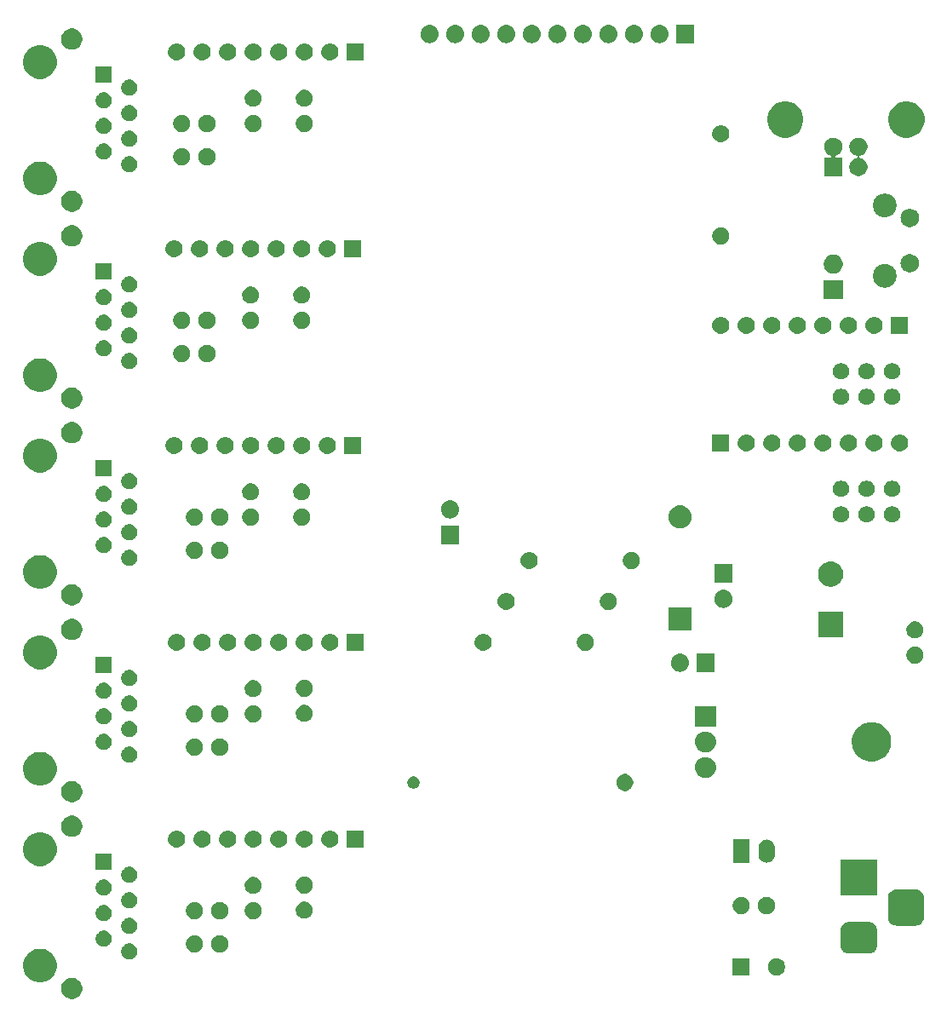
<source format=gbs>
G04 #@! TF.GenerationSoftware,KiCad,Pcbnew,5.0.2-bee76a0~70~ubuntu18.04.1*
G04 #@! TF.CreationDate,2019-05-01T17:12:39+02:00*
G04 #@! TF.ProjectId,lulo,6c756c6f-2e6b-4696-9361-645f70636258,Rev V1.0*
G04 #@! TF.SameCoordinates,Original*
G04 #@! TF.FileFunction,Soldermask,Bot*
G04 #@! TF.FilePolarity,Negative*
%FSLAX45Y45*%
G04 Gerber Fmt 4.5, Leading zero omitted, Abs format (unit mm)*
G04 Created by KiCad (PCBNEW 5.0.2-bee76a0~70~ubuntu18.04.1) date 2019. máj. 1., szerda, 17:12:39 CEST*
%MOMM*%
%LPD*%
G01*
G04 APERTURE LIST*
%ADD10C,0.100000*%
G04 APERTURE END LIST*
D10*
G04 #@! TO.C,SW1*
X20666900Y-5832800D02*
G75*
G03X20666900Y-5832800I-114300J0D01*
G01*
X20891500Y-5257800D02*
G75*
G03X20891500Y-5257800I-88900J0D01*
G01*
X20891500Y-5707800D02*
G75*
G03X20891500Y-5707800I-88900J0D01*
G01*
X20666900Y-5132800D02*
G75*
G03X20666900Y-5132800I-114300J0D01*
G01*
G36*
X12502056Y-12814839D02*
X12521183Y-12822761D01*
X12538398Y-12834264D01*
X12553036Y-12848902D01*
X12564538Y-12866117D01*
X12572461Y-12885243D01*
X12576500Y-12905548D01*
X12576500Y-12926252D01*
X12572461Y-12946556D01*
X12564538Y-12965683D01*
X12553036Y-12982898D01*
X12538398Y-12997536D01*
X12521183Y-13009038D01*
X12502056Y-13016961D01*
X12481752Y-13021000D01*
X12461048Y-13021000D01*
X12440743Y-13016961D01*
X12421617Y-13009038D01*
X12404402Y-12997536D01*
X12389764Y-12982898D01*
X12378261Y-12965683D01*
X12370339Y-12946556D01*
X12366300Y-12926252D01*
X12366300Y-12905548D01*
X12370339Y-12885243D01*
X12378261Y-12866117D01*
X12389764Y-12848902D01*
X12404402Y-12834264D01*
X12421617Y-12822761D01*
X12440743Y-12814839D01*
X12461048Y-12810800D01*
X12481752Y-12810800D01*
X12502056Y-12814839D01*
X12502056Y-12814839D01*
G37*
G36*
X12202787Y-12526141D02*
X12233288Y-12538775D01*
X12256125Y-12554034D01*
X12260739Y-12557117D01*
X12284083Y-12580461D01*
X12284083Y-12580461D01*
X12302425Y-12607912D01*
X12315059Y-12638413D01*
X12321500Y-12670793D01*
X12321500Y-12703807D01*
X12315059Y-12736187D01*
X12302425Y-12766688D01*
X12296594Y-12775415D01*
X12284083Y-12794139D01*
X12260739Y-12817483D01*
X12260739Y-12817483D01*
X12233288Y-12835825D01*
X12202787Y-12848459D01*
X12170407Y-12854900D01*
X12137393Y-12854900D01*
X12105013Y-12848459D01*
X12074512Y-12835825D01*
X12047061Y-12817483D01*
X12047061Y-12817483D01*
X12023717Y-12794139D01*
X12011206Y-12775415D01*
X12005375Y-12766688D01*
X11992741Y-12736187D01*
X11986300Y-12703807D01*
X11986300Y-12670793D01*
X11992741Y-12638413D01*
X12005375Y-12607912D01*
X12023717Y-12580461D01*
X12023717Y-12580461D01*
X12047061Y-12557117D01*
X12051675Y-12554034D01*
X12074512Y-12538775D01*
X12105013Y-12526141D01*
X12137393Y-12519700D01*
X12170407Y-12519700D01*
X12202787Y-12526141D01*
X12202787Y-12526141D01*
G37*
G36*
X19501023Y-12618170D02*
X19516510Y-12624585D01*
X19530448Y-12633898D01*
X19542302Y-12645752D01*
X19551615Y-12659690D01*
X19558030Y-12675177D01*
X19561300Y-12691618D01*
X19561300Y-12708382D01*
X19558030Y-12724823D01*
X19551615Y-12740310D01*
X19542302Y-12754248D01*
X19530448Y-12766101D01*
X19516510Y-12775415D01*
X19501023Y-12781830D01*
X19484582Y-12785100D01*
X19467818Y-12785100D01*
X19451377Y-12781830D01*
X19435890Y-12775415D01*
X19421952Y-12766101D01*
X19410099Y-12754248D01*
X19400785Y-12740310D01*
X19394370Y-12724823D01*
X19391100Y-12708382D01*
X19391100Y-12691618D01*
X19394370Y-12675177D01*
X19400785Y-12659690D01*
X19410099Y-12645752D01*
X19421952Y-12633898D01*
X19435890Y-12624585D01*
X19451377Y-12618170D01*
X19467818Y-12614900D01*
X19484582Y-12614900D01*
X19501023Y-12618170D01*
X19501023Y-12618170D01*
G37*
G36*
X19211300Y-12785100D02*
X19041100Y-12785100D01*
X19041100Y-12614900D01*
X19211300Y-12614900D01*
X19211300Y-12785100D01*
X19211300Y-12785100D01*
G37*
G36*
X13066264Y-12470578D02*
X13080841Y-12476616D01*
X13093961Y-12485382D01*
X13105118Y-12496539D01*
X13113884Y-12509658D01*
X13119922Y-12524236D01*
X13123000Y-12539711D01*
X13123000Y-12555489D01*
X13119922Y-12570964D01*
X13113884Y-12585541D01*
X13105118Y-12598661D01*
X13093961Y-12609818D01*
X13080841Y-12618584D01*
X13066264Y-12624622D01*
X13050789Y-12627700D01*
X13035011Y-12627700D01*
X13019536Y-12624622D01*
X13004958Y-12618584D01*
X12991839Y-12609818D01*
X12980682Y-12598661D01*
X12971916Y-12585541D01*
X12965878Y-12570964D01*
X12962800Y-12555489D01*
X12962800Y-12539711D01*
X12965878Y-12524236D01*
X12971916Y-12509658D01*
X12980682Y-12496539D01*
X12991839Y-12485382D01*
X13004958Y-12476616D01*
X13019536Y-12470578D01*
X13035011Y-12467500D01*
X13050789Y-12467500D01*
X13066264Y-12470578D01*
X13066264Y-12470578D01*
G37*
G36*
X20417298Y-12257329D02*
X20430663Y-12261383D01*
X20442978Y-12267966D01*
X20453774Y-12276826D01*
X20462634Y-12287622D01*
X20469217Y-12299937D01*
X20473271Y-12313302D01*
X20474700Y-12327814D01*
X20474700Y-12494186D01*
X20473271Y-12508698D01*
X20469217Y-12522063D01*
X20462634Y-12534378D01*
X20453774Y-12545174D01*
X20442978Y-12554034D01*
X20430663Y-12560616D01*
X20417298Y-12564671D01*
X20402786Y-12566100D01*
X20186414Y-12566100D01*
X20171902Y-12564671D01*
X20158537Y-12560616D01*
X20146222Y-12554034D01*
X20135426Y-12545174D01*
X20126566Y-12534378D01*
X20119984Y-12522063D01*
X20115929Y-12508698D01*
X20114500Y-12494186D01*
X20114500Y-12327814D01*
X20115929Y-12313302D01*
X20119984Y-12299937D01*
X20126566Y-12287622D01*
X20135426Y-12276826D01*
X20146222Y-12267966D01*
X20158537Y-12261383D01*
X20171902Y-12257329D01*
X20186414Y-12255900D01*
X20402786Y-12255900D01*
X20417298Y-12257329D01*
X20417298Y-12257329D01*
G37*
G36*
X13965423Y-12389570D02*
X13980910Y-12395985D01*
X13994848Y-12405298D01*
X14006701Y-12417152D01*
X14016015Y-12431090D01*
X14022430Y-12446577D01*
X14025700Y-12463018D01*
X14025700Y-12479782D01*
X14022430Y-12496223D01*
X14016015Y-12511710D01*
X14006701Y-12525648D01*
X13994848Y-12537501D01*
X13980910Y-12546815D01*
X13965423Y-12553230D01*
X13948982Y-12556500D01*
X13932218Y-12556500D01*
X13915777Y-12553230D01*
X13900290Y-12546815D01*
X13886352Y-12537501D01*
X13874498Y-12525648D01*
X13865185Y-12511710D01*
X13858770Y-12496223D01*
X13855500Y-12479782D01*
X13855500Y-12463018D01*
X13858770Y-12446577D01*
X13865185Y-12431090D01*
X13874498Y-12417152D01*
X13886352Y-12405298D01*
X13900290Y-12395985D01*
X13915777Y-12389570D01*
X13932218Y-12386300D01*
X13948982Y-12386300D01*
X13965423Y-12389570D01*
X13965423Y-12389570D01*
G37*
G36*
X13715423Y-12389570D02*
X13730910Y-12395985D01*
X13744848Y-12405298D01*
X13756701Y-12417152D01*
X13766015Y-12431090D01*
X13772430Y-12446577D01*
X13775700Y-12463018D01*
X13775700Y-12479782D01*
X13772430Y-12496223D01*
X13766015Y-12511710D01*
X13756701Y-12525648D01*
X13744848Y-12537501D01*
X13730910Y-12546815D01*
X13715423Y-12553230D01*
X13698982Y-12556500D01*
X13682218Y-12556500D01*
X13665777Y-12553230D01*
X13650290Y-12546815D01*
X13636352Y-12537501D01*
X13624498Y-12525648D01*
X13615185Y-12511710D01*
X13608770Y-12496223D01*
X13605500Y-12479782D01*
X13605500Y-12463018D01*
X13608770Y-12446577D01*
X13615185Y-12431090D01*
X13624498Y-12417152D01*
X13636352Y-12405298D01*
X13650290Y-12395985D01*
X13665777Y-12389570D01*
X13682218Y-12386300D01*
X13698982Y-12386300D01*
X13715423Y-12389570D01*
X13715423Y-12389570D01*
G37*
G36*
X12812264Y-12343578D02*
X12826841Y-12349616D01*
X12839961Y-12358382D01*
X12851118Y-12369539D01*
X12859884Y-12382658D01*
X12865922Y-12397236D01*
X12869000Y-12412711D01*
X12869000Y-12428489D01*
X12865922Y-12443964D01*
X12859884Y-12458541D01*
X12851118Y-12471661D01*
X12839961Y-12482818D01*
X12826841Y-12491584D01*
X12812264Y-12497622D01*
X12796789Y-12500700D01*
X12781011Y-12500700D01*
X12765536Y-12497622D01*
X12750958Y-12491584D01*
X12737839Y-12482818D01*
X12726682Y-12471661D01*
X12717916Y-12458541D01*
X12711878Y-12443964D01*
X12708800Y-12428489D01*
X12708800Y-12412711D01*
X12711878Y-12397236D01*
X12717916Y-12382658D01*
X12726682Y-12369539D01*
X12737839Y-12358382D01*
X12750958Y-12349616D01*
X12765536Y-12343578D01*
X12781011Y-12340500D01*
X12796789Y-12340500D01*
X12812264Y-12343578D01*
X12812264Y-12343578D01*
G37*
G36*
X13066264Y-12216578D02*
X13080841Y-12222616D01*
X13093961Y-12231382D01*
X13105118Y-12242539D01*
X13113884Y-12255658D01*
X13119922Y-12270236D01*
X13123000Y-12285711D01*
X13123000Y-12301489D01*
X13119922Y-12316964D01*
X13113884Y-12331541D01*
X13105118Y-12344661D01*
X13093961Y-12355818D01*
X13080841Y-12364584D01*
X13066264Y-12370622D01*
X13050789Y-12373700D01*
X13035011Y-12373700D01*
X13019536Y-12370622D01*
X13004958Y-12364584D01*
X12991839Y-12355818D01*
X12980682Y-12344661D01*
X12971916Y-12331541D01*
X12965878Y-12316964D01*
X12962800Y-12301489D01*
X12962800Y-12285711D01*
X12965878Y-12270236D01*
X12971916Y-12255658D01*
X12980682Y-12242539D01*
X12991839Y-12231382D01*
X13004958Y-12222616D01*
X13019536Y-12216578D01*
X13035011Y-12213500D01*
X13050789Y-12213500D01*
X13066264Y-12216578D01*
X13066264Y-12216578D01*
G37*
G36*
X20877237Y-11932569D02*
X20892946Y-11937335D01*
X20907423Y-11945073D01*
X20920113Y-11955487D01*
X20930527Y-11968177D01*
X20938265Y-11982654D01*
X20943031Y-11998363D01*
X20944700Y-12015314D01*
X20944700Y-12206686D01*
X20943031Y-12223637D01*
X20938265Y-12239346D01*
X20930527Y-12253823D01*
X20920113Y-12266513D01*
X20907423Y-12276927D01*
X20892946Y-12284665D01*
X20877237Y-12289430D01*
X20860286Y-12291100D01*
X20668914Y-12291100D01*
X20651963Y-12289430D01*
X20636254Y-12284665D01*
X20621777Y-12276927D01*
X20609087Y-12266513D01*
X20598673Y-12253823D01*
X20590935Y-12239346D01*
X20586170Y-12223637D01*
X20584500Y-12206686D01*
X20584500Y-12015314D01*
X20586170Y-11998363D01*
X20590935Y-11982654D01*
X20598673Y-11968177D01*
X20609087Y-11955487D01*
X20621777Y-11945073D01*
X20636254Y-11937335D01*
X20651963Y-11932569D01*
X20668914Y-11930900D01*
X20860286Y-11930900D01*
X20877237Y-11932569D01*
X20877237Y-11932569D01*
G37*
G36*
X12812264Y-12089578D02*
X12826841Y-12095616D01*
X12839961Y-12104382D01*
X12851118Y-12115539D01*
X12859884Y-12128658D01*
X12865922Y-12143236D01*
X12869000Y-12158711D01*
X12869000Y-12174489D01*
X12865922Y-12189964D01*
X12859884Y-12204541D01*
X12851118Y-12217661D01*
X12839961Y-12228818D01*
X12826841Y-12237584D01*
X12812264Y-12243622D01*
X12796789Y-12246700D01*
X12781011Y-12246700D01*
X12765536Y-12243622D01*
X12750958Y-12237584D01*
X12737839Y-12228818D01*
X12726682Y-12217661D01*
X12717916Y-12204541D01*
X12711878Y-12189964D01*
X12708800Y-12174489D01*
X12708800Y-12158711D01*
X12711878Y-12143236D01*
X12717916Y-12128658D01*
X12726682Y-12115539D01*
X12737839Y-12104382D01*
X12750958Y-12095616D01*
X12765536Y-12089578D01*
X12781011Y-12086500D01*
X12796789Y-12086500D01*
X12812264Y-12089578D01*
X12812264Y-12089578D01*
G37*
G36*
X14299623Y-12059370D02*
X14315110Y-12065785D01*
X14329048Y-12075098D01*
X14340901Y-12086952D01*
X14350215Y-12100890D01*
X14356630Y-12116377D01*
X14359900Y-12132818D01*
X14359900Y-12149582D01*
X14356630Y-12166023D01*
X14350215Y-12181510D01*
X14340901Y-12195448D01*
X14329048Y-12207301D01*
X14315110Y-12216615D01*
X14299623Y-12223030D01*
X14283182Y-12226300D01*
X14266418Y-12226300D01*
X14249977Y-12223030D01*
X14234490Y-12216615D01*
X14220552Y-12207301D01*
X14208698Y-12195448D01*
X14199385Y-12181510D01*
X14192970Y-12166023D01*
X14189700Y-12149582D01*
X14189700Y-12132818D01*
X14192970Y-12116377D01*
X14199385Y-12100890D01*
X14208698Y-12086952D01*
X14220552Y-12075098D01*
X14234490Y-12065785D01*
X14249977Y-12059370D01*
X14266418Y-12056100D01*
X14283182Y-12056100D01*
X14299623Y-12059370D01*
X14299623Y-12059370D01*
G37*
G36*
X13965423Y-12059370D02*
X13980910Y-12065785D01*
X13994848Y-12075098D01*
X14006701Y-12086952D01*
X14016015Y-12100890D01*
X14022430Y-12116377D01*
X14025700Y-12132818D01*
X14025700Y-12149582D01*
X14022430Y-12166023D01*
X14016015Y-12181510D01*
X14006701Y-12195448D01*
X13994848Y-12207301D01*
X13980910Y-12216615D01*
X13965423Y-12223030D01*
X13948982Y-12226300D01*
X13932218Y-12226300D01*
X13915777Y-12223030D01*
X13900290Y-12216615D01*
X13886352Y-12207301D01*
X13874498Y-12195448D01*
X13865185Y-12181510D01*
X13858770Y-12166023D01*
X13855500Y-12149582D01*
X13855500Y-12132818D01*
X13858770Y-12116377D01*
X13865185Y-12100890D01*
X13874498Y-12086952D01*
X13886352Y-12075098D01*
X13900290Y-12065785D01*
X13915777Y-12059370D01*
X13932218Y-12056100D01*
X13948982Y-12056100D01*
X13965423Y-12059370D01*
X13965423Y-12059370D01*
G37*
G36*
X13715423Y-12059370D02*
X13730910Y-12065785D01*
X13744848Y-12075098D01*
X13756701Y-12086952D01*
X13766015Y-12100890D01*
X13772430Y-12116377D01*
X13775700Y-12132818D01*
X13775700Y-12149582D01*
X13772430Y-12166023D01*
X13766015Y-12181510D01*
X13756701Y-12195448D01*
X13744848Y-12207301D01*
X13730910Y-12216615D01*
X13715423Y-12223030D01*
X13698982Y-12226300D01*
X13682218Y-12226300D01*
X13665777Y-12223030D01*
X13650290Y-12216615D01*
X13636352Y-12207301D01*
X13624498Y-12195448D01*
X13615185Y-12181510D01*
X13608770Y-12166023D01*
X13605500Y-12149582D01*
X13605500Y-12132818D01*
X13608770Y-12116377D01*
X13615185Y-12100890D01*
X13624498Y-12086952D01*
X13636352Y-12075098D01*
X13650290Y-12065785D01*
X13665777Y-12059370D01*
X13682218Y-12056100D01*
X13698982Y-12056100D01*
X13715423Y-12059370D01*
X13715423Y-12059370D01*
G37*
G36*
X14807623Y-12055370D02*
X14823110Y-12061785D01*
X14837048Y-12071098D01*
X14848901Y-12082952D01*
X14858215Y-12096890D01*
X14864630Y-12112377D01*
X14867900Y-12128818D01*
X14867900Y-12145582D01*
X14864630Y-12162023D01*
X14858215Y-12177510D01*
X14848901Y-12191448D01*
X14837048Y-12203301D01*
X14823110Y-12212615D01*
X14807623Y-12219030D01*
X14791182Y-12222300D01*
X14774418Y-12222300D01*
X14757977Y-12219030D01*
X14742490Y-12212615D01*
X14728552Y-12203301D01*
X14716698Y-12191448D01*
X14707385Y-12177510D01*
X14700970Y-12162023D01*
X14697700Y-12145582D01*
X14697700Y-12128818D01*
X14700970Y-12112377D01*
X14707385Y-12096890D01*
X14716698Y-12082952D01*
X14728552Y-12071098D01*
X14742490Y-12061785D01*
X14757977Y-12055370D01*
X14774418Y-12052100D01*
X14791182Y-12052100D01*
X14807623Y-12055370D01*
X14807623Y-12055370D01*
G37*
G36*
X19151023Y-12008570D02*
X19166510Y-12014985D01*
X19180448Y-12024298D01*
X19192302Y-12036152D01*
X19201615Y-12050090D01*
X19208030Y-12065577D01*
X19211300Y-12082018D01*
X19211300Y-12098782D01*
X19208030Y-12115223D01*
X19201615Y-12130710D01*
X19192302Y-12144648D01*
X19180448Y-12156501D01*
X19166510Y-12165815D01*
X19151023Y-12172230D01*
X19134582Y-12175500D01*
X19117818Y-12175500D01*
X19101377Y-12172230D01*
X19085890Y-12165815D01*
X19071952Y-12156501D01*
X19060099Y-12144648D01*
X19050785Y-12130710D01*
X19044370Y-12115223D01*
X19041100Y-12098782D01*
X19041100Y-12082018D01*
X19044370Y-12065577D01*
X19050785Y-12050090D01*
X19060099Y-12036152D01*
X19071952Y-12024298D01*
X19085890Y-12014985D01*
X19101377Y-12008570D01*
X19117818Y-12005300D01*
X19134582Y-12005300D01*
X19151023Y-12008570D01*
X19151023Y-12008570D01*
G37*
G36*
X19401023Y-12008570D02*
X19416510Y-12014985D01*
X19430448Y-12024298D01*
X19442302Y-12036152D01*
X19451615Y-12050090D01*
X19458030Y-12065577D01*
X19461300Y-12082018D01*
X19461300Y-12098782D01*
X19458030Y-12115223D01*
X19451615Y-12130710D01*
X19442302Y-12144648D01*
X19430448Y-12156501D01*
X19416510Y-12165815D01*
X19401023Y-12172230D01*
X19384582Y-12175500D01*
X19367818Y-12175500D01*
X19351377Y-12172230D01*
X19335890Y-12165815D01*
X19321952Y-12156501D01*
X19310099Y-12144648D01*
X19300785Y-12130710D01*
X19294370Y-12115223D01*
X19291100Y-12098782D01*
X19291100Y-12082018D01*
X19294370Y-12065577D01*
X19300785Y-12050090D01*
X19310099Y-12036152D01*
X19321952Y-12024298D01*
X19335890Y-12014985D01*
X19351377Y-12008570D01*
X19367818Y-12005300D01*
X19384582Y-12005300D01*
X19401023Y-12008570D01*
X19401023Y-12008570D01*
G37*
G36*
X13066264Y-11962578D02*
X13080841Y-11968616D01*
X13093961Y-11977382D01*
X13105118Y-11988539D01*
X13113884Y-12001658D01*
X13119922Y-12016236D01*
X13123000Y-12031711D01*
X13123000Y-12047489D01*
X13119922Y-12062964D01*
X13113884Y-12077541D01*
X13105118Y-12090661D01*
X13093961Y-12101818D01*
X13080841Y-12110584D01*
X13066264Y-12116622D01*
X13050789Y-12119700D01*
X13035011Y-12119700D01*
X13019536Y-12116622D01*
X13004958Y-12110584D01*
X12991839Y-12101818D01*
X12980682Y-12090661D01*
X12971916Y-12077541D01*
X12965878Y-12062964D01*
X12962800Y-12047489D01*
X12962800Y-12031711D01*
X12965878Y-12016236D01*
X12971916Y-12001658D01*
X12980682Y-11988539D01*
X12991839Y-11977382D01*
X13004958Y-11968616D01*
X13019536Y-11962578D01*
X13035011Y-11959500D01*
X13050789Y-11959500D01*
X13066264Y-11962578D01*
X13066264Y-11962578D01*
G37*
G36*
X12812264Y-11835578D02*
X12826841Y-11841616D01*
X12839961Y-11850382D01*
X12851118Y-11861539D01*
X12859884Y-11874658D01*
X12865922Y-11889236D01*
X12869000Y-11904711D01*
X12869000Y-11920489D01*
X12865922Y-11935964D01*
X12859884Y-11950541D01*
X12851118Y-11963661D01*
X12839961Y-11974818D01*
X12826841Y-11983584D01*
X12812264Y-11989622D01*
X12796789Y-11992700D01*
X12781011Y-11992700D01*
X12765536Y-11989622D01*
X12750958Y-11983584D01*
X12737839Y-11974818D01*
X12726682Y-11963661D01*
X12717916Y-11950541D01*
X12711878Y-11935964D01*
X12708800Y-11920489D01*
X12708800Y-11904711D01*
X12711878Y-11889236D01*
X12717916Y-11874658D01*
X12726682Y-11861539D01*
X12737839Y-11850382D01*
X12750958Y-11841616D01*
X12765536Y-11835578D01*
X12781011Y-11832500D01*
X12796789Y-11832500D01*
X12812264Y-11835578D01*
X12812264Y-11835578D01*
G37*
G36*
X20474700Y-11991100D02*
X20114500Y-11991100D01*
X20114500Y-11630900D01*
X20474700Y-11630900D01*
X20474700Y-11991100D01*
X20474700Y-11991100D01*
G37*
G36*
X14299623Y-11809370D02*
X14315110Y-11815785D01*
X14329048Y-11825098D01*
X14340901Y-11836952D01*
X14350215Y-11850890D01*
X14356630Y-11866377D01*
X14359900Y-11882818D01*
X14359900Y-11899582D01*
X14356630Y-11916023D01*
X14350215Y-11931510D01*
X14340901Y-11945448D01*
X14329048Y-11957301D01*
X14315110Y-11966615D01*
X14299623Y-11973030D01*
X14283182Y-11976300D01*
X14266418Y-11976300D01*
X14249977Y-11973030D01*
X14234490Y-11966615D01*
X14220552Y-11957301D01*
X14208698Y-11945448D01*
X14199385Y-11931510D01*
X14192970Y-11916023D01*
X14189700Y-11899582D01*
X14189700Y-11882818D01*
X14192970Y-11866377D01*
X14199385Y-11850890D01*
X14208698Y-11836952D01*
X14220552Y-11825098D01*
X14234490Y-11815785D01*
X14249977Y-11809370D01*
X14266418Y-11806100D01*
X14283182Y-11806100D01*
X14299623Y-11809370D01*
X14299623Y-11809370D01*
G37*
G36*
X14807623Y-11805370D02*
X14823110Y-11811785D01*
X14837048Y-11821098D01*
X14848901Y-11832952D01*
X14858215Y-11846890D01*
X14864630Y-11862377D01*
X14867900Y-11878818D01*
X14867900Y-11895582D01*
X14864630Y-11912023D01*
X14858215Y-11927510D01*
X14848901Y-11941448D01*
X14837048Y-11953301D01*
X14823110Y-11962615D01*
X14807623Y-11969030D01*
X14791182Y-11972300D01*
X14774418Y-11972300D01*
X14757977Y-11969030D01*
X14742490Y-11962615D01*
X14728552Y-11953301D01*
X14716698Y-11941448D01*
X14707385Y-11927510D01*
X14700970Y-11912023D01*
X14697700Y-11895582D01*
X14697700Y-11878818D01*
X14700970Y-11862377D01*
X14707385Y-11846890D01*
X14716698Y-11832952D01*
X14728552Y-11821098D01*
X14742490Y-11811785D01*
X14757977Y-11805370D01*
X14774418Y-11802100D01*
X14791182Y-11802100D01*
X14807623Y-11805370D01*
X14807623Y-11805370D01*
G37*
G36*
X13066264Y-11708578D02*
X13080841Y-11714616D01*
X13093961Y-11723382D01*
X13105118Y-11734539D01*
X13113884Y-11747658D01*
X13119922Y-11762236D01*
X13123000Y-11777711D01*
X13123000Y-11793489D01*
X13119922Y-11808964D01*
X13113884Y-11823541D01*
X13105118Y-11836661D01*
X13093961Y-11847818D01*
X13080841Y-11856584D01*
X13066264Y-11862622D01*
X13050789Y-11865700D01*
X13035011Y-11865700D01*
X13019536Y-11862622D01*
X13004958Y-11856584D01*
X12991839Y-11847818D01*
X12980682Y-11836661D01*
X12971916Y-11823541D01*
X12965878Y-11808964D01*
X12962800Y-11793489D01*
X12962800Y-11777711D01*
X12965878Y-11762236D01*
X12971916Y-11747658D01*
X12980682Y-11734539D01*
X12991839Y-11723382D01*
X13004958Y-11714616D01*
X13019536Y-11708578D01*
X13035011Y-11705500D01*
X13050789Y-11705500D01*
X13066264Y-11708578D01*
X13066264Y-11708578D01*
G37*
G36*
X12869000Y-11738700D02*
X12708800Y-11738700D01*
X12708800Y-11578500D01*
X12869000Y-11578500D01*
X12869000Y-11738700D01*
X12869000Y-11738700D01*
G37*
G36*
X12202787Y-11370441D02*
X12233288Y-11383075D01*
X12254542Y-11397276D01*
X12260739Y-11401417D01*
X12284083Y-11424761D01*
X12284083Y-11424761D01*
X12302425Y-11452212D01*
X12315059Y-11482713D01*
X12321500Y-11515093D01*
X12321500Y-11548107D01*
X12315059Y-11580487D01*
X12302425Y-11610988D01*
X12290777Y-11628421D01*
X12284083Y-11638439D01*
X12260739Y-11661783D01*
X12260739Y-11661783D01*
X12233288Y-11680125D01*
X12202787Y-11692759D01*
X12170407Y-11699200D01*
X12137393Y-11699200D01*
X12105013Y-11692759D01*
X12074512Y-11680125D01*
X12047061Y-11661783D01*
X12047061Y-11661783D01*
X12023717Y-11638439D01*
X12017023Y-11628421D01*
X12005375Y-11610988D01*
X11992741Y-11580487D01*
X11986300Y-11548107D01*
X11986300Y-11515093D01*
X11992741Y-11482713D01*
X12005375Y-11452212D01*
X12023717Y-11424761D01*
X12023717Y-11424761D01*
X12047061Y-11401417D01*
X12053258Y-11397276D01*
X12074512Y-11383075D01*
X12105013Y-11370441D01*
X12137393Y-11364000D01*
X12170407Y-11364000D01*
X12202787Y-11370441D01*
X12202787Y-11370441D01*
G37*
G36*
X19396138Y-11435601D02*
X19406354Y-11438701D01*
X19411463Y-11440250D01*
X19419012Y-11444285D01*
X19425586Y-11447799D01*
X19425587Y-11447800D01*
X19425586Y-11447800D01*
X19437966Y-11457959D01*
X19448126Y-11470338D01*
X19455675Y-11484462D01*
X19457224Y-11489571D01*
X19460324Y-11499787D01*
X19461500Y-11511732D01*
X19461500Y-11587028D01*
X19460324Y-11598973D01*
X19457224Y-11609189D01*
X19455675Y-11614298D01*
X19448126Y-11628421D01*
X19437966Y-11640801D01*
X19425587Y-11650960D01*
X19411463Y-11658510D01*
X19406354Y-11660059D01*
X19396138Y-11663159D01*
X19380200Y-11664728D01*
X19364263Y-11663159D01*
X19354046Y-11660059D01*
X19348937Y-11658510D01*
X19334814Y-11650960D01*
X19322434Y-11640801D01*
X19312275Y-11628421D01*
X19304725Y-11614298D01*
X19303721Y-11610988D01*
X19300076Y-11598973D01*
X19298900Y-11587028D01*
X19298900Y-11511732D01*
X19300076Y-11499787D01*
X19304725Y-11484462D01*
X19304725Y-11484462D01*
X19312275Y-11470339D01*
X19318523Y-11462724D01*
X19322434Y-11457959D01*
X19334814Y-11447799D01*
X19348937Y-11440250D01*
X19354046Y-11438701D01*
X19364262Y-11435601D01*
X19380200Y-11434032D01*
X19396138Y-11435601D01*
X19396138Y-11435601D01*
G37*
G36*
X19207500Y-11664335D02*
X19044900Y-11664335D01*
X19044900Y-11434425D01*
X19207500Y-11434425D01*
X19207500Y-11664335D01*
X19207500Y-11664335D01*
G37*
G36*
X15375900Y-11515100D02*
X15205700Y-11515100D01*
X15205700Y-11344900D01*
X15375900Y-11344900D01*
X15375900Y-11515100D01*
X15375900Y-11515100D01*
G37*
G36*
X15053482Y-11346131D02*
X15053482Y-11346131D01*
X15053482Y-11346131D01*
X15069524Y-11350997D01*
X15069524Y-11350998D01*
X15069524Y-11350998D01*
X15084308Y-11358899D01*
X15097266Y-11369534D01*
X15107900Y-11382492D01*
X15115802Y-11397276D01*
X15115802Y-11397276D01*
X15115802Y-11397276D01*
X15117861Y-11404061D01*
X15120669Y-11413318D01*
X15122312Y-11430000D01*
X15120669Y-11446682D01*
X15120669Y-11446682D01*
X15120669Y-11446682D01*
X15117248Y-11457959D01*
X15115802Y-11462724D01*
X15107900Y-11477508D01*
X15097266Y-11490466D01*
X15084308Y-11501100D01*
X15069524Y-11509002D01*
X15069524Y-11509002D01*
X15069524Y-11509002D01*
X15053482Y-11513869D01*
X15053482Y-11513869D01*
X15053482Y-11513869D01*
X15040980Y-11515100D01*
X15032620Y-11515100D01*
X15020118Y-11513869D01*
X15020118Y-11513869D01*
X15020117Y-11513869D01*
X15004076Y-11509002D01*
X15004076Y-11509002D01*
X15004076Y-11509002D01*
X14989292Y-11501100D01*
X14976334Y-11490466D01*
X14965699Y-11477508D01*
X14957798Y-11462724D01*
X14956352Y-11457959D01*
X14952931Y-11446682D01*
X14952931Y-11446682D01*
X14952931Y-11446682D01*
X14951288Y-11430000D01*
X14952931Y-11413318D01*
X14955739Y-11404061D01*
X14957797Y-11397276D01*
X14957798Y-11397276D01*
X14957798Y-11397276D01*
X14965699Y-11382492D01*
X14976334Y-11369534D01*
X14989292Y-11358899D01*
X15004076Y-11350998D01*
X15004076Y-11350998D01*
X15004076Y-11350997D01*
X15020117Y-11346131D01*
X15020118Y-11346131D01*
X15020118Y-11346131D01*
X15032620Y-11344900D01*
X15040980Y-11344900D01*
X15053482Y-11346131D01*
X15053482Y-11346131D01*
G37*
G36*
X14545482Y-11346131D02*
X14545482Y-11346131D01*
X14545482Y-11346131D01*
X14561524Y-11350997D01*
X14561524Y-11350998D01*
X14561524Y-11350998D01*
X14576308Y-11358899D01*
X14589266Y-11369534D01*
X14599900Y-11382492D01*
X14607802Y-11397276D01*
X14607802Y-11397276D01*
X14607802Y-11397276D01*
X14609861Y-11404061D01*
X14612669Y-11413318D01*
X14614312Y-11430000D01*
X14612669Y-11446682D01*
X14612669Y-11446682D01*
X14612669Y-11446682D01*
X14609248Y-11457959D01*
X14607802Y-11462724D01*
X14599900Y-11477508D01*
X14589266Y-11490466D01*
X14576308Y-11501100D01*
X14561524Y-11509002D01*
X14561524Y-11509002D01*
X14561524Y-11509002D01*
X14545482Y-11513869D01*
X14545482Y-11513869D01*
X14545482Y-11513869D01*
X14532980Y-11515100D01*
X14524620Y-11515100D01*
X14512118Y-11513869D01*
X14512118Y-11513869D01*
X14512117Y-11513869D01*
X14496076Y-11509002D01*
X14496076Y-11509002D01*
X14496076Y-11509002D01*
X14481292Y-11501100D01*
X14468334Y-11490466D01*
X14457699Y-11477508D01*
X14449798Y-11462724D01*
X14448352Y-11457959D01*
X14444931Y-11446682D01*
X14444931Y-11446682D01*
X14444931Y-11446682D01*
X14443288Y-11430000D01*
X14444931Y-11413318D01*
X14447739Y-11404061D01*
X14449797Y-11397276D01*
X14449798Y-11397276D01*
X14449798Y-11397276D01*
X14457699Y-11382492D01*
X14468334Y-11369534D01*
X14481292Y-11358899D01*
X14496076Y-11350998D01*
X14496076Y-11350998D01*
X14496076Y-11350997D01*
X14512117Y-11346131D01*
X14512118Y-11346131D01*
X14512118Y-11346131D01*
X14524620Y-11344900D01*
X14532980Y-11344900D01*
X14545482Y-11346131D01*
X14545482Y-11346131D01*
G37*
G36*
X14799482Y-11346131D02*
X14799482Y-11346131D01*
X14799482Y-11346131D01*
X14815524Y-11350997D01*
X14815524Y-11350998D01*
X14815524Y-11350998D01*
X14830308Y-11358899D01*
X14843266Y-11369534D01*
X14853900Y-11382492D01*
X14861802Y-11397276D01*
X14861802Y-11397276D01*
X14861802Y-11397276D01*
X14863861Y-11404061D01*
X14866669Y-11413318D01*
X14868312Y-11430000D01*
X14866669Y-11446682D01*
X14866669Y-11446682D01*
X14866669Y-11446682D01*
X14863248Y-11457959D01*
X14861802Y-11462724D01*
X14853900Y-11477508D01*
X14843266Y-11490466D01*
X14830308Y-11501100D01*
X14815524Y-11509002D01*
X14815524Y-11509002D01*
X14815524Y-11509002D01*
X14799482Y-11513869D01*
X14799482Y-11513869D01*
X14799482Y-11513869D01*
X14786980Y-11515100D01*
X14778620Y-11515100D01*
X14766118Y-11513869D01*
X14766118Y-11513869D01*
X14766117Y-11513869D01*
X14750076Y-11509002D01*
X14750076Y-11509002D01*
X14750076Y-11509002D01*
X14735292Y-11501100D01*
X14722334Y-11490466D01*
X14711699Y-11477508D01*
X14703798Y-11462724D01*
X14702352Y-11457959D01*
X14698931Y-11446682D01*
X14698931Y-11446682D01*
X14698931Y-11446682D01*
X14697288Y-11430000D01*
X14698931Y-11413318D01*
X14701739Y-11404061D01*
X14703797Y-11397276D01*
X14703798Y-11397276D01*
X14703798Y-11397276D01*
X14711699Y-11382492D01*
X14722334Y-11369534D01*
X14735292Y-11358899D01*
X14750076Y-11350998D01*
X14750076Y-11350998D01*
X14750076Y-11350997D01*
X14766117Y-11346131D01*
X14766118Y-11346131D01*
X14766118Y-11346131D01*
X14778620Y-11344900D01*
X14786980Y-11344900D01*
X14799482Y-11346131D01*
X14799482Y-11346131D01*
G37*
G36*
X13783482Y-11346131D02*
X13783482Y-11346131D01*
X13783482Y-11346131D01*
X13799524Y-11350997D01*
X13799524Y-11350998D01*
X13799524Y-11350998D01*
X13814308Y-11358899D01*
X13827266Y-11369534D01*
X13837900Y-11382492D01*
X13845802Y-11397276D01*
X13845802Y-11397276D01*
X13845802Y-11397276D01*
X13847861Y-11404061D01*
X13850669Y-11413318D01*
X13852312Y-11430000D01*
X13850669Y-11446682D01*
X13850669Y-11446682D01*
X13850669Y-11446682D01*
X13847248Y-11457959D01*
X13845802Y-11462724D01*
X13837900Y-11477508D01*
X13827266Y-11490466D01*
X13814308Y-11501100D01*
X13799524Y-11509002D01*
X13799524Y-11509002D01*
X13799524Y-11509002D01*
X13783482Y-11513869D01*
X13783482Y-11513869D01*
X13783482Y-11513869D01*
X13770980Y-11515100D01*
X13762620Y-11515100D01*
X13750118Y-11513869D01*
X13750118Y-11513869D01*
X13750117Y-11513869D01*
X13734076Y-11509002D01*
X13734076Y-11509002D01*
X13734076Y-11509002D01*
X13719292Y-11501100D01*
X13706334Y-11490466D01*
X13695699Y-11477508D01*
X13687798Y-11462724D01*
X13686352Y-11457959D01*
X13682931Y-11446682D01*
X13682931Y-11446682D01*
X13682931Y-11446682D01*
X13681288Y-11430000D01*
X13682931Y-11413318D01*
X13685739Y-11404061D01*
X13687797Y-11397276D01*
X13687798Y-11397276D01*
X13687798Y-11397276D01*
X13695699Y-11382492D01*
X13706334Y-11369534D01*
X13719292Y-11358899D01*
X13734076Y-11350998D01*
X13734076Y-11350998D01*
X13734076Y-11350997D01*
X13750117Y-11346131D01*
X13750118Y-11346131D01*
X13750118Y-11346131D01*
X13762620Y-11344900D01*
X13770980Y-11344900D01*
X13783482Y-11346131D01*
X13783482Y-11346131D01*
G37*
G36*
X13529482Y-11346131D02*
X13529482Y-11346131D01*
X13529482Y-11346131D01*
X13545524Y-11350997D01*
X13545524Y-11350998D01*
X13545524Y-11350998D01*
X13560308Y-11358899D01*
X13573266Y-11369534D01*
X13583900Y-11382492D01*
X13591802Y-11397276D01*
X13591802Y-11397276D01*
X13591802Y-11397276D01*
X13593861Y-11404061D01*
X13596669Y-11413318D01*
X13598312Y-11430000D01*
X13596669Y-11446682D01*
X13596669Y-11446682D01*
X13596669Y-11446682D01*
X13593248Y-11457959D01*
X13591802Y-11462724D01*
X13583900Y-11477508D01*
X13573266Y-11490466D01*
X13560308Y-11501100D01*
X13545524Y-11509002D01*
X13545524Y-11509002D01*
X13545524Y-11509002D01*
X13529482Y-11513869D01*
X13529482Y-11513869D01*
X13529482Y-11513869D01*
X13516980Y-11515100D01*
X13508620Y-11515100D01*
X13496118Y-11513869D01*
X13496118Y-11513869D01*
X13496117Y-11513869D01*
X13480076Y-11509002D01*
X13480076Y-11509002D01*
X13480076Y-11509002D01*
X13465292Y-11501100D01*
X13452334Y-11490466D01*
X13441699Y-11477508D01*
X13433798Y-11462724D01*
X13432352Y-11457959D01*
X13428931Y-11446682D01*
X13428931Y-11446682D01*
X13428931Y-11446682D01*
X13427288Y-11430000D01*
X13428931Y-11413318D01*
X13431739Y-11404061D01*
X13433797Y-11397276D01*
X13433798Y-11397276D01*
X13433798Y-11397276D01*
X13441699Y-11382492D01*
X13452334Y-11369534D01*
X13465292Y-11358899D01*
X13480076Y-11350998D01*
X13480076Y-11350998D01*
X13480076Y-11350997D01*
X13496117Y-11346131D01*
X13496118Y-11346131D01*
X13496118Y-11346131D01*
X13508620Y-11344900D01*
X13516980Y-11344900D01*
X13529482Y-11346131D01*
X13529482Y-11346131D01*
G37*
G36*
X14037482Y-11346131D02*
X14037482Y-11346131D01*
X14037482Y-11346131D01*
X14053524Y-11350997D01*
X14053524Y-11350998D01*
X14053524Y-11350998D01*
X14068308Y-11358899D01*
X14081266Y-11369534D01*
X14091900Y-11382492D01*
X14099802Y-11397276D01*
X14099802Y-11397276D01*
X14099802Y-11397276D01*
X14101861Y-11404061D01*
X14104669Y-11413318D01*
X14106312Y-11430000D01*
X14104669Y-11446682D01*
X14104669Y-11446682D01*
X14104669Y-11446682D01*
X14101248Y-11457959D01*
X14099802Y-11462724D01*
X14091900Y-11477508D01*
X14081266Y-11490466D01*
X14068308Y-11501100D01*
X14053524Y-11509002D01*
X14053524Y-11509002D01*
X14053524Y-11509002D01*
X14037482Y-11513869D01*
X14037482Y-11513869D01*
X14037482Y-11513869D01*
X14024980Y-11515100D01*
X14016620Y-11515100D01*
X14004118Y-11513869D01*
X14004118Y-11513869D01*
X14004117Y-11513869D01*
X13988076Y-11509002D01*
X13988076Y-11509002D01*
X13988076Y-11509002D01*
X13973292Y-11501100D01*
X13960334Y-11490466D01*
X13949699Y-11477508D01*
X13941798Y-11462724D01*
X13940352Y-11457959D01*
X13936931Y-11446682D01*
X13936931Y-11446682D01*
X13936931Y-11446682D01*
X13935288Y-11430000D01*
X13936931Y-11413318D01*
X13939739Y-11404061D01*
X13941797Y-11397276D01*
X13941798Y-11397276D01*
X13941798Y-11397276D01*
X13949699Y-11382492D01*
X13960334Y-11369534D01*
X13973292Y-11358899D01*
X13988076Y-11350998D01*
X13988076Y-11350998D01*
X13988076Y-11350997D01*
X14004117Y-11346131D01*
X14004118Y-11346131D01*
X14004118Y-11346131D01*
X14016620Y-11344900D01*
X14024980Y-11344900D01*
X14037482Y-11346131D01*
X14037482Y-11346131D01*
G37*
G36*
X14291482Y-11346131D02*
X14291482Y-11346131D01*
X14291482Y-11346131D01*
X14307524Y-11350997D01*
X14307524Y-11350998D01*
X14307524Y-11350998D01*
X14322308Y-11358899D01*
X14335266Y-11369534D01*
X14345900Y-11382492D01*
X14353802Y-11397276D01*
X14353802Y-11397276D01*
X14353802Y-11397276D01*
X14355861Y-11404061D01*
X14358669Y-11413318D01*
X14360312Y-11430000D01*
X14358669Y-11446682D01*
X14358669Y-11446682D01*
X14358669Y-11446682D01*
X14355248Y-11457959D01*
X14353802Y-11462724D01*
X14345900Y-11477508D01*
X14335266Y-11490466D01*
X14322308Y-11501100D01*
X14307524Y-11509002D01*
X14307524Y-11509002D01*
X14307524Y-11509002D01*
X14291482Y-11513869D01*
X14291482Y-11513869D01*
X14291482Y-11513869D01*
X14278980Y-11515100D01*
X14270620Y-11515100D01*
X14258118Y-11513869D01*
X14258118Y-11513869D01*
X14258117Y-11513869D01*
X14242076Y-11509002D01*
X14242076Y-11509002D01*
X14242076Y-11509002D01*
X14227292Y-11501100D01*
X14214334Y-11490466D01*
X14203699Y-11477508D01*
X14195798Y-11462724D01*
X14194352Y-11457959D01*
X14190931Y-11446682D01*
X14190931Y-11446682D01*
X14190931Y-11446682D01*
X14189288Y-11430000D01*
X14190931Y-11413318D01*
X14193739Y-11404061D01*
X14195797Y-11397276D01*
X14195798Y-11397276D01*
X14195798Y-11397276D01*
X14203699Y-11382492D01*
X14214334Y-11369534D01*
X14227292Y-11358899D01*
X14242076Y-11350998D01*
X14242076Y-11350998D01*
X14242076Y-11350997D01*
X14258117Y-11346131D01*
X14258118Y-11346131D01*
X14258118Y-11346131D01*
X14270620Y-11344900D01*
X14278980Y-11344900D01*
X14291482Y-11346131D01*
X14291482Y-11346131D01*
G37*
G36*
X12502056Y-11201939D02*
X12521183Y-11209861D01*
X12538398Y-11221364D01*
X12553036Y-11236002D01*
X12564538Y-11253217D01*
X12572461Y-11272343D01*
X12576500Y-11292648D01*
X12576500Y-11313352D01*
X12572461Y-11333656D01*
X12564538Y-11352783D01*
X12553036Y-11369998D01*
X12538398Y-11384636D01*
X12521183Y-11396138D01*
X12502056Y-11404061D01*
X12481752Y-11408100D01*
X12461048Y-11408100D01*
X12440743Y-11404061D01*
X12421617Y-11396138D01*
X12404402Y-11384636D01*
X12389764Y-11369998D01*
X12378261Y-11352783D01*
X12370339Y-11333656D01*
X12366300Y-11313352D01*
X12366300Y-11292648D01*
X12370339Y-11272343D01*
X12378261Y-11253217D01*
X12389764Y-11236002D01*
X12404402Y-11221364D01*
X12421617Y-11209861D01*
X12440743Y-11201939D01*
X12461048Y-11197900D01*
X12481752Y-11197900D01*
X12502056Y-11201939D01*
X12502056Y-11201939D01*
G37*
G36*
X12502056Y-10859039D02*
X12521183Y-10866962D01*
X12538398Y-10878464D01*
X12553036Y-10893102D01*
X12564538Y-10910317D01*
X12572461Y-10929444D01*
X12576500Y-10949748D01*
X12576500Y-10970452D01*
X12572461Y-10990757D01*
X12564538Y-11009883D01*
X12553036Y-11027098D01*
X12538398Y-11041736D01*
X12521183Y-11053239D01*
X12502056Y-11061161D01*
X12481752Y-11065200D01*
X12461048Y-11065200D01*
X12440743Y-11061161D01*
X12421617Y-11053239D01*
X12404402Y-11041736D01*
X12389764Y-11027098D01*
X12378261Y-11009883D01*
X12370339Y-10990757D01*
X12366300Y-10970452D01*
X12366300Y-10949748D01*
X12370339Y-10929444D01*
X12378261Y-10910317D01*
X12389764Y-10893102D01*
X12404402Y-10878464D01*
X12421617Y-10866962D01*
X12440743Y-10859039D01*
X12461048Y-10855000D01*
X12481752Y-10855000D01*
X12502056Y-10859039D01*
X12502056Y-10859039D01*
G37*
G36*
X17992823Y-10786270D02*
X18008310Y-10792685D01*
X18022248Y-10801999D01*
X18034102Y-10813852D01*
X18043415Y-10827790D01*
X18049830Y-10843277D01*
X18053100Y-10859718D01*
X18053100Y-10876482D01*
X18049830Y-10892923D01*
X18043415Y-10908410D01*
X18034102Y-10922348D01*
X18022248Y-10934202D01*
X18008310Y-10943515D01*
X17992823Y-10949930D01*
X17976382Y-10953200D01*
X17959618Y-10953200D01*
X17943177Y-10949930D01*
X17927690Y-10943515D01*
X17913752Y-10934202D01*
X17901899Y-10922348D01*
X17892585Y-10908410D01*
X17886170Y-10892923D01*
X17882900Y-10876482D01*
X17882900Y-10859718D01*
X17886170Y-10843277D01*
X17892585Y-10827790D01*
X17901899Y-10813852D01*
X17913752Y-10801999D01*
X17927690Y-10792685D01*
X17943177Y-10786270D01*
X17959618Y-10783000D01*
X17976382Y-10783000D01*
X17992823Y-10786270D01*
X17992823Y-10786270D01*
G37*
G36*
X15885530Y-10810310D02*
X15896468Y-10814840D01*
X15906312Y-10821418D01*
X15914682Y-10829788D01*
X15921260Y-10839632D01*
X15925790Y-10850570D01*
X15928100Y-10862181D01*
X15928100Y-10874019D01*
X15925790Y-10885631D01*
X15921260Y-10896568D01*
X15914682Y-10906412D01*
X15906312Y-10914783D01*
X15896468Y-10921360D01*
X15885530Y-10925890D01*
X15873919Y-10928200D01*
X15862081Y-10928200D01*
X15850469Y-10925890D01*
X15839532Y-10921360D01*
X15829688Y-10914783D01*
X15821317Y-10906412D01*
X15814740Y-10896568D01*
X15810210Y-10885631D01*
X15807900Y-10874019D01*
X15807900Y-10862181D01*
X15810210Y-10850570D01*
X15814740Y-10839632D01*
X15821317Y-10829788D01*
X15829688Y-10821418D01*
X15839532Y-10814840D01*
X15850469Y-10810310D01*
X15862081Y-10808000D01*
X15873919Y-10808000D01*
X15885530Y-10810310D01*
X15885530Y-10810310D01*
G37*
G36*
X12202787Y-10570341D02*
X12233288Y-10582975D01*
X12258303Y-10599689D01*
X12260739Y-10601317D01*
X12284083Y-10624661D01*
X12284083Y-10624661D01*
X12302425Y-10652112D01*
X12315059Y-10682613D01*
X12321500Y-10714993D01*
X12321500Y-10748007D01*
X12315059Y-10780387D01*
X12302425Y-10810888D01*
X12284207Y-10838154D01*
X12284083Y-10838339D01*
X12260739Y-10861683D01*
X12260739Y-10861683D01*
X12233288Y-10880025D01*
X12202787Y-10892659D01*
X12170407Y-10899100D01*
X12137393Y-10899100D01*
X12105013Y-10892659D01*
X12074512Y-10880025D01*
X12047061Y-10861683D01*
X12047061Y-10861683D01*
X12023717Y-10838339D01*
X12023593Y-10838154D01*
X12005375Y-10810888D01*
X11992741Y-10780387D01*
X11986300Y-10748007D01*
X11986300Y-10714993D01*
X11992741Y-10682613D01*
X12005375Y-10652112D01*
X12023717Y-10624661D01*
X12023717Y-10624661D01*
X12047061Y-10601317D01*
X12049497Y-10599689D01*
X12074512Y-10582975D01*
X12105013Y-10570341D01*
X12137393Y-10563900D01*
X12170407Y-10563900D01*
X12202787Y-10570341D01*
X12202787Y-10570341D01*
G37*
G36*
X18786176Y-10619031D02*
X18795022Y-10619902D01*
X18813938Y-10625640D01*
X18831371Y-10634958D01*
X18846652Y-10647499D01*
X18859192Y-10662779D01*
X18868510Y-10680212D01*
X18874248Y-10699128D01*
X18876186Y-10718800D01*
X18874248Y-10738472D01*
X18868510Y-10757388D01*
X18859192Y-10774821D01*
X18846652Y-10790102D01*
X18831371Y-10802642D01*
X18813938Y-10811960D01*
X18795022Y-10817698D01*
X18786176Y-10818569D01*
X18780280Y-10819150D01*
X18760920Y-10819150D01*
X18755024Y-10818569D01*
X18746178Y-10817698D01*
X18727262Y-10811960D01*
X18709829Y-10802642D01*
X18694549Y-10790102D01*
X18682008Y-10774821D01*
X18672690Y-10757388D01*
X18666952Y-10738472D01*
X18665015Y-10718800D01*
X18666952Y-10699128D01*
X18672690Y-10680212D01*
X18682008Y-10662779D01*
X18694549Y-10647499D01*
X18709829Y-10634958D01*
X18727262Y-10625640D01*
X18746178Y-10619902D01*
X18755024Y-10619031D01*
X18760920Y-10618450D01*
X18780280Y-10618450D01*
X18786176Y-10619031D01*
X18786176Y-10619031D01*
G37*
G36*
X13066264Y-10514778D02*
X13080841Y-10520816D01*
X13093961Y-10529582D01*
X13105118Y-10540739D01*
X13113884Y-10553859D01*
X13119922Y-10568436D01*
X13123000Y-10583911D01*
X13123000Y-10599689D01*
X13119922Y-10615164D01*
X13113884Y-10629742D01*
X13105118Y-10642861D01*
X13093961Y-10654018D01*
X13080841Y-10662784D01*
X13066264Y-10668822D01*
X13050789Y-10671900D01*
X13035011Y-10671900D01*
X13019536Y-10668822D01*
X13004958Y-10662784D01*
X12991839Y-10654018D01*
X12980682Y-10642861D01*
X12971916Y-10629742D01*
X12965878Y-10615164D01*
X12962800Y-10599689D01*
X12962800Y-10583911D01*
X12965878Y-10568436D01*
X12971916Y-10553859D01*
X12980682Y-10540739D01*
X12991839Y-10529582D01*
X13004958Y-10520816D01*
X13019536Y-10514778D01*
X13035011Y-10511700D01*
X13050789Y-10511700D01*
X13066264Y-10514778D01*
X13066264Y-10514778D01*
G37*
G36*
X20460057Y-10273018D02*
X20478654Y-10276717D01*
X20493399Y-10282824D01*
X20514251Y-10291462D01*
X20546288Y-10312868D01*
X20573532Y-10340112D01*
X20594939Y-10372149D01*
X20603576Y-10393001D01*
X20609683Y-10407746D01*
X20613485Y-10426859D01*
X20613728Y-10428080D01*
X20614026Y-10429269D01*
X20614094Y-10429494D01*
X20614094Y-10429494D01*
X20614117Y-10429728D01*
X20614297Y-10430941D01*
X20617200Y-10445535D01*
X20617200Y-10460415D01*
X20617260Y-10461640D01*
X20617571Y-10464800D01*
X20617260Y-10467960D01*
X20617200Y-10469185D01*
X20617200Y-10484065D01*
X20614297Y-10498659D01*
X20614117Y-10499872D01*
X20614094Y-10500106D01*
X20614026Y-10500331D01*
X20613728Y-10501519D01*
X20609683Y-10521854D01*
X20607545Y-10527018D01*
X20594939Y-10557451D01*
X20573532Y-10589488D01*
X20546288Y-10616732D01*
X20514251Y-10638139D01*
X20493399Y-10646776D01*
X20478654Y-10652883D01*
X20466058Y-10655389D01*
X20440865Y-10660400D01*
X20402335Y-10660400D01*
X20377142Y-10655389D01*
X20364546Y-10652883D01*
X20349801Y-10646776D01*
X20328949Y-10638139D01*
X20296912Y-10616732D01*
X20269668Y-10589488D01*
X20248262Y-10557451D01*
X20235656Y-10527018D01*
X20233517Y-10521854D01*
X20229715Y-10502742D01*
X20226000Y-10484065D01*
X20226000Y-10445535D01*
X20233310Y-10408784D01*
X20233517Y-10407746D01*
X20239624Y-10393001D01*
X20248262Y-10372149D01*
X20269668Y-10340112D01*
X20296912Y-10312868D01*
X20328949Y-10291462D01*
X20349801Y-10282824D01*
X20364546Y-10276717D01*
X20383143Y-10273018D01*
X20402335Y-10269200D01*
X20440865Y-10269200D01*
X20460057Y-10273018D01*
X20460057Y-10273018D01*
G37*
G36*
X13965423Y-10433770D02*
X13980910Y-10440185D01*
X13994848Y-10449499D01*
X14006701Y-10461352D01*
X14016015Y-10475290D01*
X14022430Y-10490777D01*
X14025700Y-10507218D01*
X14025700Y-10523982D01*
X14022430Y-10540423D01*
X14016015Y-10555910D01*
X14006701Y-10569848D01*
X13994848Y-10581702D01*
X13980910Y-10591015D01*
X13965423Y-10597430D01*
X13948982Y-10600700D01*
X13932218Y-10600700D01*
X13915777Y-10597430D01*
X13900290Y-10591015D01*
X13886352Y-10581702D01*
X13874498Y-10569848D01*
X13865185Y-10555910D01*
X13858770Y-10540423D01*
X13855500Y-10523982D01*
X13855500Y-10507218D01*
X13858770Y-10490777D01*
X13865185Y-10475290D01*
X13874498Y-10461352D01*
X13886352Y-10449499D01*
X13900290Y-10440185D01*
X13915777Y-10433770D01*
X13932218Y-10430500D01*
X13948982Y-10430500D01*
X13965423Y-10433770D01*
X13965423Y-10433770D01*
G37*
G36*
X13715423Y-10433770D02*
X13730910Y-10440185D01*
X13744848Y-10449499D01*
X13756701Y-10461352D01*
X13766015Y-10475290D01*
X13772430Y-10490777D01*
X13775700Y-10507218D01*
X13775700Y-10523982D01*
X13772430Y-10540423D01*
X13766015Y-10555910D01*
X13756701Y-10569848D01*
X13744848Y-10581702D01*
X13730910Y-10591015D01*
X13715423Y-10597430D01*
X13698982Y-10600700D01*
X13682218Y-10600700D01*
X13665777Y-10597430D01*
X13650290Y-10591015D01*
X13636352Y-10581702D01*
X13624498Y-10569848D01*
X13615185Y-10555910D01*
X13608770Y-10540423D01*
X13605500Y-10523982D01*
X13605500Y-10507218D01*
X13608770Y-10490777D01*
X13615185Y-10475290D01*
X13624498Y-10461352D01*
X13636352Y-10449499D01*
X13650290Y-10440185D01*
X13665777Y-10433770D01*
X13682218Y-10430500D01*
X13698982Y-10430500D01*
X13715423Y-10433770D01*
X13715423Y-10433770D01*
G37*
G36*
X18786176Y-10365031D02*
X18795022Y-10365902D01*
X18813938Y-10371640D01*
X18831371Y-10380958D01*
X18846652Y-10393499D01*
X18859192Y-10408779D01*
X18868510Y-10426212D01*
X18874248Y-10445128D01*
X18876186Y-10464800D01*
X18874248Y-10484472D01*
X18868510Y-10503388D01*
X18859192Y-10520821D01*
X18846652Y-10536102D01*
X18831371Y-10548642D01*
X18813938Y-10557960D01*
X18795022Y-10563698D01*
X18786176Y-10564569D01*
X18780280Y-10565150D01*
X18760920Y-10565150D01*
X18755024Y-10564569D01*
X18746178Y-10563698D01*
X18727262Y-10557960D01*
X18709829Y-10548642D01*
X18694549Y-10536102D01*
X18682008Y-10520821D01*
X18672690Y-10503388D01*
X18666952Y-10484472D01*
X18665015Y-10464800D01*
X18666952Y-10445128D01*
X18672690Y-10426212D01*
X18682008Y-10408779D01*
X18694549Y-10393499D01*
X18709829Y-10380958D01*
X18727262Y-10371640D01*
X18746178Y-10365902D01*
X18755024Y-10365031D01*
X18760920Y-10364450D01*
X18780280Y-10364450D01*
X18786176Y-10365031D01*
X18786176Y-10365031D01*
G37*
G36*
X12812264Y-10387778D02*
X12826841Y-10393816D01*
X12839961Y-10402582D01*
X12851118Y-10413739D01*
X12859884Y-10426859D01*
X12865922Y-10441436D01*
X12869000Y-10456911D01*
X12869000Y-10472689D01*
X12865922Y-10488164D01*
X12859884Y-10502742D01*
X12851118Y-10515861D01*
X12839961Y-10527018D01*
X12826841Y-10535784D01*
X12812264Y-10541822D01*
X12796789Y-10544900D01*
X12781011Y-10544900D01*
X12765536Y-10541822D01*
X12750958Y-10535784D01*
X12737839Y-10527018D01*
X12726682Y-10515861D01*
X12717916Y-10502742D01*
X12711878Y-10488164D01*
X12708800Y-10472689D01*
X12708800Y-10456911D01*
X12711878Y-10441436D01*
X12717916Y-10426859D01*
X12726682Y-10413739D01*
X12737839Y-10402582D01*
X12750958Y-10393816D01*
X12765536Y-10387778D01*
X12781011Y-10384700D01*
X12796789Y-10384700D01*
X12812264Y-10387778D01*
X12812264Y-10387778D01*
G37*
G36*
X13066264Y-10260778D02*
X13080841Y-10266816D01*
X13093961Y-10275582D01*
X13105118Y-10286739D01*
X13113884Y-10299859D01*
X13119922Y-10314436D01*
X13123000Y-10329911D01*
X13123000Y-10345689D01*
X13119922Y-10361164D01*
X13113884Y-10375742D01*
X13105118Y-10388861D01*
X13093961Y-10400018D01*
X13080841Y-10408784D01*
X13066264Y-10414822D01*
X13050789Y-10417900D01*
X13035011Y-10417900D01*
X13019536Y-10414822D01*
X13004958Y-10408784D01*
X12991839Y-10400018D01*
X12980682Y-10388861D01*
X12971916Y-10375742D01*
X12965878Y-10361164D01*
X12962800Y-10345689D01*
X12962800Y-10329911D01*
X12965878Y-10314436D01*
X12971916Y-10299859D01*
X12980682Y-10286739D01*
X12991839Y-10275582D01*
X13004958Y-10266816D01*
X13019536Y-10260778D01*
X13035011Y-10257700D01*
X13050789Y-10257700D01*
X13066264Y-10260778D01*
X13066264Y-10260778D01*
G37*
G36*
X18875700Y-10311150D02*
X18665500Y-10311150D01*
X18665500Y-10110450D01*
X18875700Y-10110450D01*
X18875700Y-10311150D01*
X18875700Y-10311150D01*
G37*
G36*
X12812264Y-10133778D02*
X12826841Y-10139816D01*
X12839961Y-10148582D01*
X12851118Y-10159739D01*
X12859884Y-10172859D01*
X12865922Y-10187436D01*
X12869000Y-10202911D01*
X12869000Y-10218689D01*
X12865922Y-10234164D01*
X12859884Y-10248742D01*
X12851118Y-10261861D01*
X12839961Y-10273018D01*
X12826841Y-10281784D01*
X12812264Y-10287822D01*
X12796789Y-10290900D01*
X12781011Y-10290900D01*
X12765536Y-10287822D01*
X12750958Y-10281784D01*
X12737839Y-10273018D01*
X12726682Y-10261861D01*
X12717916Y-10248742D01*
X12711878Y-10234164D01*
X12708800Y-10218689D01*
X12708800Y-10202911D01*
X12711878Y-10187436D01*
X12717916Y-10172859D01*
X12726682Y-10159739D01*
X12737839Y-10148582D01*
X12750958Y-10139816D01*
X12765536Y-10133778D01*
X12781011Y-10130700D01*
X12796789Y-10130700D01*
X12812264Y-10133778D01*
X12812264Y-10133778D01*
G37*
G36*
X14299623Y-10103570D02*
X14315110Y-10109985D01*
X14329048Y-10119299D01*
X14340901Y-10131152D01*
X14350215Y-10145090D01*
X14356630Y-10160577D01*
X14359900Y-10177018D01*
X14359900Y-10193782D01*
X14356630Y-10210223D01*
X14350215Y-10225710D01*
X14340901Y-10239648D01*
X14329048Y-10251502D01*
X14315110Y-10260815D01*
X14299623Y-10267230D01*
X14283182Y-10270500D01*
X14266418Y-10270500D01*
X14249977Y-10267230D01*
X14234490Y-10260815D01*
X14220552Y-10251502D01*
X14208698Y-10239648D01*
X14199385Y-10225710D01*
X14192970Y-10210223D01*
X14189700Y-10193782D01*
X14189700Y-10177018D01*
X14192970Y-10160577D01*
X14199385Y-10145090D01*
X14208698Y-10131152D01*
X14220552Y-10119299D01*
X14234490Y-10109985D01*
X14249977Y-10103570D01*
X14266418Y-10100300D01*
X14283182Y-10100300D01*
X14299623Y-10103570D01*
X14299623Y-10103570D01*
G37*
G36*
X13965423Y-10103570D02*
X13980910Y-10109985D01*
X13994848Y-10119299D01*
X14006701Y-10131152D01*
X14016015Y-10145090D01*
X14022430Y-10160577D01*
X14025700Y-10177018D01*
X14025700Y-10193782D01*
X14022430Y-10210223D01*
X14016015Y-10225710D01*
X14006701Y-10239648D01*
X13994848Y-10251502D01*
X13980910Y-10260815D01*
X13965423Y-10267230D01*
X13948982Y-10270500D01*
X13932218Y-10270500D01*
X13915777Y-10267230D01*
X13900290Y-10260815D01*
X13886352Y-10251502D01*
X13874498Y-10239648D01*
X13865185Y-10225710D01*
X13858770Y-10210223D01*
X13855500Y-10193782D01*
X13855500Y-10177018D01*
X13858770Y-10160577D01*
X13865185Y-10145090D01*
X13874498Y-10131152D01*
X13886352Y-10119299D01*
X13900290Y-10109985D01*
X13915777Y-10103570D01*
X13932218Y-10100300D01*
X13948982Y-10100300D01*
X13965423Y-10103570D01*
X13965423Y-10103570D01*
G37*
G36*
X13715423Y-10103570D02*
X13730910Y-10109985D01*
X13744848Y-10119299D01*
X13756701Y-10131152D01*
X13766015Y-10145090D01*
X13772430Y-10160577D01*
X13775700Y-10177018D01*
X13775700Y-10193782D01*
X13772430Y-10210223D01*
X13766015Y-10225710D01*
X13756701Y-10239648D01*
X13744848Y-10251502D01*
X13730910Y-10260815D01*
X13715423Y-10267230D01*
X13698982Y-10270500D01*
X13682218Y-10270500D01*
X13665777Y-10267230D01*
X13650290Y-10260815D01*
X13636352Y-10251502D01*
X13624498Y-10239648D01*
X13615185Y-10225710D01*
X13608770Y-10210223D01*
X13605500Y-10193782D01*
X13605500Y-10177018D01*
X13608770Y-10160577D01*
X13615185Y-10145090D01*
X13624498Y-10131152D01*
X13636352Y-10119299D01*
X13650290Y-10109985D01*
X13665777Y-10103570D01*
X13682218Y-10100300D01*
X13698982Y-10100300D01*
X13715423Y-10103570D01*
X13715423Y-10103570D01*
G37*
G36*
X14807623Y-10099570D02*
X14823110Y-10105985D01*
X14837048Y-10115299D01*
X14848901Y-10127152D01*
X14858215Y-10141090D01*
X14864630Y-10156577D01*
X14867900Y-10173018D01*
X14867900Y-10189782D01*
X14864630Y-10206223D01*
X14858215Y-10221710D01*
X14848901Y-10235648D01*
X14837048Y-10247502D01*
X14823110Y-10256815D01*
X14807623Y-10263230D01*
X14791182Y-10266500D01*
X14774418Y-10266500D01*
X14757977Y-10263230D01*
X14742490Y-10256815D01*
X14728552Y-10247502D01*
X14716698Y-10235648D01*
X14707385Y-10221710D01*
X14700970Y-10206223D01*
X14697700Y-10189782D01*
X14697700Y-10173018D01*
X14700970Y-10156577D01*
X14707385Y-10141090D01*
X14716698Y-10127152D01*
X14728552Y-10115299D01*
X14742490Y-10105985D01*
X14757977Y-10099570D01*
X14774418Y-10096300D01*
X14791182Y-10096300D01*
X14807623Y-10099570D01*
X14807623Y-10099570D01*
G37*
G36*
X13066264Y-10006778D02*
X13080841Y-10012816D01*
X13093961Y-10021582D01*
X13105118Y-10032739D01*
X13113884Y-10045859D01*
X13119922Y-10060436D01*
X13123000Y-10075911D01*
X13123000Y-10091689D01*
X13119922Y-10107164D01*
X13113884Y-10121742D01*
X13105118Y-10134861D01*
X13093961Y-10146018D01*
X13080841Y-10154784D01*
X13066264Y-10160822D01*
X13050789Y-10163900D01*
X13035011Y-10163900D01*
X13019536Y-10160822D01*
X13004958Y-10154784D01*
X12991839Y-10146018D01*
X12980682Y-10134861D01*
X12971916Y-10121742D01*
X12965878Y-10107164D01*
X12962800Y-10091689D01*
X12962800Y-10075911D01*
X12965878Y-10060436D01*
X12971916Y-10045859D01*
X12980682Y-10032739D01*
X12991839Y-10021582D01*
X13004958Y-10012816D01*
X13019536Y-10006778D01*
X13035011Y-10003700D01*
X13050789Y-10003700D01*
X13066264Y-10006778D01*
X13066264Y-10006778D01*
G37*
G36*
X12812264Y-9879778D02*
X12826841Y-9885816D01*
X12839961Y-9894582D01*
X12851118Y-9905739D01*
X12859884Y-9918859D01*
X12865922Y-9933436D01*
X12869000Y-9948911D01*
X12869000Y-9964689D01*
X12865922Y-9980164D01*
X12859884Y-9994742D01*
X12851118Y-10007861D01*
X12839961Y-10019018D01*
X12826841Y-10027784D01*
X12812264Y-10033822D01*
X12796789Y-10036900D01*
X12781011Y-10036900D01*
X12765536Y-10033822D01*
X12750958Y-10027784D01*
X12737839Y-10019018D01*
X12726682Y-10007861D01*
X12717916Y-9994742D01*
X12711878Y-9980164D01*
X12708800Y-9964689D01*
X12708800Y-9948911D01*
X12711878Y-9933436D01*
X12717916Y-9918859D01*
X12726682Y-9905739D01*
X12737839Y-9894582D01*
X12750958Y-9885816D01*
X12765536Y-9879778D01*
X12781011Y-9876700D01*
X12796789Y-9876700D01*
X12812264Y-9879778D01*
X12812264Y-9879778D01*
G37*
G36*
X14299623Y-9853570D02*
X14315110Y-9859985D01*
X14329048Y-9869299D01*
X14340901Y-9881152D01*
X14350215Y-9895090D01*
X14356630Y-9910577D01*
X14359900Y-9927018D01*
X14359900Y-9943782D01*
X14356630Y-9960223D01*
X14350215Y-9975710D01*
X14340901Y-9989648D01*
X14329048Y-10001502D01*
X14315110Y-10010815D01*
X14299623Y-10017230D01*
X14283182Y-10020500D01*
X14266418Y-10020500D01*
X14249977Y-10017230D01*
X14234490Y-10010815D01*
X14220552Y-10001502D01*
X14208698Y-9989648D01*
X14199385Y-9975710D01*
X14192970Y-9960223D01*
X14189700Y-9943782D01*
X14189700Y-9927018D01*
X14192970Y-9910577D01*
X14199385Y-9895090D01*
X14208698Y-9881152D01*
X14220552Y-9869299D01*
X14234490Y-9859985D01*
X14249977Y-9853570D01*
X14266418Y-9850300D01*
X14283182Y-9850300D01*
X14299623Y-9853570D01*
X14299623Y-9853570D01*
G37*
G36*
X14807623Y-9849570D02*
X14823110Y-9855985D01*
X14837048Y-9865299D01*
X14848901Y-9877152D01*
X14858215Y-9891090D01*
X14864630Y-9906577D01*
X14867900Y-9923018D01*
X14867900Y-9939782D01*
X14864630Y-9956223D01*
X14858215Y-9971710D01*
X14848901Y-9985648D01*
X14837048Y-9997502D01*
X14823110Y-10006815D01*
X14807623Y-10013230D01*
X14791182Y-10016500D01*
X14774418Y-10016500D01*
X14757977Y-10013230D01*
X14742490Y-10006815D01*
X14728552Y-9997502D01*
X14716698Y-9985648D01*
X14707385Y-9971710D01*
X14700970Y-9956223D01*
X14697700Y-9939782D01*
X14697700Y-9923018D01*
X14700970Y-9906577D01*
X14707385Y-9891090D01*
X14716698Y-9877152D01*
X14728552Y-9865299D01*
X14742490Y-9855985D01*
X14757977Y-9849570D01*
X14774418Y-9846300D01*
X14791182Y-9846300D01*
X14807623Y-9849570D01*
X14807623Y-9849570D01*
G37*
G36*
X13066264Y-9752778D02*
X13080841Y-9758816D01*
X13093961Y-9767582D01*
X13105118Y-9778739D01*
X13113884Y-9791859D01*
X13119922Y-9806436D01*
X13123000Y-9821911D01*
X13123000Y-9837689D01*
X13119922Y-9853164D01*
X13113884Y-9867742D01*
X13105118Y-9880861D01*
X13093961Y-9892018D01*
X13080841Y-9900784D01*
X13066264Y-9906822D01*
X13050789Y-9909900D01*
X13035011Y-9909900D01*
X13019536Y-9906822D01*
X13004958Y-9900784D01*
X12991839Y-9892018D01*
X12980682Y-9880861D01*
X12971916Y-9867742D01*
X12965878Y-9853164D01*
X12962800Y-9837689D01*
X12962800Y-9821911D01*
X12965878Y-9806436D01*
X12971916Y-9791859D01*
X12980682Y-9778739D01*
X12991839Y-9767582D01*
X13004958Y-9758816D01*
X13019536Y-9752778D01*
X13035011Y-9749700D01*
X13050789Y-9749700D01*
X13066264Y-9752778D01*
X13066264Y-9752778D01*
G37*
G36*
X12869000Y-9782900D02*
X12708800Y-9782900D01*
X12708800Y-9622700D01*
X12869000Y-9622700D01*
X12869000Y-9782900D01*
X12869000Y-9782900D01*
G37*
G36*
X18527644Y-9587952D02*
X18534263Y-9588604D01*
X18545585Y-9592038D01*
X18551247Y-9593756D01*
X18565109Y-9601165D01*
X18566899Y-9602122D01*
X18570473Y-9605055D01*
X18580619Y-9613381D01*
X18588945Y-9623527D01*
X18591878Y-9627101D01*
X18591878Y-9627101D01*
X18600244Y-9642753D01*
X18600244Y-9642753D01*
X18605396Y-9659737D01*
X18607136Y-9677400D01*
X18605396Y-9695063D01*
X18602084Y-9705983D01*
X18600244Y-9712047D01*
X18593681Y-9724325D01*
X18591878Y-9727699D01*
X18588945Y-9731273D01*
X18580619Y-9741419D01*
X18570528Y-9749700D01*
X18566899Y-9752678D01*
X18566711Y-9752778D01*
X18551247Y-9761044D01*
X18545585Y-9762762D01*
X18534263Y-9766196D01*
X18527644Y-9766848D01*
X18521026Y-9767500D01*
X18512174Y-9767500D01*
X18505556Y-9766848D01*
X18498937Y-9766196D01*
X18487615Y-9762762D01*
X18481953Y-9761044D01*
X18466489Y-9752778D01*
X18466301Y-9752678D01*
X18462673Y-9749700D01*
X18452581Y-9741419D01*
X18444255Y-9731273D01*
X18441322Y-9727699D01*
X18439519Y-9724325D01*
X18432956Y-9712047D01*
X18431116Y-9705983D01*
X18427804Y-9695063D01*
X18426064Y-9677400D01*
X18427804Y-9659737D01*
X18432956Y-9642753D01*
X18432956Y-9642753D01*
X18441322Y-9627101D01*
X18441322Y-9627101D01*
X18444255Y-9623527D01*
X18452581Y-9613381D01*
X18462727Y-9605055D01*
X18466301Y-9602122D01*
X18468091Y-9601165D01*
X18481953Y-9593756D01*
X18487615Y-9592038D01*
X18498937Y-9588604D01*
X18505556Y-9587952D01*
X18512174Y-9587300D01*
X18521026Y-9587300D01*
X18527644Y-9587952D01*
X18527644Y-9587952D01*
G37*
G36*
X18860700Y-9767500D02*
X18680500Y-9767500D01*
X18680500Y-9587300D01*
X18860700Y-9587300D01*
X18860700Y-9767500D01*
X18860700Y-9767500D01*
G37*
G36*
X12202787Y-9414641D02*
X12233288Y-9427275D01*
X12254542Y-9441476D01*
X12260739Y-9445617D01*
X12284083Y-9468961D01*
X12284083Y-9468961D01*
X12302425Y-9496412D01*
X12315059Y-9526913D01*
X12321500Y-9559293D01*
X12321500Y-9592307D01*
X12315059Y-9624687D01*
X12302425Y-9655188D01*
X12294331Y-9667302D01*
X12284083Y-9682639D01*
X12260739Y-9705983D01*
X12260739Y-9705983D01*
X12233288Y-9724325D01*
X12202787Y-9736959D01*
X12170407Y-9743400D01*
X12137393Y-9743400D01*
X12105013Y-9736959D01*
X12074512Y-9724325D01*
X12047061Y-9705983D01*
X12047061Y-9705983D01*
X12023717Y-9682639D01*
X12013469Y-9667302D01*
X12005375Y-9655188D01*
X11992741Y-9624687D01*
X11986300Y-9592307D01*
X11986300Y-9559293D01*
X11992741Y-9526913D01*
X12005375Y-9496412D01*
X12023717Y-9468961D01*
X12023717Y-9468961D01*
X12047061Y-9445617D01*
X12053258Y-9441476D01*
X12074512Y-9427275D01*
X12105013Y-9414641D01*
X12137393Y-9408200D01*
X12170407Y-9408200D01*
X12202787Y-9414641D01*
X12202787Y-9414641D01*
G37*
G36*
X20878223Y-9519370D02*
X20893710Y-9525785D01*
X20907648Y-9535099D01*
X20919502Y-9546952D01*
X20928815Y-9560890D01*
X20935230Y-9576377D01*
X20938500Y-9592818D01*
X20938500Y-9609582D01*
X20935230Y-9626023D01*
X20928815Y-9641510D01*
X20919502Y-9655448D01*
X20907648Y-9667302D01*
X20893710Y-9676615D01*
X20878223Y-9683030D01*
X20861782Y-9686300D01*
X20845018Y-9686300D01*
X20828577Y-9683030D01*
X20813090Y-9676615D01*
X20799152Y-9667302D01*
X20787299Y-9655448D01*
X20777985Y-9641510D01*
X20771570Y-9626023D01*
X20768300Y-9609582D01*
X20768300Y-9592818D01*
X20771570Y-9576377D01*
X20777985Y-9560890D01*
X20787299Y-9546952D01*
X20799152Y-9535099D01*
X20813090Y-9525785D01*
X20828577Y-9519370D01*
X20845018Y-9516100D01*
X20861782Y-9516100D01*
X20878223Y-9519370D01*
X20878223Y-9519370D01*
G37*
G36*
X13529482Y-9390331D02*
X13529482Y-9390331D01*
X13529482Y-9390331D01*
X13545524Y-9395198D01*
X13545524Y-9395198D01*
X13545524Y-9395198D01*
X13560308Y-9403100D01*
X13573266Y-9413734D01*
X13583900Y-9426692D01*
X13591802Y-9441476D01*
X13591802Y-9441476D01*
X13591802Y-9441476D01*
X13595086Y-9452300D01*
X13596669Y-9457518D01*
X13598312Y-9474200D01*
X13596669Y-9490882D01*
X13596669Y-9490882D01*
X13596669Y-9490883D01*
X13594199Y-9499023D01*
X13591802Y-9506924D01*
X13583900Y-9521708D01*
X13573266Y-9534666D01*
X13560308Y-9545301D01*
X13545524Y-9553202D01*
X13545524Y-9553202D01*
X13545524Y-9553203D01*
X13529482Y-9558069D01*
X13529482Y-9558069D01*
X13529482Y-9558069D01*
X13516980Y-9559300D01*
X13508620Y-9559300D01*
X13496118Y-9558069D01*
X13496118Y-9558069D01*
X13496117Y-9558069D01*
X13480076Y-9553203D01*
X13480076Y-9553202D01*
X13480076Y-9553202D01*
X13465292Y-9545301D01*
X13452334Y-9534666D01*
X13441699Y-9521708D01*
X13433798Y-9506924D01*
X13431401Y-9499023D01*
X13428931Y-9490883D01*
X13428931Y-9490882D01*
X13428931Y-9490882D01*
X13427288Y-9474200D01*
X13428931Y-9457518D01*
X13430514Y-9452300D01*
X13433797Y-9441476D01*
X13433798Y-9441476D01*
X13433798Y-9441476D01*
X13441699Y-9426692D01*
X13452334Y-9413734D01*
X13465292Y-9403100D01*
X13480076Y-9395198D01*
X13480076Y-9395198D01*
X13480076Y-9395198D01*
X13496117Y-9390331D01*
X13496118Y-9390331D01*
X13496118Y-9390331D01*
X13508620Y-9389100D01*
X13516980Y-9389100D01*
X13529482Y-9390331D01*
X13529482Y-9390331D01*
G37*
G36*
X17601623Y-9392370D02*
X17617110Y-9398785D01*
X17631048Y-9408099D01*
X17642902Y-9419952D01*
X17652215Y-9433890D01*
X17658630Y-9449377D01*
X17661900Y-9465818D01*
X17661900Y-9482582D01*
X17658630Y-9499023D01*
X17652215Y-9514510D01*
X17642902Y-9528448D01*
X17631048Y-9540302D01*
X17617110Y-9549615D01*
X17601623Y-9556030D01*
X17585182Y-9559300D01*
X17568418Y-9559300D01*
X17551977Y-9556030D01*
X17536490Y-9549615D01*
X17522552Y-9540302D01*
X17510699Y-9528448D01*
X17501385Y-9514510D01*
X17494970Y-9499023D01*
X17491700Y-9482582D01*
X17491700Y-9465818D01*
X17494970Y-9449377D01*
X17501385Y-9433890D01*
X17510699Y-9419952D01*
X17522552Y-9408099D01*
X17536490Y-9398785D01*
X17551977Y-9392370D01*
X17568418Y-9389100D01*
X17585182Y-9389100D01*
X17601623Y-9392370D01*
X17601623Y-9392370D01*
G37*
G36*
X13783482Y-9390331D02*
X13783482Y-9390331D01*
X13783482Y-9390331D01*
X13799524Y-9395198D01*
X13799524Y-9395198D01*
X13799524Y-9395198D01*
X13814308Y-9403100D01*
X13827266Y-9413734D01*
X13837900Y-9426692D01*
X13845802Y-9441476D01*
X13845802Y-9441476D01*
X13845802Y-9441476D01*
X13849086Y-9452300D01*
X13850669Y-9457518D01*
X13852312Y-9474200D01*
X13850669Y-9490882D01*
X13850669Y-9490882D01*
X13850669Y-9490883D01*
X13848199Y-9499023D01*
X13845802Y-9506924D01*
X13837900Y-9521708D01*
X13827266Y-9534666D01*
X13814308Y-9545301D01*
X13799524Y-9553202D01*
X13799524Y-9553202D01*
X13799524Y-9553203D01*
X13783482Y-9558069D01*
X13783482Y-9558069D01*
X13783482Y-9558069D01*
X13770980Y-9559300D01*
X13762620Y-9559300D01*
X13750118Y-9558069D01*
X13750118Y-9558069D01*
X13750117Y-9558069D01*
X13734076Y-9553203D01*
X13734076Y-9553202D01*
X13734076Y-9553202D01*
X13719292Y-9545301D01*
X13706334Y-9534666D01*
X13695699Y-9521708D01*
X13687798Y-9506924D01*
X13685401Y-9499023D01*
X13682931Y-9490883D01*
X13682931Y-9490882D01*
X13682931Y-9490882D01*
X13681288Y-9474200D01*
X13682931Y-9457518D01*
X13684514Y-9452300D01*
X13687797Y-9441476D01*
X13687798Y-9441476D01*
X13687798Y-9441476D01*
X13695699Y-9426692D01*
X13706334Y-9413734D01*
X13719292Y-9403100D01*
X13734076Y-9395198D01*
X13734076Y-9395198D01*
X13734076Y-9395198D01*
X13750117Y-9390331D01*
X13750118Y-9390331D01*
X13750118Y-9390331D01*
X13762620Y-9389100D01*
X13770980Y-9389100D01*
X13783482Y-9390331D01*
X13783482Y-9390331D01*
G37*
G36*
X14037482Y-9390331D02*
X14037482Y-9390331D01*
X14037482Y-9390331D01*
X14053524Y-9395198D01*
X14053524Y-9395198D01*
X14053524Y-9395198D01*
X14068308Y-9403100D01*
X14081266Y-9413734D01*
X14091900Y-9426692D01*
X14099802Y-9441476D01*
X14099802Y-9441476D01*
X14099802Y-9441476D01*
X14103086Y-9452300D01*
X14104669Y-9457518D01*
X14106312Y-9474200D01*
X14104669Y-9490882D01*
X14104669Y-9490882D01*
X14104669Y-9490883D01*
X14102199Y-9499023D01*
X14099802Y-9506924D01*
X14091900Y-9521708D01*
X14081266Y-9534666D01*
X14068308Y-9545301D01*
X14053524Y-9553202D01*
X14053524Y-9553202D01*
X14053524Y-9553203D01*
X14037482Y-9558069D01*
X14037482Y-9558069D01*
X14037482Y-9558069D01*
X14024980Y-9559300D01*
X14016620Y-9559300D01*
X14004118Y-9558069D01*
X14004118Y-9558069D01*
X14004117Y-9558069D01*
X13988076Y-9553203D01*
X13988076Y-9553202D01*
X13988076Y-9553202D01*
X13973292Y-9545301D01*
X13960334Y-9534666D01*
X13949699Y-9521708D01*
X13941798Y-9506924D01*
X13939401Y-9499023D01*
X13936931Y-9490883D01*
X13936931Y-9490882D01*
X13936931Y-9490882D01*
X13935288Y-9474200D01*
X13936931Y-9457518D01*
X13938514Y-9452300D01*
X13941797Y-9441476D01*
X13941798Y-9441476D01*
X13941798Y-9441476D01*
X13949699Y-9426692D01*
X13960334Y-9413734D01*
X13973292Y-9403100D01*
X13988076Y-9395198D01*
X13988076Y-9395198D01*
X13988076Y-9395198D01*
X14004117Y-9390331D01*
X14004118Y-9390331D01*
X14004118Y-9390331D01*
X14016620Y-9389100D01*
X14024980Y-9389100D01*
X14037482Y-9390331D01*
X14037482Y-9390331D01*
G37*
G36*
X14291482Y-9390331D02*
X14291482Y-9390331D01*
X14291482Y-9390331D01*
X14307524Y-9395198D01*
X14307524Y-9395198D01*
X14307524Y-9395198D01*
X14322308Y-9403100D01*
X14335266Y-9413734D01*
X14345900Y-9426692D01*
X14353802Y-9441476D01*
X14353802Y-9441476D01*
X14353802Y-9441476D01*
X14357086Y-9452300D01*
X14358669Y-9457518D01*
X14360312Y-9474200D01*
X14358669Y-9490882D01*
X14358669Y-9490882D01*
X14358669Y-9490883D01*
X14356199Y-9499023D01*
X14353802Y-9506924D01*
X14345900Y-9521708D01*
X14335266Y-9534666D01*
X14322308Y-9545301D01*
X14307524Y-9553202D01*
X14307524Y-9553202D01*
X14307524Y-9553203D01*
X14291482Y-9558069D01*
X14291482Y-9558069D01*
X14291482Y-9558069D01*
X14278980Y-9559300D01*
X14270620Y-9559300D01*
X14258118Y-9558069D01*
X14258118Y-9558069D01*
X14258117Y-9558069D01*
X14242076Y-9553203D01*
X14242076Y-9553202D01*
X14242076Y-9553202D01*
X14227292Y-9545301D01*
X14214334Y-9534666D01*
X14203699Y-9521708D01*
X14195798Y-9506924D01*
X14193401Y-9499023D01*
X14190931Y-9490883D01*
X14190931Y-9490882D01*
X14190931Y-9490882D01*
X14189288Y-9474200D01*
X14190931Y-9457518D01*
X14192514Y-9452300D01*
X14195797Y-9441476D01*
X14195798Y-9441476D01*
X14195798Y-9441476D01*
X14203699Y-9426692D01*
X14214334Y-9413734D01*
X14227292Y-9403100D01*
X14242076Y-9395198D01*
X14242076Y-9395198D01*
X14242076Y-9395198D01*
X14258117Y-9390331D01*
X14258118Y-9390331D01*
X14258118Y-9390331D01*
X14270620Y-9389100D01*
X14278980Y-9389100D01*
X14291482Y-9390331D01*
X14291482Y-9390331D01*
G37*
G36*
X14545482Y-9390331D02*
X14545482Y-9390331D01*
X14545482Y-9390331D01*
X14561524Y-9395198D01*
X14561524Y-9395198D01*
X14561524Y-9395198D01*
X14576308Y-9403100D01*
X14589266Y-9413734D01*
X14599900Y-9426692D01*
X14607802Y-9441476D01*
X14607802Y-9441476D01*
X14607802Y-9441476D01*
X14611086Y-9452300D01*
X14612669Y-9457518D01*
X14614312Y-9474200D01*
X14612669Y-9490882D01*
X14612669Y-9490882D01*
X14612669Y-9490883D01*
X14610199Y-9499023D01*
X14607802Y-9506924D01*
X14599900Y-9521708D01*
X14589266Y-9534666D01*
X14576308Y-9545301D01*
X14561524Y-9553202D01*
X14561524Y-9553202D01*
X14561524Y-9553203D01*
X14545482Y-9558069D01*
X14545482Y-9558069D01*
X14545482Y-9558069D01*
X14532980Y-9559300D01*
X14524620Y-9559300D01*
X14512118Y-9558069D01*
X14512118Y-9558069D01*
X14512117Y-9558069D01*
X14496076Y-9553203D01*
X14496076Y-9553202D01*
X14496076Y-9553202D01*
X14481292Y-9545301D01*
X14468334Y-9534666D01*
X14457699Y-9521708D01*
X14449798Y-9506924D01*
X14447401Y-9499023D01*
X14444931Y-9490883D01*
X14444931Y-9490882D01*
X14444931Y-9490882D01*
X14443288Y-9474200D01*
X14444931Y-9457518D01*
X14446514Y-9452300D01*
X14449797Y-9441476D01*
X14449798Y-9441476D01*
X14449798Y-9441476D01*
X14457699Y-9426692D01*
X14468334Y-9413734D01*
X14481292Y-9403100D01*
X14496076Y-9395198D01*
X14496076Y-9395198D01*
X14496076Y-9395198D01*
X14512117Y-9390331D01*
X14512118Y-9390331D01*
X14512118Y-9390331D01*
X14524620Y-9389100D01*
X14532980Y-9389100D01*
X14545482Y-9390331D01*
X14545482Y-9390331D01*
G37*
G36*
X14799482Y-9390331D02*
X14799482Y-9390331D01*
X14799482Y-9390331D01*
X14815524Y-9395198D01*
X14815524Y-9395198D01*
X14815524Y-9395198D01*
X14830308Y-9403100D01*
X14843266Y-9413734D01*
X14853900Y-9426692D01*
X14861802Y-9441476D01*
X14861802Y-9441476D01*
X14861802Y-9441476D01*
X14865086Y-9452300D01*
X14866669Y-9457518D01*
X14868312Y-9474200D01*
X14866669Y-9490882D01*
X14866669Y-9490882D01*
X14866669Y-9490883D01*
X14864199Y-9499023D01*
X14861802Y-9506924D01*
X14853900Y-9521708D01*
X14843266Y-9534666D01*
X14830308Y-9545301D01*
X14815524Y-9553202D01*
X14815524Y-9553202D01*
X14815524Y-9553203D01*
X14799482Y-9558069D01*
X14799482Y-9558069D01*
X14799482Y-9558069D01*
X14786980Y-9559300D01*
X14778620Y-9559300D01*
X14766118Y-9558069D01*
X14766118Y-9558069D01*
X14766117Y-9558069D01*
X14750076Y-9553203D01*
X14750076Y-9553202D01*
X14750076Y-9553202D01*
X14735292Y-9545301D01*
X14722334Y-9534666D01*
X14711699Y-9521708D01*
X14703798Y-9506924D01*
X14701401Y-9499023D01*
X14698931Y-9490883D01*
X14698931Y-9490882D01*
X14698931Y-9490882D01*
X14697288Y-9474200D01*
X14698931Y-9457518D01*
X14700514Y-9452300D01*
X14703797Y-9441476D01*
X14703798Y-9441476D01*
X14703798Y-9441476D01*
X14711699Y-9426692D01*
X14722334Y-9413734D01*
X14735292Y-9403100D01*
X14750076Y-9395198D01*
X14750076Y-9395198D01*
X14750076Y-9395198D01*
X14766117Y-9390331D01*
X14766118Y-9390331D01*
X14766118Y-9390331D01*
X14778620Y-9389100D01*
X14786980Y-9389100D01*
X14799482Y-9390331D01*
X14799482Y-9390331D01*
G37*
G36*
X15053482Y-9390331D02*
X15053482Y-9390331D01*
X15053482Y-9390331D01*
X15069524Y-9395198D01*
X15069524Y-9395198D01*
X15069524Y-9395198D01*
X15084308Y-9403100D01*
X15097266Y-9413734D01*
X15107900Y-9426692D01*
X15115802Y-9441476D01*
X15115802Y-9441476D01*
X15115802Y-9441476D01*
X15119086Y-9452300D01*
X15120669Y-9457518D01*
X15122312Y-9474200D01*
X15120669Y-9490882D01*
X15120669Y-9490882D01*
X15120669Y-9490883D01*
X15118199Y-9499023D01*
X15115802Y-9506924D01*
X15107900Y-9521708D01*
X15097266Y-9534666D01*
X15084308Y-9545301D01*
X15069524Y-9553202D01*
X15069524Y-9553202D01*
X15069524Y-9553203D01*
X15053482Y-9558069D01*
X15053482Y-9558069D01*
X15053482Y-9558069D01*
X15040980Y-9559300D01*
X15032620Y-9559300D01*
X15020118Y-9558069D01*
X15020118Y-9558069D01*
X15020117Y-9558069D01*
X15004076Y-9553203D01*
X15004076Y-9553202D01*
X15004076Y-9553202D01*
X14989292Y-9545301D01*
X14976334Y-9534666D01*
X14965699Y-9521708D01*
X14957798Y-9506924D01*
X14955401Y-9499023D01*
X14952931Y-9490883D01*
X14952931Y-9490882D01*
X14952931Y-9490882D01*
X14951288Y-9474200D01*
X14952931Y-9457518D01*
X14954514Y-9452300D01*
X14957797Y-9441476D01*
X14957798Y-9441476D01*
X14957798Y-9441476D01*
X14965699Y-9426692D01*
X14976334Y-9413734D01*
X14989292Y-9403100D01*
X15004076Y-9395198D01*
X15004076Y-9395198D01*
X15004076Y-9395198D01*
X15020117Y-9390331D01*
X15020118Y-9390331D01*
X15020118Y-9390331D01*
X15032620Y-9389100D01*
X15040980Y-9389100D01*
X15053482Y-9390331D01*
X15053482Y-9390331D01*
G37*
G36*
X15375900Y-9559300D02*
X15205700Y-9559300D01*
X15205700Y-9389100D01*
X15375900Y-9389100D01*
X15375900Y-9559300D01*
X15375900Y-9559300D01*
G37*
G36*
X16577482Y-9390331D02*
X16577482Y-9390331D01*
X16577482Y-9390331D01*
X16593524Y-9395198D01*
X16593524Y-9395198D01*
X16593524Y-9395198D01*
X16608308Y-9403100D01*
X16621266Y-9413734D01*
X16631900Y-9426692D01*
X16639802Y-9441476D01*
X16639802Y-9441476D01*
X16639802Y-9441476D01*
X16643086Y-9452300D01*
X16644669Y-9457518D01*
X16646312Y-9474200D01*
X16644669Y-9490882D01*
X16644669Y-9490882D01*
X16644669Y-9490883D01*
X16642199Y-9499023D01*
X16639802Y-9506924D01*
X16631900Y-9521708D01*
X16621266Y-9534666D01*
X16608308Y-9545301D01*
X16593524Y-9553202D01*
X16593524Y-9553202D01*
X16593524Y-9553203D01*
X16577482Y-9558069D01*
X16577482Y-9558069D01*
X16577482Y-9558069D01*
X16564980Y-9559300D01*
X16556620Y-9559300D01*
X16544118Y-9558069D01*
X16544118Y-9558069D01*
X16544117Y-9558069D01*
X16528076Y-9553203D01*
X16528076Y-9553202D01*
X16528076Y-9553202D01*
X16513292Y-9545301D01*
X16500334Y-9534666D01*
X16489699Y-9521708D01*
X16481798Y-9506924D01*
X16479401Y-9499023D01*
X16476931Y-9490883D01*
X16476931Y-9490882D01*
X16476931Y-9490882D01*
X16475288Y-9474200D01*
X16476931Y-9457518D01*
X16478514Y-9452300D01*
X16481797Y-9441476D01*
X16481798Y-9441476D01*
X16481798Y-9441476D01*
X16489699Y-9426692D01*
X16500334Y-9413734D01*
X16513292Y-9403100D01*
X16528076Y-9395198D01*
X16528076Y-9395198D01*
X16528076Y-9395198D01*
X16544117Y-9390331D01*
X16544118Y-9390331D01*
X16544118Y-9390331D01*
X16556620Y-9389100D01*
X16564980Y-9389100D01*
X16577482Y-9390331D01*
X16577482Y-9390331D01*
G37*
G36*
X12502056Y-9246139D02*
X12521183Y-9254062D01*
X12538398Y-9265564D01*
X12553036Y-9280202D01*
X12564538Y-9297417D01*
X12572461Y-9316544D01*
X12576500Y-9336848D01*
X12576500Y-9357552D01*
X12572461Y-9377857D01*
X12564538Y-9396983D01*
X12553036Y-9414198D01*
X12538398Y-9428836D01*
X12521183Y-9440339D01*
X12502056Y-9448261D01*
X12481752Y-9452300D01*
X12461048Y-9452300D01*
X12440743Y-9448261D01*
X12421617Y-9440339D01*
X12404402Y-9428836D01*
X12389764Y-9414198D01*
X12378261Y-9396983D01*
X12370339Y-9377857D01*
X12366300Y-9357552D01*
X12366300Y-9336848D01*
X12370339Y-9316544D01*
X12378261Y-9297417D01*
X12389764Y-9280202D01*
X12404402Y-9265564D01*
X12421617Y-9254062D01*
X12440743Y-9246139D01*
X12461048Y-9242100D01*
X12481752Y-9242100D01*
X12502056Y-9246139D01*
X12502056Y-9246139D01*
G37*
G36*
X20878223Y-9269370D02*
X20893710Y-9275785D01*
X20907648Y-9285099D01*
X20919502Y-9296952D01*
X20928815Y-9310890D01*
X20935230Y-9326377D01*
X20938500Y-9342818D01*
X20938500Y-9359582D01*
X20935230Y-9376023D01*
X20928815Y-9391510D01*
X20919502Y-9405448D01*
X20907648Y-9417302D01*
X20893710Y-9426615D01*
X20878223Y-9433030D01*
X20861782Y-9436300D01*
X20845018Y-9436300D01*
X20828577Y-9433030D01*
X20813090Y-9426615D01*
X20799152Y-9417302D01*
X20787299Y-9405448D01*
X20777985Y-9391510D01*
X20771570Y-9376023D01*
X20768300Y-9359582D01*
X20768300Y-9342818D01*
X20771570Y-9326377D01*
X20777985Y-9310890D01*
X20787299Y-9296952D01*
X20799152Y-9285099D01*
X20813090Y-9275785D01*
X20828577Y-9269370D01*
X20845018Y-9266100D01*
X20861782Y-9266100D01*
X20878223Y-9269370D01*
X20878223Y-9269370D01*
G37*
G36*
X20140300Y-9421500D02*
X19890100Y-9421500D01*
X19890100Y-9171300D01*
X20140300Y-9171300D01*
X20140300Y-9421500D01*
X20140300Y-9421500D01*
G37*
G36*
X18631700Y-9360700D02*
X18401500Y-9360700D01*
X18401500Y-9130500D01*
X18631700Y-9130500D01*
X18631700Y-9360700D01*
X18631700Y-9360700D01*
G37*
G36*
X17830223Y-8985970D02*
X17845710Y-8992385D01*
X17859648Y-9001699D01*
X17871502Y-9013552D01*
X17880815Y-9027490D01*
X17887230Y-9042977D01*
X17890500Y-9059418D01*
X17890500Y-9076182D01*
X17887230Y-9092623D01*
X17880815Y-9108110D01*
X17871502Y-9122048D01*
X17859648Y-9133902D01*
X17845710Y-9143215D01*
X17830223Y-9149630D01*
X17813782Y-9152900D01*
X17797018Y-9152900D01*
X17780577Y-9149630D01*
X17765090Y-9143215D01*
X17751152Y-9133902D01*
X17739299Y-9122048D01*
X17729985Y-9108110D01*
X17723570Y-9092623D01*
X17720300Y-9076182D01*
X17720300Y-9059418D01*
X17723570Y-9042977D01*
X17729985Y-9027490D01*
X17739299Y-9013552D01*
X17751152Y-9001699D01*
X17765090Y-8992385D01*
X17780577Y-8985970D01*
X17797018Y-8982700D01*
X17813782Y-8982700D01*
X17830223Y-8985970D01*
X17830223Y-8985970D01*
G37*
G36*
X16806082Y-8983931D02*
X16806082Y-8983931D01*
X16806083Y-8983931D01*
X16822124Y-8988798D01*
X16822124Y-8988798D01*
X16822124Y-8988798D01*
X16836908Y-8996700D01*
X16849866Y-9007334D01*
X16860501Y-9020292D01*
X16868402Y-9035076D01*
X16868402Y-9035076D01*
X16868403Y-9035076D01*
X16873269Y-9051118D01*
X16873269Y-9051118D01*
X16874912Y-9067800D01*
X16873269Y-9084482D01*
X16873269Y-9084482D01*
X16873269Y-9084483D01*
X16869339Y-9097438D01*
X16868402Y-9100524D01*
X16860501Y-9115308D01*
X16849866Y-9128266D01*
X16836908Y-9138901D01*
X16822124Y-9146802D01*
X16822124Y-9146802D01*
X16822124Y-9146803D01*
X16806083Y-9151669D01*
X16806082Y-9151669D01*
X16806082Y-9151669D01*
X16793580Y-9152900D01*
X16785220Y-9152900D01*
X16772718Y-9151669D01*
X16772718Y-9151669D01*
X16772717Y-9151669D01*
X16756676Y-9146803D01*
X16756676Y-9146802D01*
X16756676Y-9146802D01*
X16741892Y-9138901D01*
X16728934Y-9128266D01*
X16718299Y-9115308D01*
X16710398Y-9100524D01*
X16709462Y-9097438D01*
X16705531Y-9084483D01*
X16705531Y-9084482D01*
X16705531Y-9084482D01*
X16703888Y-9067800D01*
X16705531Y-9051118D01*
X16705531Y-9051118D01*
X16710397Y-9035076D01*
X16710398Y-9035076D01*
X16710398Y-9035076D01*
X16718299Y-9020292D01*
X16728934Y-9007334D01*
X16741892Y-8996700D01*
X16756676Y-8988798D01*
X16756676Y-8988798D01*
X16756676Y-8988798D01*
X16772717Y-8983931D01*
X16772718Y-8983931D01*
X16772718Y-8983931D01*
X16785220Y-8982700D01*
X16793580Y-8982700D01*
X16806082Y-8983931D01*
X16806082Y-8983931D01*
G37*
G36*
X18959444Y-8952952D02*
X18966063Y-8953604D01*
X18977385Y-8957038D01*
X18983047Y-8958756D01*
X18996909Y-8966165D01*
X18998699Y-8967122D01*
X19002273Y-8970055D01*
X19012419Y-8978381D01*
X19018647Y-8985970D01*
X19023678Y-8992101D01*
X19023678Y-8992101D01*
X19032044Y-9007753D01*
X19032044Y-9007753D01*
X19037196Y-9024737D01*
X19038936Y-9042400D01*
X19037196Y-9060063D01*
X19034849Y-9067800D01*
X19032044Y-9077047D01*
X19028070Y-9084482D01*
X19023678Y-9092699D01*
X19020745Y-9096273D01*
X19012419Y-9106419D01*
X19002273Y-9114745D01*
X18998699Y-9117678D01*
X18998699Y-9117678D01*
X18983047Y-9126044D01*
X18977385Y-9127762D01*
X18966063Y-9131196D01*
X18959444Y-9131848D01*
X18952826Y-9132500D01*
X18943974Y-9132500D01*
X18937356Y-9131848D01*
X18930737Y-9131196D01*
X18919415Y-9127762D01*
X18913753Y-9126044D01*
X18898101Y-9117678D01*
X18898101Y-9117678D01*
X18894527Y-9114745D01*
X18884381Y-9106419D01*
X18876055Y-9096273D01*
X18873122Y-9092699D01*
X18868730Y-9084482D01*
X18864756Y-9077047D01*
X18861951Y-9067800D01*
X18859604Y-9060063D01*
X18857864Y-9042400D01*
X18859604Y-9024737D01*
X18864756Y-9007753D01*
X18864756Y-9007753D01*
X18873122Y-8992101D01*
X18873122Y-8992101D01*
X18878153Y-8985970D01*
X18884381Y-8978381D01*
X18894527Y-8970055D01*
X18898101Y-8967122D01*
X18899891Y-8966165D01*
X18913753Y-8958756D01*
X18919415Y-8957038D01*
X18930737Y-8953604D01*
X18937356Y-8952952D01*
X18943974Y-8952300D01*
X18952826Y-8952300D01*
X18959444Y-8952952D01*
X18959444Y-8952952D01*
G37*
G36*
X12502056Y-8903239D02*
X12521183Y-8911162D01*
X12538398Y-8922664D01*
X12553036Y-8937302D01*
X12564538Y-8954517D01*
X12572461Y-8973644D01*
X12576500Y-8993948D01*
X12576500Y-9014652D01*
X12572461Y-9034957D01*
X12564538Y-9054083D01*
X12553036Y-9071298D01*
X12538398Y-9085936D01*
X12521183Y-9097439D01*
X12502056Y-9105361D01*
X12481752Y-9109400D01*
X12461048Y-9109400D01*
X12440743Y-9105361D01*
X12421617Y-9097439D01*
X12404402Y-9085936D01*
X12389764Y-9071298D01*
X12378261Y-9054083D01*
X12370339Y-9034957D01*
X12366300Y-9014652D01*
X12366300Y-8993948D01*
X12370339Y-8973644D01*
X12378261Y-8954517D01*
X12389764Y-8937302D01*
X12404402Y-8922664D01*
X12421617Y-8911162D01*
X12440743Y-8903239D01*
X12461048Y-8899200D01*
X12481752Y-8899200D01*
X12502056Y-8903239D01*
X12502056Y-8903239D01*
G37*
G36*
X12202787Y-8614541D02*
X12233288Y-8627175D01*
X12258303Y-8643889D01*
X12260739Y-8645517D01*
X12284083Y-8668861D01*
X12284083Y-8668861D01*
X12302425Y-8696312D01*
X12315059Y-8726813D01*
X12321500Y-8759193D01*
X12321500Y-8792207D01*
X12315059Y-8824587D01*
X12302425Y-8855088D01*
X12302045Y-8855657D01*
X12284083Y-8882539D01*
X12260739Y-8905883D01*
X12260739Y-8905883D01*
X12233288Y-8924225D01*
X12202787Y-8936859D01*
X12170407Y-8943300D01*
X12137393Y-8943300D01*
X12105013Y-8936859D01*
X12074512Y-8924225D01*
X12047061Y-8905883D01*
X12047061Y-8905883D01*
X12023717Y-8882539D01*
X12005755Y-8855657D01*
X12005375Y-8855088D01*
X11992741Y-8824587D01*
X11986300Y-8792207D01*
X11986300Y-8759193D01*
X11992741Y-8726813D01*
X12005375Y-8696312D01*
X12023717Y-8668861D01*
X12023717Y-8668861D01*
X12047061Y-8645517D01*
X12049497Y-8643889D01*
X12074512Y-8627175D01*
X12105013Y-8614541D01*
X12137393Y-8608100D01*
X12170407Y-8608100D01*
X12202787Y-8614541D01*
X12202787Y-8614541D01*
G37*
G36*
X20033564Y-8672502D02*
X20051690Y-8676108D01*
X20074457Y-8685538D01*
X20093434Y-8698218D01*
X20094947Y-8699229D01*
X20112371Y-8716653D01*
X20112372Y-8716653D01*
X20126062Y-8737143D01*
X20135493Y-8759910D01*
X20140300Y-8784079D01*
X20140300Y-8808721D01*
X20135493Y-8832890D01*
X20126062Y-8855657D01*
X20112433Y-8876054D01*
X20112371Y-8876147D01*
X20094947Y-8893571D01*
X20094947Y-8893572D01*
X20074457Y-8907262D01*
X20051690Y-8916693D01*
X20033564Y-8920298D01*
X20027521Y-8921500D01*
X20002879Y-8921500D01*
X19996836Y-8920298D01*
X19978710Y-8916693D01*
X19955943Y-8907262D01*
X19935453Y-8893572D01*
X19935453Y-8893571D01*
X19918029Y-8876147D01*
X19917967Y-8876054D01*
X19904338Y-8855657D01*
X19894908Y-8832890D01*
X19890100Y-8808721D01*
X19890100Y-8784079D01*
X19894908Y-8759910D01*
X19904338Y-8737143D01*
X19918029Y-8716653D01*
X19918029Y-8716653D01*
X19935453Y-8699229D01*
X19936966Y-8698218D01*
X19955943Y-8685538D01*
X19978710Y-8676108D01*
X19996837Y-8672502D01*
X20002879Y-8671300D01*
X20027521Y-8671300D01*
X20033564Y-8672502D01*
X20033564Y-8672502D01*
G37*
G36*
X19038500Y-8878500D02*
X18858300Y-8878500D01*
X18858300Y-8698300D01*
X19038500Y-8698300D01*
X19038500Y-8878500D01*
X19038500Y-8878500D01*
G37*
G36*
X17034682Y-8577531D02*
X17034682Y-8577531D01*
X17034683Y-8577531D01*
X17050724Y-8582398D01*
X17050724Y-8582398D01*
X17050724Y-8582398D01*
X17065508Y-8590300D01*
X17078466Y-8600934D01*
X17089101Y-8613892D01*
X17097002Y-8628676D01*
X17097002Y-8628676D01*
X17097003Y-8628676D01*
X17101869Y-8644718D01*
X17101869Y-8644718D01*
X17103512Y-8661400D01*
X17101869Y-8678082D01*
X17101869Y-8678082D01*
X17101869Y-8678083D01*
X17099145Y-8687061D01*
X17097002Y-8694124D01*
X17089101Y-8708908D01*
X17078466Y-8721866D01*
X17065508Y-8732501D01*
X17050724Y-8740402D01*
X17050724Y-8740402D01*
X17050724Y-8740403D01*
X17034683Y-8745269D01*
X17034682Y-8745269D01*
X17034682Y-8745269D01*
X17022180Y-8746500D01*
X17013820Y-8746500D01*
X17001318Y-8745269D01*
X17001318Y-8745269D01*
X17001318Y-8745269D01*
X16985276Y-8740403D01*
X16985276Y-8740402D01*
X16985276Y-8740402D01*
X16970492Y-8732501D01*
X16957534Y-8721866D01*
X16946900Y-8708908D01*
X16938998Y-8694124D01*
X16936855Y-8687061D01*
X16934131Y-8678083D01*
X16934131Y-8678082D01*
X16934131Y-8678082D01*
X16932488Y-8661400D01*
X16934131Y-8644718D01*
X16934131Y-8644718D01*
X16938998Y-8628676D01*
X16938998Y-8628676D01*
X16938998Y-8628676D01*
X16946900Y-8613892D01*
X16957534Y-8600934D01*
X16970492Y-8590300D01*
X16985276Y-8582398D01*
X16985276Y-8582398D01*
X16985276Y-8582398D01*
X17001318Y-8577531D01*
X17001318Y-8577531D01*
X17001318Y-8577531D01*
X17013820Y-8576300D01*
X17022180Y-8576300D01*
X17034682Y-8577531D01*
X17034682Y-8577531D01*
G37*
G36*
X18058823Y-8579570D02*
X18074310Y-8585985D01*
X18088248Y-8595299D01*
X18100102Y-8607152D01*
X18109415Y-8621090D01*
X18115830Y-8636577D01*
X18119100Y-8653018D01*
X18119100Y-8669782D01*
X18115830Y-8686223D01*
X18109415Y-8701710D01*
X18100102Y-8715648D01*
X18088248Y-8727502D01*
X18074310Y-8736815D01*
X18058823Y-8743230D01*
X18042382Y-8746500D01*
X18025618Y-8746500D01*
X18009177Y-8743230D01*
X17993690Y-8736815D01*
X17979752Y-8727502D01*
X17967899Y-8715648D01*
X17958585Y-8701710D01*
X17952170Y-8686223D01*
X17948900Y-8669782D01*
X17948900Y-8653018D01*
X17952170Y-8636577D01*
X17958585Y-8621090D01*
X17967899Y-8607152D01*
X17979752Y-8595299D01*
X17993690Y-8585985D01*
X18009177Y-8579570D01*
X18025618Y-8576300D01*
X18042382Y-8576300D01*
X18058823Y-8579570D01*
X18058823Y-8579570D01*
G37*
G36*
X13066264Y-8558978D02*
X13080841Y-8565016D01*
X13093961Y-8573782D01*
X13105118Y-8584939D01*
X13113884Y-8598059D01*
X13119922Y-8612636D01*
X13123000Y-8628111D01*
X13123000Y-8643889D01*
X13119922Y-8659364D01*
X13113884Y-8673942D01*
X13105118Y-8687061D01*
X13093961Y-8698218D01*
X13080841Y-8706984D01*
X13066264Y-8713022D01*
X13050789Y-8716100D01*
X13035011Y-8716100D01*
X13019536Y-8713022D01*
X13004958Y-8706984D01*
X12991839Y-8698218D01*
X12980682Y-8687061D01*
X12971916Y-8673942D01*
X12965878Y-8659364D01*
X12962800Y-8643889D01*
X12962800Y-8628111D01*
X12965878Y-8612636D01*
X12971916Y-8598059D01*
X12980682Y-8584939D01*
X12991839Y-8573782D01*
X13004958Y-8565016D01*
X13019536Y-8558978D01*
X13035011Y-8555900D01*
X13050789Y-8555900D01*
X13066264Y-8558978D01*
X13066264Y-8558978D01*
G37*
G36*
X13715423Y-8477970D02*
X13730910Y-8484385D01*
X13744848Y-8493699D01*
X13756701Y-8505552D01*
X13766015Y-8519490D01*
X13772430Y-8534977D01*
X13775700Y-8551418D01*
X13775700Y-8568182D01*
X13772430Y-8584623D01*
X13766015Y-8600110D01*
X13756701Y-8614048D01*
X13744848Y-8625902D01*
X13730910Y-8635215D01*
X13715423Y-8641630D01*
X13698982Y-8644900D01*
X13682218Y-8644900D01*
X13665777Y-8641630D01*
X13650290Y-8635215D01*
X13636352Y-8625902D01*
X13624498Y-8614048D01*
X13615185Y-8600110D01*
X13608770Y-8584623D01*
X13605500Y-8568182D01*
X13605500Y-8551418D01*
X13608770Y-8534977D01*
X13615185Y-8519490D01*
X13624498Y-8505552D01*
X13636352Y-8493699D01*
X13650290Y-8484385D01*
X13665777Y-8477970D01*
X13682218Y-8474700D01*
X13698982Y-8474700D01*
X13715423Y-8477970D01*
X13715423Y-8477970D01*
G37*
G36*
X13965423Y-8477970D02*
X13980910Y-8484385D01*
X13994848Y-8493699D01*
X14006701Y-8505552D01*
X14016015Y-8519490D01*
X14022430Y-8534977D01*
X14025700Y-8551418D01*
X14025700Y-8568182D01*
X14022430Y-8584623D01*
X14016015Y-8600110D01*
X14006701Y-8614048D01*
X13994848Y-8625902D01*
X13980910Y-8635215D01*
X13965423Y-8641630D01*
X13948982Y-8644900D01*
X13932218Y-8644900D01*
X13915777Y-8641630D01*
X13900290Y-8635215D01*
X13886352Y-8625902D01*
X13874498Y-8614048D01*
X13865185Y-8600110D01*
X13858770Y-8584623D01*
X13855500Y-8568182D01*
X13855500Y-8551418D01*
X13858770Y-8534977D01*
X13865185Y-8519490D01*
X13874498Y-8505552D01*
X13886352Y-8493699D01*
X13900290Y-8484385D01*
X13915777Y-8477970D01*
X13932218Y-8474700D01*
X13948982Y-8474700D01*
X13965423Y-8477970D01*
X13965423Y-8477970D01*
G37*
G36*
X12812264Y-8431978D02*
X12826841Y-8438016D01*
X12839961Y-8446782D01*
X12851118Y-8457939D01*
X12859884Y-8471059D01*
X12865922Y-8485636D01*
X12869000Y-8501111D01*
X12869000Y-8516889D01*
X12865922Y-8532364D01*
X12859884Y-8546942D01*
X12851118Y-8560061D01*
X12839961Y-8571218D01*
X12826841Y-8579984D01*
X12812264Y-8586022D01*
X12796789Y-8589100D01*
X12781011Y-8589100D01*
X12765536Y-8586022D01*
X12750958Y-8579984D01*
X12737839Y-8571218D01*
X12726682Y-8560061D01*
X12717916Y-8546942D01*
X12711878Y-8532364D01*
X12708800Y-8516889D01*
X12708800Y-8501111D01*
X12711878Y-8485636D01*
X12717916Y-8471059D01*
X12726682Y-8457939D01*
X12737839Y-8446782D01*
X12750958Y-8438016D01*
X12765536Y-8431978D01*
X12781011Y-8428900D01*
X12796789Y-8428900D01*
X12812264Y-8431978D01*
X12812264Y-8431978D01*
G37*
G36*
X16320700Y-8497500D02*
X16140500Y-8497500D01*
X16140500Y-8317300D01*
X16320700Y-8317300D01*
X16320700Y-8497500D01*
X16320700Y-8497500D01*
G37*
G36*
X13066264Y-8304978D02*
X13080841Y-8311016D01*
X13093961Y-8319782D01*
X13105118Y-8330939D01*
X13113884Y-8344058D01*
X13119922Y-8358636D01*
X13123000Y-8374111D01*
X13123000Y-8389889D01*
X13119922Y-8405364D01*
X13113884Y-8419942D01*
X13105118Y-8433061D01*
X13093961Y-8444218D01*
X13080841Y-8452984D01*
X13066264Y-8459022D01*
X13050789Y-8462100D01*
X13035011Y-8462100D01*
X13019536Y-8459022D01*
X13004958Y-8452984D01*
X12991839Y-8444218D01*
X12980682Y-8433061D01*
X12971916Y-8419942D01*
X12965878Y-8405364D01*
X12962800Y-8389889D01*
X12962800Y-8374111D01*
X12965878Y-8358636D01*
X12971916Y-8344058D01*
X12980682Y-8330939D01*
X12991839Y-8319782D01*
X13004958Y-8311016D01*
X13019536Y-8304978D01*
X13035011Y-8301900D01*
X13050789Y-8301900D01*
X13066264Y-8304978D01*
X13066264Y-8304978D01*
G37*
G36*
X18529018Y-8115166D02*
X18539164Y-8116165D01*
X18560860Y-8122747D01*
X18560860Y-8122747D01*
X18560861Y-8122747D01*
X18580856Y-8133435D01*
X18598382Y-8147818D01*
X18612765Y-8165344D01*
X18623453Y-8185339D01*
X18623453Y-8185340D01*
X18623453Y-8185340D01*
X18630035Y-8207036D01*
X18632257Y-8229600D01*
X18630035Y-8252163D01*
X18625428Y-8267350D01*
X18623453Y-8273860D01*
X18612765Y-8293856D01*
X18598382Y-8311382D01*
X18580856Y-8325765D01*
X18560861Y-8336453D01*
X18560860Y-8336453D01*
X18560860Y-8336453D01*
X18539164Y-8343035D01*
X18529018Y-8344034D01*
X18522255Y-8344700D01*
X18510946Y-8344700D01*
X18504182Y-8344034D01*
X18494037Y-8343035D01*
X18472340Y-8336453D01*
X18472340Y-8336453D01*
X18472340Y-8336453D01*
X18452344Y-8325765D01*
X18434818Y-8311382D01*
X18420435Y-8293856D01*
X18409747Y-8273860D01*
X18407772Y-8267350D01*
X18403165Y-8252163D01*
X18400943Y-8229600D01*
X18403165Y-8207036D01*
X18409747Y-8185340D01*
X18409747Y-8185340D01*
X18409747Y-8185339D01*
X18420435Y-8165344D01*
X18434818Y-8147818D01*
X18452344Y-8133435D01*
X18472340Y-8122747D01*
X18472340Y-8122747D01*
X18472340Y-8122747D01*
X18494037Y-8116165D01*
X18504182Y-8115166D01*
X18510946Y-8114500D01*
X18522255Y-8114500D01*
X18529018Y-8115166D01*
X18529018Y-8115166D01*
G37*
G36*
X12812264Y-8177978D02*
X12826841Y-8184016D01*
X12839961Y-8192782D01*
X12851118Y-8203939D01*
X12859884Y-8217058D01*
X12865922Y-8231636D01*
X12869000Y-8247111D01*
X12869000Y-8262889D01*
X12865922Y-8278364D01*
X12859884Y-8292941D01*
X12851118Y-8306061D01*
X12839961Y-8317218D01*
X12826841Y-8325984D01*
X12812264Y-8332022D01*
X12796789Y-8335100D01*
X12781011Y-8335100D01*
X12765536Y-8332022D01*
X12750958Y-8325984D01*
X12737839Y-8317218D01*
X12726682Y-8306061D01*
X12717916Y-8292941D01*
X12711878Y-8278364D01*
X12708800Y-8262889D01*
X12708800Y-8247111D01*
X12711878Y-8231636D01*
X12717916Y-8217058D01*
X12726682Y-8203939D01*
X12737839Y-8192782D01*
X12750958Y-8184016D01*
X12765536Y-8177978D01*
X12781011Y-8174900D01*
X12796789Y-8174900D01*
X12812264Y-8177978D01*
X12812264Y-8177978D01*
G37*
G36*
X14782223Y-8147770D02*
X14797710Y-8154185D01*
X14811648Y-8163498D01*
X14823501Y-8175352D01*
X14832815Y-8189290D01*
X14839230Y-8204777D01*
X14842500Y-8221218D01*
X14842500Y-8237982D01*
X14839230Y-8254423D01*
X14832815Y-8269910D01*
X14823501Y-8283848D01*
X14811648Y-8295701D01*
X14797710Y-8305015D01*
X14782223Y-8311430D01*
X14765782Y-8314700D01*
X14749018Y-8314700D01*
X14732577Y-8311430D01*
X14717090Y-8305015D01*
X14703152Y-8295701D01*
X14691298Y-8283848D01*
X14681985Y-8269910D01*
X14675570Y-8254423D01*
X14672300Y-8237982D01*
X14672300Y-8221218D01*
X14675570Y-8204777D01*
X14681985Y-8189290D01*
X14691298Y-8175352D01*
X14703152Y-8163498D01*
X14717090Y-8154185D01*
X14732577Y-8147770D01*
X14749018Y-8144500D01*
X14765782Y-8144500D01*
X14782223Y-8147770D01*
X14782223Y-8147770D01*
G37*
G36*
X13965423Y-8147770D02*
X13980910Y-8154185D01*
X13994848Y-8163498D01*
X14006701Y-8175352D01*
X14016015Y-8189290D01*
X14022430Y-8204777D01*
X14025700Y-8221218D01*
X14025700Y-8237982D01*
X14022430Y-8254423D01*
X14016015Y-8269910D01*
X14006701Y-8283848D01*
X13994848Y-8295701D01*
X13980910Y-8305015D01*
X13965423Y-8311430D01*
X13948982Y-8314700D01*
X13932218Y-8314700D01*
X13915777Y-8311430D01*
X13900290Y-8305015D01*
X13886352Y-8295701D01*
X13874498Y-8283848D01*
X13865185Y-8269910D01*
X13858770Y-8254423D01*
X13855500Y-8237982D01*
X13855500Y-8221218D01*
X13858770Y-8204777D01*
X13865185Y-8189290D01*
X13874498Y-8175352D01*
X13886352Y-8163498D01*
X13900290Y-8154185D01*
X13915777Y-8147770D01*
X13932218Y-8144500D01*
X13948982Y-8144500D01*
X13965423Y-8147770D01*
X13965423Y-8147770D01*
G37*
G36*
X13715423Y-8147770D02*
X13730910Y-8154185D01*
X13744848Y-8163498D01*
X13756701Y-8175352D01*
X13766015Y-8189290D01*
X13772430Y-8204777D01*
X13775700Y-8221218D01*
X13775700Y-8237982D01*
X13772430Y-8254423D01*
X13766015Y-8269910D01*
X13756701Y-8283848D01*
X13744848Y-8295701D01*
X13730910Y-8305015D01*
X13715423Y-8311430D01*
X13698982Y-8314700D01*
X13682218Y-8314700D01*
X13665777Y-8311430D01*
X13650290Y-8305015D01*
X13636352Y-8295701D01*
X13624498Y-8283848D01*
X13615185Y-8269910D01*
X13608770Y-8254423D01*
X13605500Y-8237982D01*
X13605500Y-8221218D01*
X13608770Y-8204777D01*
X13615185Y-8189290D01*
X13624498Y-8175352D01*
X13636352Y-8163498D01*
X13650290Y-8154185D01*
X13665777Y-8147770D01*
X13682218Y-8144500D01*
X13698982Y-8144500D01*
X13715423Y-8147770D01*
X13715423Y-8147770D01*
G37*
G36*
X14274223Y-8147770D02*
X14289710Y-8154185D01*
X14303648Y-8163498D01*
X14315501Y-8175352D01*
X14324815Y-8189290D01*
X14331230Y-8204777D01*
X14334500Y-8221218D01*
X14334500Y-8237982D01*
X14331230Y-8254423D01*
X14324815Y-8269910D01*
X14315501Y-8283848D01*
X14303648Y-8295701D01*
X14289710Y-8305015D01*
X14274223Y-8311430D01*
X14257782Y-8314700D01*
X14241018Y-8314700D01*
X14224577Y-8311430D01*
X14209090Y-8305015D01*
X14195152Y-8295701D01*
X14183298Y-8283848D01*
X14173985Y-8269910D01*
X14167570Y-8254423D01*
X14164300Y-8237982D01*
X14164300Y-8221218D01*
X14167570Y-8204777D01*
X14173985Y-8189290D01*
X14183298Y-8175352D01*
X14195152Y-8163498D01*
X14209090Y-8154185D01*
X14224577Y-8147770D01*
X14241018Y-8144500D01*
X14257782Y-8144500D01*
X14274223Y-8147770D01*
X14274223Y-8147770D01*
G37*
G36*
X20140514Y-8126024D02*
X20155310Y-8132153D01*
X20157228Y-8133435D01*
X20168626Y-8141050D01*
X20179950Y-8152374D01*
X20181160Y-8154185D01*
X20188847Y-8165690D01*
X20194976Y-8180486D01*
X20198100Y-8196192D01*
X20198100Y-8212207D01*
X20194976Y-8227914D01*
X20188847Y-8242710D01*
X20179950Y-8256026D01*
X20168626Y-8267350D01*
X20155310Y-8276247D01*
X20140514Y-8282376D01*
X20124808Y-8285500D01*
X20108793Y-8285500D01*
X20093086Y-8282376D01*
X20078290Y-8276247D01*
X20064974Y-8267350D01*
X20053650Y-8256026D01*
X20044753Y-8242710D01*
X20038624Y-8227914D01*
X20035500Y-8212207D01*
X20035500Y-8196192D01*
X20038624Y-8180486D01*
X20044753Y-8165690D01*
X20052440Y-8154185D01*
X20053650Y-8152374D01*
X20064974Y-8141050D01*
X20076372Y-8133435D01*
X20078290Y-8132153D01*
X20093086Y-8126024D01*
X20108793Y-8122900D01*
X20124808Y-8122900D01*
X20140514Y-8126024D01*
X20140514Y-8126024D01*
G37*
G36*
X20648514Y-8126024D02*
X20663310Y-8132153D01*
X20665228Y-8133435D01*
X20676626Y-8141050D01*
X20687950Y-8152374D01*
X20689160Y-8154185D01*
X20696847Y-8165690D01*
X20702976Y-8180486D01*
X20706100Y-8196192D01*
X20706100Y-8212207D01*
X20702976Y-8227914D01*
X20696847Y-8242710D01*
X20687950Y-8256026D01*
X20676626Y-8267350D01*
X20663310Y-8276247D01*
X20648514Y-8282376D01*
X20632808Y-8285500D01*
X20616793Y-8285500D01*
X20601086Y-8282376D01*
X20586290Y-8276247D01*
X20572974Y-8267350D01*
X20561650Y-8256026D01*
X20552753Y-8242710D01*
X20546624Y-8227914D01*
X20543500Y-8212207D01*
X20543500Y-8196192D01*
X20546624Y-8180486D01*
X20552753Y-8165690D01*
X20560440Y-8154185D01*
X20561650Y-8152374D01*
X20572974Y-8141050D01*
X20584372Y-8133435D01*
X20586290Y-8132153D01*
X20601086Y-8126024D01*
X20616793Y-8122900D01*
X20632808Y-8122900D01*
X20648514Y-8126024D01*
X20648514Y-8126024D01*
G37*
G36*
X20394514Y-8126024D02*
X20409310Y-8132153D01*
X20411228Y-8133435D01*
X20422626Y-8141050D01*
X20433950Y-8152374D01*
X20435160Y-8154185D01*
X20442847Y-8165690D01*
X20448976Y-8180486D01*
X20452100Y-8196192D01*
X20452100Y-8212207D01*
X20448976Y-8227914D01*
X20442847Y-8242710D01*
X20433950Y-8256026D01*
X20422626Y-8267350D01*
X20409310Y-8276247D01*
X20394514Y-8282376D01*
X20378808Y-8285500D01*
X20362793Y-8285500D01*
X20347086Y-8282376D01*
X20332290Y-8276247D01*
X20318974Y-8267350D01*
X20307650Y-8256026D01*
X20298753Y-8242710D01*
X20292624Y-8227914D01*
X20289500Y-8212207D01*
X20289500Y-8196192D01*
X20292624Y-8180486D01*
X20298753Y-8165690D01*
X20306440Y-8154185D01*
X20307650Y-8152374D01*
X20318974Y-8141050D01*
X20330372Y-8133435D01*
X20332290Y-8132153D01*
X20347086Y-8126024D01*
X20362793Y-8122900D01*
X20378808Y-8122900D01*
X20394514Y-8126024D01*
X20394514Y-8126024D01*
G37*
G36*
X16241644Y-8063952D02*
X16248263Y-8064604D01*
X16259585Y-8068038D01*
X16265247Y-8069756D01*
X16278685Y-8076939D01*
X16280899Y-8078122D01*
X16284473Y-8081055D01*
X16294619Y-8089381D01*
X16302945Y-8099527D01*
X16305878Y-8103101D01*
X16305878Y-8103101D01*
X16314244Y-8118753D01*
X16315456Y-8122747D01*
X16319396Y-8135737D01*
X16321136Y-8153400D01*
X16319396Y-8171063D01*
X16318095Y-8175352D01*
X16314244Y-8188047D01*
X16308398Y-8198984D01*
X16305878Y-8203699D01*
X16304792Y-8205022D01*
X16294619Y-8217419D01*
X16284473Y-8225745D01*
X16280899Y-8228678D01*
X16280899Y-8228678D01*
X16265247Y-8237044D01*
X16259585Y-8238762D01*
X16248263Y-8242196D01*
X16243047Y-8242710D01*
X16235026Y-8243500D01*
X16226174Y-8243500D01*
X16218153Y-8242710D01*
X16212937Y-8242196D01*
X16201615Y-8238762D01*
X16195953Y-8237044D01*
X16180301Y-8228678D01*
X16180301Y-8228678D01*
X16176727Y-8225745D01*
X16166581Y-8217419D01*
X16156408Y-8205022D01*
X16155322Y-8203699D01*
X16152802Y-8198984D01*
X16146956Y-8188047D01*
X16143105Y-8175352D01*
X16141804Y-8171063D01*
X16140064Y-8153400D01*
X16141804Y-8135737D01*
X16145744Y-8122747D01*
X16146956Y-8118753D01*
X16155322Y-8103101D01*
X16155322Y-8103101D01*
X16158255Y-8099527D01*
X16166581Y-8089381D01*
X16176727Y-8081055D01*
X16180301Y-8078122D01*
X16182515Y-8076939D01*
X16195953Y-8069756D01*
X16201615Y-8068038D01*
X16212937Y-8064604D01*
X16219556Y-8063952D01*
X16226174Y-8063300D01*
X16235026Y-8063300D01*
X16241644Y-8063952D01*
X16241644Y-8063952D01*
G37*
G36*
X13066264Y-8050978D02*
X13080841Y-8057016D01*
X13093961Y-8065782D01*
X13105118Y-8076939D01*
X13113884Y-8090058D01*
X13119922Y-8104636D01*
X13123000Y-8120111D01*
X13123000Y-8135889D01*
X13119922Y-8151364D01*
X13113884Y-8165941D01*
X13105118Y-8179061D01*
X13093961Y-8190218D01*
X13080841Y-8198984D01*
X13066264Y-8205022D01*
X13050789Y-8208100D01*
X13035011Y-8208100D01*
X13019536Y-8205022D01*
X13004958Y-8198984D01*
X12991839Y-8190218D01*
X12980682Y-8179061D01*
X12971916Y-8165941D01*
X12965878Y-8151364D01*
X12962800Y-8135889D01*
X12962800Y-8120111D01*
X12965878Y-8104636D01*
X12971916Y-8090058D01*
X12980682Y-8076939D01*
X12991839Y-8065782D01*
X13004958Y-8057016D01*
X13019536Y-8050978D01*
X13035011Y-8047900D01*
X13050789Y-8047900D01*
X13066264Y-8050978D01*
X13066264Y-8050978D01*
G37*
G36*
X12812264Y-7923978D02*
X12826841Y-7930016D01*
X12839961Y-7938782D01*
X12851118Y-7949939D01*
X12859884Y-7963058D01*
X12865922Y-7977636D01*
X12869000Y-7993111D01*
X12869000Y-8008889D01*
X12865922Y-8024364D01*
X12859884Y-8038941D01*
X12851118Y-8052061D01*
X12839961Y-8063218D01*
X12826841Y-8071984D01*
X12812264Y-8078022D01*
X12796789Y-8081100D01*
X12781011Y-8081100D01*
X12765536Y-8078022D01*
X12750958Y-8071984D01*
X12737839Y-8063218D01*
X12726682Y-8052061D01*
X12717916Y-8038941D01*
X12711878Y-8024364D01*
X12708800Y-8008889D01*
X12708800Y-7993111D01*
X12711878Y-7977636D01*
X12717916Y-7963058D01*
X12726682Y-7949939D01*
X12737839Y-7938782D01*
X12750958Y-7930016D01*
X12765536Y-7923978D01*
X12781011Y-7920900D01*
X12796789Y-7920900D01*
X12812264Y-7923978D01*
X12812264Y-7923978D01*
G37*
G36*
X14782223Y-7897770D02*
X14797710Y-7904185D01*
X14811648Y-7913498D01*
X14823501Y-7925352D01*
X14832815Y-7939290D01*
X14839230Y-7954777D01*
X14842500Y-7971218D01*
X14842500Y-7987982D01*
X14839230Y-8004423D01*
X14832815Y-8019910D01*
X14823501Y-8033848D01*
X14811648Y-8045701D01*
X14797710Y-8055015D01*
X14782223Y-8061430D01*
X14765782Y-8064700D01*
X14749018Y-8064700D01*
X14732577Y-8061430D01*
X14717090Y-8055015D01*
X14703152Y-8045701D01*
X14691298Y-8033848D01*
X14681985Y-8019910D01*
X14675570Y-8004423D01*
X14672300Y-7987982D01*
X14672300Y-7971218D01*
X14675570Y-7954777D01*
X14681985Y-7939290D01*
X14691298Y-7925352D01*
X14703152Y-7913498D01*
X14717090Y-7904185D01*
X14732577Y-7897770D01*
X14749018Y-7894500D01*
X14765782Y-7894500D01*
X14782223Y-7897770D01*
X14782223Y-7897770D01*
G37*
G36*
X14274223Y-7897770D02*
X14289710Y-7904185D01*
X14303648Y-7913498D01*
X14315501Y-7925352D01*
X14324815Y-7939290D01*
X14331230Y-7954777D01*
X14334500Y-7971218D01*
X14334500Y-7987982D01*
X14331230Y-8004423D01*
X14324815Y-8019910D01*
X14315501Y-8033848D01*
X14303648Y-8045701D01*
X14289710Y-8055015D01*
X14274223Y-8061430D01*
X14257782Y-8064700D01*
X14241018Y-8064700D01*
X14224577Y-8061430D01*
X14209090Y-8055015D01*
X14195152Y-8045701D01*
X14183298Y-8033848D01*
X14173985Y-8019910D01*
X14167570Y-8004423D01*
X14164300Y-7987982D01*
X14164300Y-7971218D01*
X14167570Y-7954777D01*
X14173985Y-7939290D01*
X14183298Y-7925352D01*
X14195152Y-7913498D01*
X14209090Y-7904185D01*
X14224577Y-7897770D01*
X14241018Y-7894500D01*
X14257782Y-7894500D01*
X14274223Y-7897770D01*
X14274223Y-7897770D01*
G37*
G36*
X20394514Y-7872024D02*
X20409310Y-7878153D01*
X20422626Y-7887050D01*
X20433950Y-7898374D01*
X20442847Y-7911690D01*
X20448976Y-7926486D01*
X20452100Y-7942192D01*
X20452100Y-7958207D01*
X20448976Y-7973914D01*
X20442847Y-7988710D01*
X20433950Y-8002026D01*
X20422626Y-8013350D01*
X20409310Y-8022247D01*
X20394514Y-8028376D01*
X20378808Y-8031500D01*
X20362793Y-8031500D01*
X20347086Y-8028376D01*
X20332290Y-8022247D01*
X20318974Y-8013350D01*
X20307650Y-8002026D01*
X20298753Y-7988710D01*
X20292624Y-7973914D01*
X20289500Y-7958207D01*
X20289500Y-7942192D01*
X20292624Y-7926486D01*
X20298753Y-7911690D01*
X20307650Y-7898374D01*
X20318974Y-7887050D01*
X20332290Y-7878153D01*
X20347086Y-7872024D01*
X20362793Y-7868900D01*
X20378808Y-7868900D01*
X20394514Y-7872024D01*
X20394514Y-7872024D01*
G37*
G36*
X20648514Y-7872024D02*
X20663310Y-7878153D01*
X20676626Y-7887050D01*
X20687950Y-7898374D01*
X20696847Y-7911690D01*
X20702976Y-7926486D01*
X20706100Y-7942192D01*
X20706100Y-7958207D01*
X20702976Y-7973914D01*
X20696847Y-7988710D01*
X20687950Y-8002026D01*
X20676626Y-8013350D01*
X20663310Y-8022247D01*
X20648514Y-8028376D01*
X20632808Y-8031500D01*
X20616793Y-8031500D01*
X20601086Y-8028376D01*
X20586290Y-8022247D01*
X20572974Y-8013350D01*
X20561650Y-8002026D01*
X20552753Y-7988710D01*
X20546624Y-7973914D01*
X20543500Y-7958207D01*
X20543500Y-7942192D01*
X20546624Y-7926486D01*
X20552753Y-7911690D01*
X20561650Y-7898374D01*
X20572974Y-7887050D01*
X20586290Y-7878153D01*
X20601086Y-7872024D01*
X20616793Y-7868900D01*
X20632808Y-7868900D01*
X20648514Y-7872024D01*
X20648514Y-7872024D01*
G37*
G36*
X20140514Y-7872024D02*
X20155310Y-7878153D01*
X20168626Y-7887050D01*
X20179950Y-7898374D01*
X20188847Y-7911690D01*
X20194976Y-7926486D01*
X20198100Y-7942192D01*
X20198100Y-7958207D01*
X20194976Y-7973914D01*
X20188847Y-7988710D01*
X20179950Y-8002026D01*
X20168626Y-8013350D01*
X20155310Y-8022247D01*
X20140514Y-8028376D01*
X20124808Y-8031500D01*
X20108793Y-8031500D01*
X20093086Y-8028376D01*
X20078290Y-8022247D01*
X20064974Y-8013350D01*
X20053650Y-8002026D01*
X20044753Y-7988710D01*
X20038624Y-7973914D01*
X20035500Y-7958207D01*
X20035500Y-7942192D01*
X20038624Y-7926486D01*
X20044753Y-7911690D01*
X20053650Y-7898374D01*
X20064974Y-7887050D01*
X20078290Y-7878153D01*
X20093086Y-7872024D01*
X20108793Y-7868900D01*
X20124808Y-7868900D01*
X20140514Y-7872024D01*
X20140514Y-7872024D01*
G37*
G36*
X13066264Y-7796978D02*
X13080841Y-7803016D01*
X13093961Y-7811782D01*
X13105118Y-7822939D01*
X13113884Y-7836058D01*
X13119922Y-7850636D01*
X13123000Y-7866111D01*
X13123000Y-7881889D01*
X13119922Y-7897364D01*
X13113884Y-7911941D01*
X13105118Y-7925061D01*
X13093961Y-7936218D01*
X13080841Y-7944984D01*
X13066264Y-7951022D01*
X13050789Y-7954100D01*
X13035011Y-7954100D01*
X13019536Y-7951022D01*
X13004958Y-7944984D01*
X12991839Y-7936218D01*
X12980682Y-7925061D01*
X12971916Y-7911941D01*
X12965878Y-7897364D01*
X12962800Y-7881889D01*
X12962800Y-7866111D01*
X12965878Y-7850636D01*
X12971916Y-7836058D01*
X12980682Y-7822939D01*
X12991839Y-7811782D01*
X13004958Y-7803016D01*
X13019536Y-7796978D01*
X13035011Y-7793900D01*
X13050789Y-7793900D01*
X13066264Y-7796978D01*
X13066264Y-7796978D01*
G37*
G36*
X12869000Y-7827100D02*
X12708800Y-7827100D01*
X12708800Y-7666900D01*
X12869000Y-7666900D01*
X12869000Y-7827100D01*
X12869000Y-7827100D01*
G37*
G36*
X12202787Y-7458841D02*
X12233288Y-7471475D01*
X12254542Y-7485676D01*
X12260739Y-7489817D01*
X12284083Y-7513161D01*
X12284083Y-7513161D01*
X12302425Y-7540612D01*
X12315059Y-7571113D01*
X12321500Y-7603493D01*
X12321500Y-7636507D01*
X12315059Y-7668887D01*
X12302425Y-7699388D01*
X12284207Y-7726654D01*
X12284083Y-7726839D01*
X12260739Y-7750183D01*
X12260739Y-7750183D01*
X12233288Y-7768525D01*
X12202787Y-7781159D01*
X12170407Y-7787600D01*
X12137393Y-7787600D01*
X12105013Y-7781159D01*
X12074512Y-7768525D01*
X12047061Y-7750183D01*
X12047061Y-7750183D01*
X12023717Y-7726839D01*
X12023593Y-7726654D01*
X12005375Y-7699388D01*
X11992741Y-7668887D01*
X11986300Y-7636507D01*
X11986300Y-7603493D01*
X11992741Y-7571113D01*
X12005375Y-7540612D01*
X12023717Y-7513161D01*
X12023717Y-7513161D01*
X12047061Y-7489817D01*
X12053258Y-7485676D01*
X12074512Y-7471475D01*
X12105013Y-7458841D01*
X12137393Y-7452400D01*
X12170407Y-7452400D01*
X12202787Y-7458841D01*
X12202787Y-7458841D01*
G37*
G36*
X15350500Y-7603500D02*
X15180300Y-7603500D01*
X15180300Y-7433300D01*
X15350500Y-7433300D01*
X15350500Y-7603500D01*
X15350500Y-7603500D01*
G37*
G36*
X14012082Y-7434531D02*
X14012082Y-7434531D01*
X14012082Y-7434531D01*
X14028124Y-7439397D01*
X14028124Y-7439398D01*
X14028124Y-7439398D01*
X14042908Y-7447299D01*
X14055866Y-7457934D01*
X14066500Y-7470892D01*
X14074402Y-7485676D01*
X14074402Y-7485676D01*
X14074402Y-7485676D01*
X14077686Y-7496500D01*
X14079269Y-7501718D01*
X14080912Y-7518400D01*
X14079269Y-7535082D01*
X14079269Y-7535082D01*
X14079269Y-7535082D01*
X14077623Y-7540508D01*
X14074402Y-7551124D01*
X14066500Y-7565908D01*
X14055866Y-7578866D01*
X14042908Y-7589500D01*
X14028124Y-7597402D01*
X14028124Y-7597402D01*
X14028124Y-7597402D01*
X14012082Y-7602269D01*
X14012082Y-7602269D01*
X14012082Y-7602269D01*
X13999580Y-7603500D01*
X13991220Y-7603500D01*
X13978718Y-7602269D01*
X13978718Y-7602269D01*
X13978717Y-7602269D01*
X13962676Y-7597402D01*
X13962676Y-7597402D01*
X13962676Y-7597402D01*
X13947892Y-7589500D01*
X13934934Y-7578866D01*
X13924299Y-7565908D01*
X13916398Y-7551124D01*
X13913177Y-7540508D01*
X13911531Y-7535082D01*
X13911531Y-7535082D01*
X13911531Y-7535082D01*
X13909888Y-7518400D01*
X13911531Y-7501718D01*
X13913114Y-7496500D01*
X13916397Y-7485676D01*
X13916398Y-7485676D01*
X13916398Y-7485676D01*
X13924299Y-7470892D01*
X13934934Y-7457934D01*
X13947892Y-7447299D01*
X13962676Y-7439398D01*
X13962676Y-7439398D01*
X13962676Y-7439397D01*
X13978717Y-7434531D01*
X13978718Y-7434531D01*
X13978718Y-7434531D01*
X13991220Y-7433300D01*
X13999580Y-7433300D01*
X14012082Y-7434531D01*
X14012082Y-7434531D01*
G37*
G36*
X13758082Y-7434531D02*
X13758082Y-7434531D01*
X13758082Y-7434531D01*
X13774124Y-7439397D01*
X13774124Y-7439398D01*
X13774124Y-7439398D01*
X13788908Y-7447299D01*
X13801866Y-7457934D01*
X13812500Y-7470892D01*
X13820402Y-7485676D01*
X13820402Y-7485676D01*
X13820402Y-7485676D01*
X13823686Y-7496500D01*
X13825269Y-7501718D01*
X13826912Y-7518400D01*
X13825269Y-7535082D01*
X13825269Y-7535082D01*
X13825269Y-7535082D01*
X13823623Y-7540508D01*
X13820402Y-7551124D01*
X13812500Y-7565908D01*
X13801866Y-7578866D01*
X13788908Y-7589500D01*
X13774124Y-7597402D01*
X13774124Y-7597402D01*
X13774124Y-7597402D01*
X13758082Y-7602269D01*
X13758082Y-7602269D01*
X13758082Y-7602269D01*
X13745580Y-7603500D01*
X13737220Y-7603500D01*
X13724718Y-7602269D01*
X13724718Y-7602269D01*
X13724717Y-7602269D01*
X13708676Y-7597402D01*
X13708676Y-7597402D01*
X13708676Y-7597402D01*
X13693892Y-7589500D01*
X13680934Y-7578866D01*
X13670299Y-7565908D01*
X13662398Y-7551124D01*
X13659177Y-7540508D01*
X13657531Y-7535082D01*
X13657531Y-7535082D01*
X13657531Y-7535082D01*
X13655888Y-7518400D01*
X13657531Y-7501718D01*
X13659114Y-7496500D01*
X13662397Y-7485676D01*
X13662398Y-7485676D01*
X13662398Y-7485676D01*
X13670299Y-7470892D01*
X13680934Y-7457934D01*
X13693892Y-7447299D01*
X13708676Y-7439398D01*
X13708676Y-7439398D01*
X13708676Y-7439397D01*
X13724717Y-7434531D01*
X13724718Y-7434531D01*
X13724718Y-7434531D01*
X13737220Y-7433300D01*
X13745580Y-7433300D01*
X13758082Y-7434531D01*
X13758082Y-7434531D01*
G37*
G36*
X13504082Y-7434531D02*
X13504082Y-7434531D01*
X13504082Y-7434531D01*
X13520124Y-7439397D01*
X13520124Y-7439398D01*
X13520124Y-7439398D01*
X13534908Y-7447299D01*
X13547866Y-7457934D01*
X13558500Y-7470892D01*
X13566402Y-7485676D01*
X13566402Y-7485676D01*
X13566402Y-7485676D01*
X13569686Y-7496500D01*
X13571269Y-7501718D01*
X13572912Y-7518400D01*
X13571269Y-7535082D01*
X13571269Y-7535082D01*
X13571269Y-7535082D01*
X13569623Y-7540508D01*
X13566402Y-7551124D01*
X13558500Y-7565908D01*
X13547866Y-7578866D01*
X13534908Y-7589500D01*
X13520124Y-7597402D01*
X13520124Y-7597402D01*
X13520124Y-7597402D01*
X13504082Y-7602269D01*
X13504082Y-7602269D01*
X13504082Y-7602269D01*
X13491580Y-7603500D01*
X13483220Y-7603500D01*
X13470718Y-7602269D01*
X13470718Y-7602269D01*
X13470717Y-7602269D01*
X13454676Y-7597402D01*
X13454676Y-7597402D01*
X13454676Y-7597402D01*
X13439892Y-7589500D01*
X13426934Y-7578866D01*
X13416299Y-7565908D01*
X13408398Y-7551124D01*
X13405177Y-7540508D01*
X13403531Y-7535082D01*
X13403531Y-7535082D01*
X13403531Y-7535082D01*
X13401888Y-7518400D01*
X13403531Y-7501718D01*
X13405114Y-7496500D01*
X13408397Y-7485676D01*
X13408398Y-7485676D01*
X13408398Y-7485676D01*
X13416299Y-7470892D01*
X13426934Y-7457934D01*
X13439892Y-7447299D01*
X13454676Y-7439398D01*
X13454676Y-7439398D01*
X13454676Y-7439397D01*
X13470717Y-7434531D01*
X13470718Y-7434531D01*
X13470718Y-7434531D01*
X13483220Y-7433300D01*
X13491580Y-7433300D01*
X13504082Y-7434531D01*
X13504082Y-7434531D01*
G37*
G36*
X14520082Y-7434531D02*
X14520082Y-7434531D01*
X14520082Y-7434531D01*
X14536124Y-7439397D01*
X14536124Y-7439398D01*
X14536124Y-7439398D01*
X14550908Y-7447299D01*
X14563866Y-7457934D01*
X14574500Y-7470892D01*
X14582402Y-7485676D01*
X14582402Y-7485676D01*
X14582402Y-7485676D01*
X14585686Y-7496500D01*
X14587269Y-7501718D01*
X14588912Y-7518400D01*
X14587269Y-7535082D01*
X14587269Y-7535082D01*
X14587269Y-7535082D01*
X14585623Y-7540508D01*
X14582402Y-7551124D01*
X14574500Y-7565908D01*
X14563866Y-7578866D01*
X14550908Y-7589500D01*
X14536124Y-7597402D01*
X14536124Y-7597402D01*
X14536124Y-7597402D01*
X14520082Y-7602269D01*
X14520082Y-7602269D01*
X14520082Y-7602269D01*
X14507580Y-7603500D01*
X14499220Y-7603500D01*
X14486718Y-7602269D01*
X14486718Y-7602269D01*
X14486717Y-7602269D01*
X14470676Y-7597402D01*
X14470676Y-7597402D01*
X14470676Y-7597402D01*
X14455892Y-7589500D01*
X14442934Y-7578866D01*
X14432299Y-7565908D01*
X14424398Y-7551124D01*
X14421177Y-7540508D01*
X14419531Y-7535082D01*
X14419531Y-7535082D01*
X14419531Y-7535082D01*
X14417888Y-7518400D01*
X14419531Y-7501718D01*
X14421114Y-7496500D01*
X14424397Y-7485676D01*
X14424398Y-7485676D01*
X14424398Y-7485676D01*
X14432299Y-7470892D01*
X14442934Y-7457934D01*
X14455892Y-7447299D01*
X14470676Y-7439398D01*
X14470676Y-7439398D01*
X14470676Y-7439397D01*
X14486717Y-7434531D01*
X14486718Y-7434531D01*
X14486718Y-7434531D01*
X14499220Y-7433300D01*
X14507580Y-7433300D01*
X14520082Y-7434531D01*
X14520082Y-7434531D01*
G37*
G36*
X14774082Y-7434531D02*
X14774082Y-7434531D01*
X14774082Y-7434531D01*
X14790124Y-7439397D01*
X14790124Y-7439398D01*
X14790124Y-7439398D01*
X14804908Y-7447299D01*
X14817866Y-7457934D01*
X14828500Y-7470892D01*
X14836402Y-7485676D01*
X14836402Y-7485676D01*
X14836402Y-7485676D01*
X14839686Y-7496500D01*
X14841269Y-7501718D01*
X14842912Y-7518400D01*
X14841269Y-7535082D01*
X14841269Y-7535082D01*
X14841269Y-7535082D01*
X14839623Y-7540508D01*
X14836402Y-7551124D01*
X14828500Y-7565908D01*
X14817866Y-7578866D01*
X14804908Y-7589500D01*
X14790124Y-7597402D01*
X14790124Y-7597402D01*
X14790124Y-7597402D01*
X14774082Y-7602269D01*
X14774082Y-7602269D01*
X14774082Y-7602269D01*
X14761580Y-7603500D01*
X14753220Y-7603500D01*
X14740718Y-7602269D01*
X14740718Y-7602269D01*
X14740717Y-7602269D01*
X14724676Y-7597402D01*
X14724676Y-7597402D01*
X14724676Y-7597402D01*
X14709892Y-7589500D01*
X14696934Y-7578866D01*
X14686299Y-7565908D01*
X14678398Y-7551124D01*
X14675177Y-7540508D01*
X14673531Y-7535082D01*
X14673531Y-7535082D01*
X14673531Y-7535082D01*
X14671888Y-7518400D01*
X14673531Y-7501718D01*
X14675114Y-7496500D01*
X14678397Y-7485676D01*
X14678398Y-7485676D01*
X14678398Y-7485676D01*
X14686299Y-7470892D01*
X14696934Y-7457934D01*
X14709892Y-7447299D01*
X14724676Y-7439398D01*
X14724676Y-7439398D01*
X14724676Y-7439397D01*
X14740717Y-7434531D01*
X14740718Y-7434531D01*
X14740718Y-7434531D01*
X14753220Y-7433300D01*
X14761580Y-7433300D01*
X14774082Y-7434531D01*
X14774082Y-7434531D01*
G37*
G36*
X15028082Y-7434531D02*
X15028082Y-7434531D01*
X15028082Y-7434531D01*
X15044124Y-7439397D01*
X15044124Y-7439398D01*
X15044124Y-7439398D01*
X15058908Y-7447299D01*
X15071866Y-7457934D01*
X15082500Y-7470892D01*
X15090402Y-7485676D01*
X15090402Y-7485676D01*
X15090402Y-7485676D01*
X15093686Y-7496500D01*
X15095269Y-7501718D01*
X15096912Y-7518400D01*
X15095269Y-7535082D01*
X15095269Y-7535082D01*
X15095269Y-7535082D01*
X15093623Y-7540508D01*
X15090402Y-7551124D01*
X15082500Y-7565908D01*
X15071866Y-7578866D01*
X15058908Y-7589500D01*
X15044124Y-7597402D01*
X15044124Y-7597402D01*
X15044124Y-7597402D01*
X15028082Y-7602269D01*
X15028082Y-7602269D01*
X15028082Y-7602269D01*
X15015580Y-7603500D01*
X15007220Y-7603500D01*
X14994718Y-7602269D01*
X14994718Y-7602269D01*
X14994717Y-7602269D01*
X14978676Y-7597402D01*
X14978676Y-7597402D01*
X14978676Y-7597402D01*
X14963892Y-7589500D01*
X14950934Y-7578866D01*
X14940299Y-7565908D01*
X14932398Y-7551124D01*
X14929177Y-7540508D01*
X14927531Y-7535082D01*
X14927531Y-7535082D01*
X14927531Y-7535082D01*
X14925888Y-7518400D01*
X14927531Y-7501718D01*
X14929114Y-7496500D01*
X14932397Y-7485676D01*
X14932398Y-7485676D01*
X14932398Y-7485676D01*
X14940299Y-7470892D01*
X14950934Y-7457934D01*
X14963892Y-7447299D01*
X14978676Y-7439398D01*
X14978676Y-7439398D01*
X14978676Y-7439397D01*
X14994717Y-7434531D01*
X14994718Y-7434531D01*
X14994718Y-7434531D01*
X15007220Y-7433300D01*
X15015580Y-7433300D01*
X15028082Y-7434531D01*
X15028082Y-7434531D01*
G37*
G36*
X14266082Y-7434531D02*
X14266082Y-7434531D01*
X14266082Y-7434531D01*
X14282124Y-7439397D01*
X14282124Y-7439398D01*
X14282124Y-7439398D01*
X14296908Y-7447299D01*
X14309866Y-7457934D01*
X14320500Y-7470892D01*
X14328402Y-7485676D01*
X14328402Y-7485676D01*
X14328402Y-7485676D01*
X14331686Y-7496500D01*
X14333269Y-7501718D01*
X14334912Y-7518400D01*
X14333269Y-7535082D01*
X14333269Y-7535082D01*
X14333269Y-7535082D01*
X14331623Y-7540508D01*
X14328402Y-7551124D01*
X14320500Y-7565908D01*
X14309866Y-7578866D01*
X14296908Y-7589500D01*
X14282124Y-7597402D01*
X14282124Y-7597402D01*
X14282124Y-7597402D01*
X14266082Y-7602269D01*
X14266082Y-7602269D01*
X14266082Y-7602269D01*
X14253580Y-7603500D01*
X14245220Y-7603500D01*
X14232718Y-7602269D01*
X14232718Y-7602269D01*
X14232717Y-7602269D01*
X14216676Y-7597402D01*
X14216676Y-7597402D01*
X14216676Y-7597402D01*
X14201892Y-7589500D01*
X14188934Y-7578866D01*
X14178299Y-7565908D01*
X14170398Y-7551124D01*
X14167177Y-7540508D01*
X14165531Y-7535082D01*
X14165531Y-7535082D01*
X14165531Y-7535082D01*
X14163888Y-7518400D01*
X14165531Y-7501718D01*
X14167114Y-7496500D01*
X14170397Y-7485676D01*
X14170398Y-7485676D01*
X14170398Y-7485676D01*
X14178299Y-7470892D01*
X14188934Y-7457934D01*
X14201892Y-7447299D01*
X14216676Y-7439398D01*
X14216676Y-7439398D01*
X14216676Y-7439397D01*
X14232717Y-7434531D01*
X14232718Y-7434531D01*
X14232718Y-7434531D01*
X14245220Y-7433300D01*
X14253580Y-7433300D01*
X14266082Y-7434531D01*
X14266082Y-7434531D01*
G37*
G36*
X19008100Y-7578100D02*
X18837900Y-7578100D01*
X18837900Y-7407900D01*
X19008100Y-7407900D01*
X19008100Y-7578100D01*
X19008100Y-7578100D01*
G37*
G36*
X20717682Y-7409131D02*
X20717682Y-7409131D01*
X20717683Y-7409131D01*
X20733724Y-7413997D01*
X20733724Y-7413998D01*
X20733724Y-7413998D01*
X20748508Y-7421899D01*
X20761466Y-7432534D01*
X20772101Y-7445492D01*
X20780002Y-7460276D01*
X20780002Y-7460276D01*
X20780003Y-7460276D01*
X20783873Y-7473036D01*
X20784869Y-7476318D01*
X20786512Y-7493000D01*
X20784869Y-7509682D01*
X20784869Y-7509682D01*
X20784869Y-7509682D01*
X20782224Y-7518400D01*
X20780002Y-7525724D01*
X20772101Y-7540508D01*
X20761466Y-7553466D01*
X20748508Y-7564100D01*
X20733724Y-7572002D01*
X20733724Y-7572002D01*
X20733724Y-7572002D01*
X20717683Y-7576869D01*
X20717682Y-7576869D01*
X20717682Y-7576869D01*
X20705180Y-7578100D01*
X20696820Y-7578100D01*
X20684318Y-7576869D01*
X20684318Y-7576869D01*
X20684318Y-7576869D01*
X20668276Y-7572002D01*
X20668276Y-7572002D01*
X20668276Y-7572002D01*
X20653492Y-7564100D01*
X20640534Y-7553466D01*
X20629900Y-7540508D01*
X20621998Y-7525724D01*
X20619776Y-7518400D01*
X20617131Y-7509682D01*
X20617131Y-7509682D01*
X20617131Y-7509682D01*
X20615488Y-7493000D01*
X20617131Y-7476318D01*
X20618127Y-7473036D01*
X20621998Y-7460276D01*
X20621998Y-7460276D01*
X20621998Y-7460276D01*
X20629900Y-7445492D01*
X20640534Y-7432534D01*
X20653492Y-7421899D01*
X20668276Y-7413998D01*
X20668276Y-7413998D01*
X20668276Y-7413997D01*
X20684318Y-7409131D01*
X20684318Y-7409131D01*
X20684318Y-7409131D01*
X20696820Y-7407900D01*
X20705180Y-7407900D01*
X20717682Y-7409131D01*
X20717682Y-7409131D01*
G37*
G36*
X20463682Y-7409131D02*
X20463682Y-7409131D01*
X20463683Y-7409131D01*
X20479724Y-7413997D01*
X20479724Y-7413998D01*
X20479724Y-7413998D01*
X20494508Y-7421899D01*
X20507466Y-7432534D01*
X20518101Y-7445492D01*
X20526002Y-7460276D01*
X20526002Y-7460276D01*
X20526003Y-7460276D01*
X20529873Y-7473036D01*
X20530869Y-7476318D01*
X20532512Y-7493000D01*
X20530869Y-7509682D01*
X20530869Y-7509682D01*
X20530869Y-7509682D01*
X20528224Y-7518400D01*
X20526002Y-7525724D01*
X20518101Y-7540508D01*
X20507466Y-7553466D01*
X20494508Y-7564100D01*
X20479724Y-7572002D01*
X20479724Y-7572002D01*
X20479724Y-7572002D01*
X20463683Y-7576869D01*
X20463682Y-7576869D01*
X20463682Y-7576869D01*
X20451180Y-7578100D01*
X20442820Y-7578100D01*
X20430318Y-7576869D01*
X20430318Y-7576869D01*
X20430318Y-7576869D01*
X20414276Y-7572002D01*
X20414276Y-7572002D01*
X20414276Y-7572002D01*
X20399492Y-7564100D01*
X20386534Y-7553466D01*
X20375900Y-7540508D01*
X20367998Y-7525724D01*
X20365776Y-7518400D01*
X20363131Y-7509682D01*
X20363131Y-7509682D01*
X20363131Y-7509682D01*
X20361488Y-7493000D01*
X20363131Y-7476318D01*
X20364127Y-7473036D01*
X20367998Y-7460276D01*
X20367998Y-7460276D01*
X20367998Y-7460276D01*
X20375900Y-7445492D01*
X20386534Y-7432534D01*
X20399492Y-7421899D01*
X20414276Y-7413998D01*
X20414276Y-7413998D01*
X20414276Y-7413997D01*
X20430318Y-7409131D01*
X20430318Y-7409131D01*
X20430318Y-7409131D01*
X20442820Y-7407900D01*
X20451180Y-7407900D01*
X20463682Y-7409131D01*
X20463682Y-7409131D01*
G37*
G36*
X20209682Y-7409131D02*
X20209682Y-7409131D01*
X20209683Y-7409131D01*
X20225724Y-7413997D01*
X20225724Y-7413998D01*
X20225724Y-7413998D01*
X20240508Y-7421899D01*
X20253466Y-7432534D01*
X20264101Y-7445492D01*
X20272002Y-7460276D01*
X20272002Y-7460276D01*
X20272003Y-7460276D01*
X20275873Y-7473036D01*
X20276869Y-7476318D01*
X20278512Y-7493000D01*
X20276869Y-7509682D01*
X20276869Y-7509682D01*
X20276869Y-7509682D01*
X20274224Y-7518400D01*
X20272002Y-7525724D01*
X20264101Y-7540508D01*
X20253466Y-7553466D01*
X20240508Y-7564100D01*
X20225724Y-7572002D01*
X20225724Y-7572002D01*
X20225724Y-7572002D01*
X20209683Y-7576869D01*
X20209682Y-7576869D01*
X20209682Y-7576869D01*
X20197180Y-7578100D01*
X20188820Y-7578100D01*
X20176318Y-7576869D01*
X20176318Y-7576869D01*
X20176318Y-7576869D01*
X20160276Y-7572002D01*
X20160276Y-7572002D01*
X20160276Y-7572002D01*
X20145492Y-7564100D01*
X20132534Y-7553466D01*
X20121900Y-7540508D01*
X20113998Y-7525724D01*
X20111776Y-7518400D01*
X20109131Y-7509682D01*
X20109131Y-7509682D01*
X20109131Y-7509682D01*
X20107488Y-7493000D01*
X20109131Y-7476318D01*
X20110127Y-7473036D01*
X20113998Y-7460276D01*
X20113998Y-7460276D01*
X20113998Y-7460276D01*
X20121900Y-7445492D01*
X20132534Y-7432534D01*
X20145492Y-7421899D01*
X20160276Y-7413998D01*
X20160276Y-7413998D01*
X20160276Y-7413997D01*
X20176318Y-7409131D01*
X20176318Y-7409131D01*
X20176318Y-7409131D01*
X20188820Y-7407900D01*
X20197180Y-7407900D01*
X20209682Y-7409131D01*
X20209682Y-7409131D01*
G37*
G36*
X19955682Y-7409131D02*
X19955682Y-7409131D01*
X19955683Y-7409131D01*
X19971724Y-7413997D01*
X19971724Y-7413998D01*
X19971724Y-7413998D01*
X19986508Y-7421899D01*
X19999466Y-7432534D01*
X20010101Y-7445492D01*
X20018002Y-7460276D01*
X20018002Y-7460276D01*
X20018003Y-7460276D01*
X20021873Y-7473036D01*
X20022869Y-7476318D01*
X20024512Y-7493000D01*
X20022869Y-7509682D01*
X20022869Y-7509682D01*
X20022869Y-7509682D01*
X20020224Y-7518400D01*
X20018002Y-7525724D01*
X20010101Y-7540508D01*
X19999466Y-7553466D01*
X19986508Y-7564100D01*
X19971724Y-7572002D01*
X19971724Y-7572002D01*
X19971724Y-7572002D01*
X19955683Y-7576869D01*
X19955682Y-7576869D01*
X19955682Y-7576869D01*
X19943180Y-7578100D01*
X19934820Y-7578100D01*
X19922318Y-7576869D01*
X19922318Y-7576869D01*
X19922318Y-7576869D01*
X19906276Y-7572002D01*
X19906276Y-7572002D01*
X19906276Y-7572002D01*
X19891492Y-7564100D01*
X19878534Y-7553466D01*
X19867900Y-7540508D01*
X19859998Y-7525724D01*
X19857776Y-7518400D01*
X19855131Y-7509682D01*
X19855131Y-7509682D01*
X19855131Y-7509682D01*
X19853488Y-7493000D01*
X19855131Y-7476318D01*
X19856127Y-7473036D01*
X19859998Y-7460276D01*
X19859998Y-7460276D01*
X19859998Y-7460276D01*
X19867900Y-7445492D01*
X19878534Y-7432534D01*
X19891492Y-7421899D01*
X19906276Y-7413998D01*
X19906276Y-7413998D01*
X19906276Y-7413997D01*
X19922318Y-7409131D01*
X19922318Y-7409131D01*
X19922318Y-7409131D01*
X19934820Y-7407900D01*
X19943180Y-7407900D01*
X19955682Y-7409131D01*
X19955682Y-7409131D01*
G37*
G36*
X19701682Y-7409131D02*
X19701682Y-7409131D01*
X19701683Y-7409131D01*
X19717724Y-7413997D01*
X19717724Y-7413998D01*
X19717724Y-7413998D01*
X19732508Y-7421899D01*
X19745466Y-7432534D01*
X19756101Y-7445492D01*
X19764002Y-7460276D01*
X19764002Y-7460276D01*
X19764003Y-7460276D01*
X19767873Y-7473036D01*
X19768869Y-7476318D01*
X19770512Y-7493000D01*
X19768869Y-7509682D01*
X19768869Y-7509682D01*
X19768869Y-7509682D01*
X19766224Y-7518400D01*
X19764002Y-7525724D01*
X19756101Y-7540508D01*
X19745466Y-7553466D01*
X19732508Y-7564100D01*
X19717724Y-7572002D01*
X19717724Y-7572002D01*
X19717724Y-7572002D01*
X19701683Y-7576869D01*
X19701682Y-7576869D01*
X19701682Y-7576869D01*
X19689180Y-7578100D01*
X19680820Y-7578100D01*
X19668318Y-7576869D01*
X19668318Y-7576869D01*
X19668318Y-7576869D01*
X19652276Y-7572002D01*
X19652276Y-7572002D01*
X19652276Y-7572002D01*
X19637492Y-7564100D01*
X19624534Y-7553466D01*
X19613900Y-7540508D01*
X19605998Y-7525724D01*
X19603776Y-7518400D01*
X19601131Y-7509682D01*
X19601131Y-7509682D01*
X19601131Y-7509682D01*
X19599488Y-7493000D01*
X19601131Y-7476318D01*
X19602127Y-7473036D01*
X19605998Y-7460276D01*
X19605998Y-7460276D01*
X19605998Y-7460276D01*
X19613900Y-7445492D01*
X19624534Y-7432534D01*
X19637492Y-7421899D01*
X19652276Y-7413998D01*
X19652276Y-7413998D01*
X19652276Y-7413997D01*
X19668318Y-7409131D01*
X19668318Y-7409131D01*
X19668318Y-7409131D01*
X19680820Y-7407900D01*
X19689180Y-7407900D01*
X19701682Y-7409131D01*
X19701682Y-7409131D01*
G37*
G36*
X19447682Y-7409131D02*
X19447682Y-7409131D01*
X19447683Y-7409131D01*
X19463724Y-7413997D01*
X19463724Y-7413998D01*
X19463724Y-7413998D01*
X19478508Y-7421899D01*
X19491466Y-7432534D01*
X19502101Y-7445492D01*
X19510002Y-7460276D01*
X19510002Y-7460276D01*
X19510003Y-7460276D01*
X19513873Y-7473036D01*
X19514869Y-7476318D01*
X19516512Y-7493000D01*
X19514869Y-7509682D01*
X19514869Y-7509682D01*
X19514869Y-7509682D01*
X19512224Y-7518400D01*
X19510002Y-7525724D01*
X19502101Y-7540508D01*
X19491466Y-7553466D01*
X19478508Y-7564100D01*
X19463724Y-7572002D01*
X19463724Y-7572002D01*
X19463724Y-7572002D01*
X19447683Y-7576869D01*
X19447682Y-7576869D01*
X19447682Y-7576869D01*
X19435180Y-7578100D01*
X19426820Y-7578100D01*
X19414318Y-7576869D01*
X19414318Y-7576869D01*
X19414318Y-7576869D01*
X19398276Y-7572002D01*
X19398276Y-7572002D01*
X19398276Y-7572002D01*
X19383492Y-7564100D01*
X19370534Y-7553466D01*
X19359900Y-7540508D01*
X19351998Y-7525724D01*
X19349776Y-7518400D01*
X19347131Y-7509682D01*
X19347131Y-7509682D01*
X19347131Y-7509682D01*
X19345488Y-7493000D01*
X19347131Y-7476318D01*
X19348127Y-7473036D01*
X19351998Y-7460276D01*
X19351998Y-7460276D01*
X19351998Y-7460276D01*
X19359900Y-7445492D01*
X19370534Y-7432534D01*
X19383492Y-7421899D01*
X19398276Y-7413998D01*
X19398276Y-7413998D01*
X19398276Y-7413997D01*
X19414318Y-7409131D01*
X19414318Y-7409131D01*
X19414318Y-7409131D01*
X19426820Y-7407900D01*
X19435180Y-7407900D01*
X19447682Y-7409131D01*
X19447682Y-7409131D01*
G37*
G36*
X19193682Y-7409131D02*
X19193682Y-7409131D01*
X19193683Y-7409131D01*
X19209724Y-7413997D01*
X19209724Y-7413998D01*
X19209724Y-7413998D01*
X19224508Y-7421899D01*
X19237466Y-7432534D01*
X19248101Y-7445492D01*
X19256002Y-7460276D01*
X19256002Y-7460276D01*
X19256003Y-7460276D01*
X19259873Y-7473036D01*
X19260869Y-7476318D01*
X19262512Y-7493000D01*
X19260869Y-7509682D01*
X19260869Y-7509682D01*
X19260869Y-7509682D01*
X19258224Y-7518400D01*
X19256002Y-7525724D01*
X19248101Y-7540508D01*
X19237466Y-7553466D01*
X19224508Y-7564100D01*
X19209724Y-7572002D01*
X19209724Y-7572002D01*
X19209724Y-7572002D01*
X19193683Y-7576869D01*
X19193682Y-7576869D01*
X19193682Y-7576869D01*
X19181180Y-7578100D01*
X19172820Y-7578100D01*
X19160318Y-7576869D01*
X19160318Y-7576869D01*
X19160318Y-7576869D01*
X19144276Y-7572002D01*
X19144276Y-7572002D01*
X19144276Y-7572002D01*
X19129492Y-7564100D01*
X19116534Y-7553466D01*
X19105900Y-7540508D01*
X19097998Y-7525724D01*
X19095776Y-7518400D01*
X19093131Y-7509682D01*
X19093131Y-7509682D01*
X19093131Y-7509682D01*
X19091488Y-7493000D01*
X19093131Y-7476318D01*
X19094127Y-7473036D01*
X19097998Y-7460276D01*
X19097998Y-7460276D01*
X19097998Y-7460276D01*
X19105900Y-7445492D01*
X19116534Y-7432534D01*
X19129492Y-7421899D01*
X19144276Y-7413998D01*
X19144276Y-7413998D01*
X19144276Y-7413997D01*
X19160318Y-7409131D01*
X19160318Y-7409131D01*
X19160318Y-7409131D01*
X19172820Y-7407900D01*
X19181180Y-7407900D01*
X19193682Y-7409131D01*
X19193682Y-7409131D01*
G37*
G36*
X12502056Y-7290339D02*
X12521183Y-7298261D01*
X12538398Y-7309764D01*
X12553036Y-7324402D01*
X12564538Y-7341617D01*
X12572461Y-7360743D01*
X12576500Y-7381048D01*
X12576500Y-7401752D01*
X12572461Y-7422056D01*
X12564538Y-7441183D01*
X12553036Y-7458398D01*
X12538398Y-7473036D01*
X12521183Y-7484538D01*
X12502056Y-7492461D01*
X12481752Y-7496500D01*
X12461048Y-7496500D01*
X12440743Y-7492461D01*
X12421617Y-7484538D01*
X12404402Y-7473036D01*
X12389764Y-7458398D01*
X12378261Y-7441183D01*
X12370339Y-7422056D01*
X12366300Y-7401752D01*
X12366300Y-7381048D01*
X12370339Y-7360743D01*
X12378261Y-7341617D01*
X12389764Y-7324402D01*
X12404402Y-7309764D01*
X12421617Y-7298261D01*
X12440743Y-7290339D01*
X12461048Y-7286300D01*
X12481752Y-7286300D01*
X12502056Y-7290339D01*
X12502056Y-7290339D01*
G37*
G36*
X12502056Y-6947439D02*
X12521183Y-6955361D01*
X12538398Y-6966864D01*
X12553036Y-6981502D01*
X12564538Y-6998717D01*
X12572461Y-7017843D01*
X12576500Y-7038148D01*
X12576500Y-7058852D01*
X12572461Y-7079156D01*
X12564538Y-7098283D01*
X12553036Y-7115498D01*
X12538398Y-7130136D01*
X12521183Y-7141638D01*
X12502056Y-7149561D01*
X12481752Y-7153600D01*
X12461048Y-7153600D01*
X12440743Y-7149561D01*
X12421617Y-7141638D01*
X12404402Y-7130136D01*
X12389764Y-7115498D01*
X12378261Y-7098283D01*
X12370339Y-7079156D01*
X12366300Y-7058852D01*
X12366300Y-7038148D01*
X12370339Y-7017843D01*
X12378261Y-6998717D01*
X12389764Y-6981502D01*
X12404402Y-6966864D01*
X12421617Y-6955361D01*
X12440743Y-6947439D01*
X12461048Y-6943400D01*
X12481752Y-6943400D01*
X12502056Y-6947439D01*
X12502056Y-6947439D01*
G37*
G36*
X20648514Y-6957624D02*
X20663310Y-6963753D01*
X20676626Y-6972650D01*
X20687950Y-6983974D01*
X20696847Y-6997290D01*
X20702976Y-7012086D01*
X20706100Y-7027792D01*
X20706100Y-7043807D01*
X20702976Y-7059514D01*
X20696847Y-7074310D01*
X20687950Y-7087626D01*
X20676626Y-7098950D01*
X20663310Y-7107847D01*
X20648514Y-7113976D01*
X20632808Y-7117100D01*
X20616793Y-7117100D01*
X20601086Y-7113976D01*
X20586290Y-7107847D01*
X20572974Y-7098950D01*
X20561650Y-7087626D01*
X20552753Y-7074310D01*
X20546624Y-7059514D01*
X20543500Y-7043807D01*
X20543500Y-7027792D01*
X20546624Y-7012086D01*
X20552753Y-6997290D01*
X20561650Y-6983974D01*
X20572974Y-6972650D01*
X20586290Y-6963753D01*
X20601086Y-6957624D01*
X20616793Y-6954500D01*
X20632808Y-6954500D01*
X20648514Y-6957624D01*
X20648514Y-6957624D01*
G37*
G36*
X20394514Y-6957624D02*
X20409310Y-6963753D01*
X20422626Y-6972650D01*
X20433950Y-6983974D01*
X20442847Y-6997290D01*
X20448976Y-7012086D01*
X20452100Y-7027792D01*
X20452100Y-7043807D01*
X20448976Y-7059514D01*
X20442847Y-7074310D01*
X20433950Y-7087626D01*
X20422626Y-7098950D01*
X20409310Y-7107847D01*
X20394514Y-7113976D01*
X20378808Y-7117100D01*
X20362793Y-7117100D01*
X20347086Y-7113976D01*
X20332290Y-7107847D01*
X20318974Y-7098950D01*
X20307650Y-7087626D01*
X20298753Y-7074310D01*
X20292624Y-7059514D01*
X20289500Y-7043807D01*
X20289500Y-7027792D01*
X20292624Y-7012086D01*
X20298753Y-6997290D01*
X20307650Y-6983974D01*
X20318974Y-6972650D01*
X20332290Y-6963753D01*
X20347086Y-6957624D01*
X20362793Y-6954500D01*
X20378808Y-6954500D01*
X20394514Y-6957624D01*
X20394514Y-6957624D01*
G37*
G36*
X20140514Y-6957624D02*
X20155310Y-6963753D01*
X20168626Y-6972650D01*
X20179950Y-6983974D01*
X20188847Y-6997290D01*
X20194976Y-7012086D01*
X20198100Y-7027792D01*
X20198100Y-7043807D01*
X20194976Y-7059514D01*
X20188847Y-7074310D01*
X20179950Y-7087626D01*
X20168626Y-7098950D01*
X20155310Y-7107847D01*
X20140514Y-7113976D01*
X20124808Y-7117100D01*
X20108793Y-7117100D01*
X20093086Y-7113976D01*
X20078290Y-7107847D01*
X20064974Y-7098950D01*
X20053650Y-7087626D01*
X20044753Y-7074310D01*
X20038624Y-7059514D01*
X20035500Y-7043807D01*
X20035500Y-7027792D01*
X20038624Y-7012086D01*
X20044753Y-6997290D01*
X20053650Y-6983974D01*
X20064974Y-6972650D01*
X20078290Y-6963753D01*
X20093086Y-6957624D01*
X20108793Y-6954500D01*
X20124808Y-6954500D01*
X20140514Y-6957624D01*
X20140514Y-6957624D01*
G37*
G36*
X12202787Y-6658741D02*
X12233288Y-6671375D01*
X12258303Y-6688089D01*
X12260739Y-6689717D01*
X12284083Y-6713061D01*
X12284083Y-6713061D01*
X12302425Y-6740512D01*
X12315059Y-6771013D01*
X12321500Y-6803393D01*
X12321500Y-6836407D01*
X12315059Y-6868787D01*
X12302425Y-6899288D01*
X12284207Y-6926554D01*
X12284083Y-6926739D01*
X12260739Y-6950083D01*
X12260739Y-6950083D01*
X12233288Y-6968425D01*
X12223088Y-6972650D01*
X12202787Y-6981059D01*
X12170407Y-6987500D01*
X12137393Y-6987500D01*
X12105013Y-6981059D01*
X12084712Y-6972650D01*
X12074512Y-6968425D01*
X12047061Y-6950083D01*
X12047061Y-6950083D01*
X12023717Y-6926739D01*
X12023593Y-6926554D01*
X12005375Y-6899288D01*
X11992741Y-6868787D01*
X11986300Y-6836407D01*
X11986300Y-6803393D01*
X11992741Y-6771013D01*
X12005375Y-6740512D01*
X12023717Y-6713061D01*
X12023717Y-6713061D01*
X12047061Y-6689717D01*
X12049497Y-6688089D01*
X12074512Y-6671375D01*
X12105013Y-6658741D01*
X12137393Y-6652300D01*
X12170407Y-6652300D01*
X12202787Y-6658741D01*
X12202787Y-6658741D01*
G37*
G36*
X20648514Y-6703624D02*
X20663310Y-6709753D01*
X20668261Y-6713061D01*
X20675865Y-6718142D01*
X20676626Y-6718650D01*
X20687950Y-6729974D01*
X20696847Y-6743290D01*
X20702976Y-6758086D01*
X20706100Y-6773792D01*
X20706100Y-6789807D01*
X20702976Y-6805514D01*
X20696847Y-6820310D01*
X20687950Y-6833626D01*
X20676626Y-6844950D01*
X20663310Y-6853847D01*
X20648514Y-6859976D01*
X20632808Y-6863100D01*
X20616793Y-6863100D01*
X20601086Y-6859976D01*
X20586290Y-6853847D01*
X20572974Y-6844950D01*
X20561650Y-6833626D01*
X20552753Y-6820310D01*
X20546624Y-6805514D01*
X20543500Y-6789807D01*
X20543500Y-6773792D01*
X20546624Y-6758086D01*
X20552753Y-6743290D01*
X20561650Y-6729974D01*
X20572974Y-6718650D01*
X20573735Y-6718142D01*
X20581339Y-6713061D01*
X20586290Y-6709753D01*
X20601086Y-6703624D01*
X20616793Y-6700500D01*
X20632808Y-6700500D01*
X20648514Y-6703624D01*
X20648514Y-6703624D01*
G37*
G36*
X20140514Y-6703624D02*
X20155310Y-6709753D01*
X20160261Y-6713061D01*
X20167865Y-6718142D01*
X20168626Y-6718650D01*
X20179950Y-6729974D01*
X20188847Y-6743290D01*
X20194976Y-6758086D01*
X20198100Y-6773792D01*
X20198100Y-6789807D01*
X20194976Y-6805514D01*
X20188847Y-6820310D01*
X20179950Y-6833626D01*
X20168626Y-6844950D01*
X20155310Y-6853847D01*
X20140514Y-6859976D01*
X20124808Y-6863100D01*
X20108793Y-6863100D01*
X20093086Y-6859976D01*
X20078290Y-6853847D01*
X20064974Y-6844950D01*
X20053650Y-6833626D01*
X20044753Y-6820310D01*
X20038624Y-6805514D01*
X20035500Y-6789807D01*
X20035500Y-6773792D01*
X20038624Y-6758086D01*
X20044753Y-6743290D01*
X20053650Y-6729974D01*
X20064974Y-6718650D01*
X20065735Y-6718142D01*
X20073339Y-6713061D01*
X20078290Y-6709753D01*
X20093086Y-6703624D01*
X20108793Y-6700500D01*
X20124808Y-6700500D01*
X20140514Y-6703624D01*
X20140514Y-6703624D01*
G37*
G36*
X20394514Y-6703624D02*
X20409310Y-6709753D01*
X20414261Y-6713061D01*
X20421865Y-6718142D01*
X20422626Y-6718650D01*
X20433950Y-6729974D01*
X20442847Y-6743290D01*
X20448976Y-6758086D01*
X20452100Y-6773792D01*
X20452100Y-6789807D01*
X20448976Y-6805514D01*
X20442847Y-6820310D01*
X20433950Y-6833626D01*
X20422626Y-6844950D01*
X20409310Y-6853847D01*
X20394514Y-6859976D01*
X20378808Y-6863100D01*
X20362793Y-6863100D01*
X20347086Y-6859976D01*
X20332290Y-6853847D01*
X20318974Y-6844950D01*
X20307650Y-6833626D01*
X20298753Y-6820310D01*
X20292624Y-6805514D01*
X20289500Y-6789807D01*
X20289500Y-6773792D01*
X20292624Y-6758086D01*
X20298753Y-6743290D01*
X20307650Y-6729974D01*
X20318974Y-6718650D01*
X20319735Y-6718142D01*
X20327339Y-6713061D01*
X20332290Y-6709753D01*
X20347086Y-6703624D01*
X20362793Y-6700500D01*
X20378808Y-6700500D01*
X20394514Y-6703624D01*
X20394514Y-6703624D01*
G37*
G36*
X13066264Y-6603178D02*
X13080841Y-6609216D01*
X13093961Y-6617982D01*
X13105118Y-6629139D01*
X13113884Y-6642258D01*
X13119922Y-6656836D01*
X13123000Y-6672311D01*
X13123000Y-6688089D01*
X13119922Y-6703564D01*
X13113884Y-6718141D01*
X13105118Y-6731261D01*
X13093961Y-6742418D01*
X13080841Y-6751184D01*
X13066264Y-6757222D01*
X13050789Y-6760300D01*
X13035011Y-6760300D01*
X13019536Y-6757222D01*
X13004958Y-6751184D01*
X12991839Y-6742418D01*
X12980682Y-6731261D01*
X12971916Y-6718141D01*
X12965878Y-6703564D01*
X12962800Y-6688089D01*
X12962800Y-6672311D01*
X12965878Y-6656836D01*
X12971916Y-6642258D01*
X12980682Y-6629139D01*
X12991839Y-6617982D01*
X13004958Y-6609216D01*
X13019536Y-6603178D01*
X13035011Y-6600100D01*
X13050789Y-6600100D01*
X13066264Y-6603178D01*
X13066264Y-6603178D01*
G37*
G36*
X13588423Y-6522170D02*
X13603910Y-6528585D01*
X13617848Y-6537898D01*
X13629701Y-6549752D01*
X13639015Y-6563690D01*
X13645430Y-6579177D01*
X13648700Y-6595618D01*
X13648700Y-6612382D01*
X13645430Y-6628823D01*
X13639015Y-6644310D01*
X13629701Y-6658248D01*
X13617848Y-6670101D01*
X13603910Y-6679415D01*
X13588423Y-6685830D01*
X13571982Y-6689100D01*
X13555218Y-6689100D01*
X13538777Y-6685830D01*
X13523290Y-6679415D01*
X13509352Y-6670101D01*
X13497498Y-6658248D01*
X13488185Y-6644310D01*
X13481770Y-6628823D01*
X13478500Y-6612382D01*
X13478500Y-6595618D01*
X13481770Y-6579177D01*
X13488185Y-6563690D01*
X13497498Y-6549752D01*
X13509352Y-6537898D01*
X13523290Y-6528585D01*
X13538777Y-6522170D01*
X13555218Y-6518900D01*
X13571982Y-6518900D01*
X13588423Y-6522170D01*
X13588423Y-6522170D01*
G37*
G36*
X13838423Y-6522170D02*
X13853910Y-6528585D01*
X13867848Y-6537898D01*
X13879701Y-6549752D01*
X13889015Y-6563690D01*
X13895430Y-6579177D01*
X13898700Y-6595618D01*
X13898700Y-6612382D01*
X13895430Y-6628823D01*
X13889015Y-6644310D01*
X13879701Y-6658248D01*
X13867848Y-6670101D01*
X13853910Y-6679415D01*
X13838423Y-6685830D01*
X13821982Y-6689100D01*
X13805218Y-6689100D01*
X13788777Y-6685830D01*
X13773290Y-6679415D01*
X13759352Y-6670101D01*
X13747498Y-6658248D01*
X13738185Y-6644310D01*
X13731770Y-6628823D01*
X13728500Y-6612382D01*
X13728500Y-6595618D01*
X13731770Y-6579177D01*
X13738185Y-6563690D01*
X13747498Y-6549752D01*
X13759352Y-6537898D01*
X13773290Y-6528585D01*
X13788777Y-6522170D01*
X13805218Y-6518900D01*
X13821982Y-6518900D01*
X13838423Y-6522170D01*
X13838423Y-6522170D01*
G37*
G36*
X12812264Y-6476178D02*
X12826841Y-6482216D01*
X12839961Y-6490982D01*
X12851118Y-6502139D01*
X12859884Y-6515258D01*
X12865922Y-6529836D01*
X12869000Y-6545311D01*
X12869000Y-6561089D01*
X12865922Y-6576564D01*
X12859884Y-6591141D01*
X12851118Y-6604261D01*
X12839961Y-6615418D01*
X12826841Y-6624184D01*
X12812264Y-6630222D01*
X12796789Y-6633300D01*
X12781011Y-6633300D01*
X12765536Y-6630222D01*
X12750958Y-6624184D01*
X12737839Y-6615418D01*
X12726682Y-6604261D01*
X12717916Y-6591141D01*
X12711878Y-6576564D01*
X12708800Y-6561089D01*
X12708800Y-6545311D01*
X12711878Y-6529836D01*
X12717916Y-6515258D01*
X12726682Y-6502139D01*
X12737839Y-6490982D01*
X12750958Y-6482216D01*
X12765536Y-6476178D01*
X12781011Y-6473100D01*
X12796789Y-6473100D01*
X12812264Y-6476178D01*
X12812264Y-6476178D01*
G37*
G36*
X13066264Y-6349178D02*
X13080841Y-6355216D01*
X13093961Y-6363982D01*
X13105118Y-6375139D01*
X13113884Y-6388258D01*
X13119922Y-6402836D01*
X13123000Y-6418311D01*
X13123000Y-6434089D01*
X13119922Y-6449564D01*
X13113884Y-6464141D01*
X13105118Y-6477261D01*
X13093961Y-6488418D01*
X13080841Y-6497184D01*
X13066264Y-6503222D01*
X13050789Y-6506300D01*
X13035011Y-6506300D01*
X13019536Y-6503222D01*
X13004958Y-6497184D01*
X12991839Y-6488418D01*
X12980682Y-6477261D01*
X12971916Y-6464141D01*
X12965878Y-6449564D01*
X12962800Y-6434089D01*
X12962800Y-6418311D01*
X12965878Y-6402836D01*
X12971916Y-6388258D01*
X12980682Y-6375139D01*
X12991839Y-6363982D01*
X13004958Y-6355216D01*
X13019536Y-6349178D01*
X13035011Y-6346100D01*
X13050789Y-6346100D01*
X13066264Y-6349178D01*
X13066264Y-6349178D01*
G37*
G36*
X18939682Y-6240731D02*
X18939682Y-6240731D01*
X18939683Y-6240731D01*
X18955724Y-6245597D01*
X18955724Y-6245598D01*
X18955724Y-6245598D01*
X18970508Y-6253499D01*
X18983466Y-6264134D01*
X18994101Y-6277092D01*
X19002002Y-6291876D01*
X19002002Y-6291876D01*
X19002003Y-6291876D01*
X19006869Y-6307917D01*
X19006869Y-6307918D01*
X19008512Y-6324600D01*
X19006869Y-6341282D01*
X19006869Y-6341282D01*
X19006869Y-6341282D01*
X19002517Y-6355630D01*
X19002002Y-6357324D01*
X18994101Y-6372108D01*
X18983466Y-6385066D01*
X18970508Y-6395700D01*
X18955724Y-6403602D01*
X18955724Y-6403602D01*
X18955724Y-6403602D01*
X18939683Y-6408469D01*
X18939682Y-6408469D01*
X18939682Y-6408469D01*
X18927180Y-6409700D01*
X18918820Y-6409700D01*
X18906318Y-6408469D01*
X18906318Y-6408469D01*
X18906318Y-6408469D01*
X18890276Y-6403602D01*
X18890276Y-6403602D01*
X18890276Y-6403602D01*
X18875492Y-6395700D01*
X18862534Y-6385066D01*
X18851900Y-6372108D01*
X18843998Y-6357324D01*
X18843484Y-6355630D01*
X18839131Y-6341282D01*
X18839131Y-6341282D01*
X18839131Y-6341282D01*
X18837488Y-6324600D01*
X18839131Y-6307918D01*
X18839131Y-6307917D01*
X18843998Y-6291876D01*
X18843998Y-6291876D01*
X18843998Y-6291876D01*
X18851900Y-6277092D01*
X18862534Y-6264134D01*
X18875492Y-6253499D01*
X18890276Y-6245598D01*
X18890276Y-6245598D01*
X18890276Y-6245597D01*
X18906318Y-6240731D01*
X18906318Y-6240731D01*
X18906318Y-6240731D01*
X18918820Y-6239500D01*
X18927180Y-6239500D01*
X18939682Y-6240731D01*
X18939682Y-6240731D01*
G37*
G36*
X19193682Y-6240731D02*
X19193682Y-6240731D01*
X19193683Y-6240731D01*
X19209724Y-6245597D01*
X19209724Y-6245598D01*
X19209724Y-6245598D01*
X19224508Y-6253499D01*
X19237466Y-6264134D01*
X19248101Y-6277092D01*
X19256002Y-6291876D01*
X19256002Y-6291876D01*
X19256003Y-6291876D01*
X19260869Y-6307917D01*
X19260869Y-6307918D01*
X19262512Y-6324600D01*
X19260869Y-6341282D01*
X19260869Y-6341282D01*
X19260869Y-6341282D01*
X19256517Y-6355630D01*
X19256002Y-6357324D01*
X19248101Y-6372108D01*
X19237466Y-6385066D01*
X19224508Y-6395700D01*
X19209724Y-6403602D01*
X19209724Y-6403602D01*
X19209724Y-6403602D01*
X19193683Y-6408469D01*
X19193682Y-6408469D01*
X19193682Y-6408469D01*
X19181180Y-6409700D01*
X19172820Y-6409700D01*
X19160318Y-6408469D01*
X19160318Y-6408469D01*
X19160318Y-6408469D01*
X19144276Y-6403602D01*
X19144276Y-6403602D01*
X19144276Y-6403602D01*
X19129492Y-6395700D01*
X19116534Y-6385066D01*
X19105900Y-6372108D01*
X19097998Y-6357324D01*
X19097484Y-6355630D01*
X19093131Y-6341282D01*
X19093131Y-6341282D01*
X19093131Y-6341282D01*
X19091488Y-6324600D01*
X19093131Y-6307918D01*
X19093131Y-6307917D01*
X19097998Y-6291876D01*
X19097998Y-6291876D01*
X19097998Y-6291876D01*
X19105900Y-6277092D01*
X19116534Y-6264134D01*
X19129492Y-6253499D01*
X19144276Y-6245598D01*
X19144276Y-6245598D01*
X19144276Y-6245597D01*
X19160318Y-6240731D01*
X19160318Y-6240731D01*
X19160318Y-6240731D01*
X19172820Y-6239500D01*
X19181180Y-6239500D01*
X19193682Y-6240731D01*
X19193682Y-6240731D01*
G37*
G36*
X19447682Y-6240731D02*
X19447682Y-6240731D01*
X19447683Y-6240731D01*
X19463724Y-6245597D01*
X19463724Y-6245598D01*
X19463724Y-6245598D01*
X19478508Y-6253499D01*
X19491466Y-6264134D01*
X19502101Y-6277092D01*
X19510002Y-6291876D01*
X19510002Y-6291876D01*
X19510003Y-6291876D01*
X19514869Y-6307917D01*
X19514869Y-6307918D01*
X19516512Y-6324600D01*
X19514869Y-6341282D01*
X19514869Y-6341282D01*
X19514869Y-6341282D01*
X19510517Y-6355630D01*
X19510002Y-6357324D01*
X19502101Y-6372108D01*
X19491466Y-6385066D01*
X19478508Y-6395700D01*
X19463724Y-6403602D01*
X19463724Y-6403602D01*
X19463724Y-6403602D01*
X19447683Y-6408469D01*
X19447682Y-6408469D01*
X19447682Y-6408469D01*
X19435180Y-6409700D01*
X19426820Y-6409700D01*
X19414318Y-6408469D01*
X19414318Y-6408469D01*
X19414318Y-6408469D01*
X19398276Y-6403602D01*
X19398276Y-6403602D01*
X19398276Y-6403602D01*
X19383492Y-6395700D01*
X19370534Y-6385066D01*
X19359900Y-6372108D01*
X19351998Y-6357324D01*
X19351484Y-6355630D01*
X19347131Y-6341282D01*
X19347131Y-6341282D01*
X19347131Y-6341282D01*
X19345488Y-6324600D01*
X19347131Y-6307918D01*
X19347131Y-6307917D01*
X19351998Y-6291876D01*
X19351998Y-6291876D01*
X19351998Y-6291876D01*
X19359900Y-6277092D01*
X19370534Y-6264134D01*
X19383492Y-6253499D01*
X19398276Y-6245598D01*
X19398276Y-6245598D01*
X19398276Y-6245597D01*
X19414318Y-6240731D01*
X19414318Y-6240731D01*
X19414318Y-6240731D01*
X19426820Y-6239500D01*
X19435180Y-6239500D01*
X19447682Y-6240731D01*
X19447682Y-6240731D01*
G37*
G36*
X19701682Y-6240731D02*
X19701682Y-6240731D01*
X19701683Y-6240731D01*
X19717724Y-6245597D01*
X19717724Y-6245598D01*
X19717724Y-6245598D01*
X19732508Y-6253499D01*
X19745466Y-6264134D01*
X19756101Y-6277092D01*
X19764002Y-6291876D01*
X19764002Y-6291876D01*
X19764003Y-6291876D01*
X19768869Y-6307917D01*
X19768869Y-6307918D01*
X19770512Y-6324600D01*
X19768869Y-6341282D01*
X19768869Y-6341282D01*
X19768869Y-6341282D01*
X19764517Y-6355630D01*
X19764002Y-6357324D01*
X19756101Y-6372108D01*
X19745466Y-6385066D01*
X19732508Y-6395700D01*
X19717724Y-6403602D01*
X19717724Y-6403602D01*
X19717724Y-6403602D01*
X19701683Y-6408469D01*
X19701682Y-6408469D01*
X19701682Y-6408469D01*
X19689180Y-6409700D01*
X19680820Y-6409700D01*
X19668318Y-6408469D01*
X19668318Y-6408469D01*
X19668318Y-6408469D01*
X19652276Y-6403602D01*
X19652276Y-6403602D01*
X19652276Y-6403602D01*
X19637492Y-6395700D01*
X19624534Y-6385066D01*
X19613900Y-6372108D01*
X19605998Y-6357324D01*
X19605484Y-6355630D01*
X19601131Y-6341282D01*
X19601131Y-6341282D01*
X19601131Y-6341282D01*
X19599488Y-6324600D01*
X19601131Y-6307918D01*
X19601131Y-6307917D01*
X19605998Y-6291876D01*
X19605998Y-6291876D01*
X19605998Y-6291876D01*
X19613900Y-6277092D01*
X19624534Y-6264134D01*
X19637492Y-6253499D01*
X19652276Y-6245598D01*
X19652276Y-6245598D01*
X19652276Y-6245597D01*
X19668318Y-6240731D01*
X19668318Y-6240731D01*
X19668318Y-6240731D01*
X19680820Y-6239500D01*
X19689180Y-6239500D01*
X19701682Y-6240731D01*
X19701682Y-6240731D01*
G37*
G36*
X19955682Y-6240731D02*
X19955682Y-6240731D01*
X19955683Y-6240731D01*
X19971724Y-6245597D01*
X19971724Y-6245598D01*
X19971724Y-6245598D01*
X19986508Y-6253499D01*
X19999466Y-6264134D01*
X20010101Y-6277092D01*
X20018002Y-6291876D01*
X20018002Y-6291876D01*
X20018003Y-6291876D01*
X20022869Y-6307917D01*
X20022869Y-6307918D01*
X20024512Y-6324600D01*
X20022869Y-6341282D01*
X20022869Y-6341282D01*
X20022869Y-6341282D01*
X20018517Y-6355630D01*
X20018002Y-6357324D01*
X20010101Y-6372108D01*
X19999466Y-6385066D01*
X19986508Y-6395700D01*
X19971724Y-6403602D01*
X19971724Y-6403602D01*
X19971724Y-6403602D01*
X19955683Y-6408469D01*
X19955682Y-6408469D01*
X19955682Y-6408469D01*
X19943180Y-6409700D01*
X19934820Y-6409700D01*
X19922318Y-6408469D01*
X19922318Y-6408469D01*
X19922318Y-6408469D01*
X19906276Y-6403602D01*
X19906276Y-6403602D01*
X19906276Y-6403602D01*
X19891492Y-6395700D01*
X19878534Y-6385066D01*
X19867900Y-6372108D01*
X19859998Y-6357324D01*
X19859484Y-6355630D01*
X19855131Y-6341282D01*
X19855131Y-6341282D01*
X19855131Y-6341282D01*
X19853488Y-6324600D01*
X19855131Y-6307918D01*
X19855131Y-6307917D01*
X19859998Y-6291876D01*
X19859998Y-6291876D01*
X19859998Y-6291876D01*
X19867900Y-6277092D01*
X19878534Y-6264134D01*
X19891492Y-6253499D01*
X19906276Y-6245598D01*
X19906276Y-6245598D01*
X19906276Y-6245597D01*
X19922318Y-6240731D01*
X19922318Y-6240731D01*
X19922318Y-6240731D01*
X19934820Y-6239500D01*
X19943180Y-6239500D01*
X19955682Y-6240731D01*
X19955682Y-6240731D01*
G37*
G36*
X20209682Y-6240731D02*
X20209682Y-6240731D01*
X20209683Y-6240731D01*
X20225724Y-6245597D01*
X20225724Y-6245598D01*
X20225724Y-6245598D01*
X20240508Y-6253499D01*
X20253466Y-6264134D01*
X20264101Y-6277092D01*
X20272002Y-6291876D01*
X20272002Y-6291876D01*
X20272003Y-6291876D01*
X20276869Y-6307917D01*
X20276869Y-6307918D01*
X20278512Y-6324600D01*
X20276869Y-6341282D01*
X20276869Y-6341282D01*
X20276869Y-6341282D01*
X20272517Y-6355630D01*
X20272002Y-6357324D01*
X20264101Y-6372108D01*
X20253466Y-6385066D01*
X20240508Y-6395700D01*
X20225724Y-6403602D01*
X20225724Y-6403602D01*
X20225724Y-6403602D01*
X20209683Y-6408469D01*
X20209682Y-6408469D01*
X20209682Y-6408469D01*
X20197180Y-6409700D01*
X20188820Y-6409700D01*
X20176318Y-6408469D01*
X20176318Y-6408469D01*
X20176318Y-6408469D01*
X20160276Y-6403602D01*
X20160276Y-6403602D01*
X20160276Y-6403602D01*
X20145492Y-6395700D01*
X20132534Y-6385066D01*
X20121900Y-6372108D01*
X20113998Y-6357324D01*
X20113484Y-6355630D01*
X20109131Y-6341282D01*
X20109131Y-6341282D01*
X20109131Y-6341282D01*
X20107488Y-6324600D01*
X20109131Y-6307918D01*
X20109131Y-6307917D01*
X20113998Y-6291876D01*
X20113998Y-6291876D01*
X20113998Y-6291876D01*
X20121900Y-6277092D01*
X20132534Y-6264134D01*
X20145492Y-6253499D01*
X20160276Y-6245598D01*
X20160276Y-6245598D01*
X20160276Y-6245597D01*
X20176318Y-6240731D01*
X20176318Y-6240731D01*
X20176318Y-6240731D01*
X20188820Y-6239500D01*
X20197180Y-6239500D01*
X20209682Y-6240731D01*
X20209682Y-6240731D01*
G37*
G36*
X20463682Y-6240731D02*
X20463682Y-6240731D01*
X20463683Y-6240731D01*
X20479724Y-6245597D01*
X20479724Y-6245598D01*
X20479724Y-6245598D01*
X20494508Y-6253499D01*
X20507466Y-6264134D01*
X20518101Y-6277092D01*
X20526002Y-6291876D01*
X20526002Y-6291876D01*
X20526003Y-6291876D01*
X20530869Y-6307917D01*
X20530869Y-6307918D01*
X20532512Y-6324600D01*
X20530869Y-6341282D01*
X20530869Y-6341282D01*
X20530869Y-6341282D01*
X20526517Y-6355630D01*
X20526002Y-6357324D01*
X20518101Y-6372108D01*
X20507466Y-6385066D01*
X20494508Y-6395700D01*
X20479724Y-6403602D01*
X20479724Y-6403602D01*
X20479724Y-6403602D01*
X20463683Y-6408469D01*
X20463682Y-6408469D01*
X20463682Y-6408469D01*
X20451180Y-6409700D01*
X20442820Y-6409700D01*
X20430318Y-6408469D01*
X20430318Y-6408469D01*
X20430318Y-6408469D01*
X20414276Y-6403602D01*
X20414276Y-6403602D01*
X20414276Y-6403602D01*
X20399492Y-6395700D01*
X20386534Y-6385066D01*
X20375900Y-6372108D01*
X20367998Y-6357324D01*
X20367484Y-6355630D01*
X20363131Y-6341282D01*
X20363131Y-6341282D01*
X20363131Y-6341282D01*
X20361488Y-6324600D01*
X20363131Y-6307918D01*
X20363131Y-6307917D01*
X20367998Y-6291876D01*
X20367998Y-6291876D01*
X20367998Y-6291876D01*
X20375900Y-6277092D01*
X20386534Y-6264134D01*
X20399492Y-6253499D01*
X20414276Y-6245598D01*
X20414276Y-6245598D01*
X20414276Y-6245597D01*
X20430318Y-6240731D01*
X20430318Y-6240731D01*
X20430318Y-6240731D01*
X20442820Y-6239500D01*
X20451180Y-6239500D01*
X20463682Y-6240731D01*
X20463682Y-6240731D01*
G37*
G36*
X20786100Y-6409700D02*
X20615900Y-6409700D01*
X20615900Y-6239500D01*
X20786100Y-6239500D01*
X20786100Y-6409700D01*
X20786100Y-6409700D01*
G37*
G36*
X12812264Y-6222178D02*
X12826841Y-6228216D01*
X12839961Y-6236982D01*
X12851118Y-6248139D01*
X12859884Y-6261258D01*
X12865922Y-6275836D01*
X12869000Y-6291311D01*
X12869000Y-6307089D01*
X12865922Y-6322564D01*
X12859884Y-6337141D01*
X12851118Y-6350261D01*
X12839961Y-6361418D01*
X12826841Y-6370184D01*
X12812264Y-6376222D01*
X12796789Y-6379300D01*
X12781011Y-6379300D01*
X12765536Y-6376222D01*
X12750958Y-6370184D01*
X12737839Y-6361418D01*
X12726682Y-6350261D01*
X12717916Y-6337141D01*
X12711878Y-6322564D01*
X12708800Y-6307089D01*
X12708800Y-6291311D01*
X12711878Y-6275836D01*
X12717916Y-6261258D01*
X12726682Y-6248139D01*
X12737839Y-6236982D01*
X12750958Y-6228216D01*
X12765536Y-6222178D01*
X12781011Y-6219100D01*
X12796789Y-6219100D01*
X12812264Y-6222178D01*
X12812264Y-6222178D01*
G37*
G36*
X13838423Y-6191970D02*
X13853910Y-6198385D01*
X13867848Y-6207698D01*
X13879701Y-6219552D01*
X13889015Y-6233490D01*
X13895430Y-6248977D01*
X13898700Y-6265418D01*
X13898700Y-6282182D01*
X13895430Y-6298623D01*
X13889015Y-6314110D01*
X13879701Y-6328048D01*
X13867848Y-6339901D01*
X13853910Y-6349215D01*
X13838423Y-6355630D01*
X13821982Y-6358900D01*
X13805218Y-6358900D01*
X13788777Y-6355630D01*
X13773290Y-6349215D01*
X13759352Y-6339901D01*
X13747498Y-6328048D01*
X13738185Y-6314110D01*
X13731770Y-6298623D01*
X13728500Y-6282182D01*
X13728500Y-6265418D01*
X13731770Y-6248977D01*
X13738185Y-6233490D01*
X13747498Y-6219552D01*
X13759352Y-6207698D01*
X13773290Y-6198385D01*
X13788777Y-6191970D01*
X13805218Y-6188700D01*
X13821982Y-6188700D01*
X13838423Y-6191970D01*
X13838423Y-6191970D01*
G37*
G36*
X14274223Y-6191970D02*
X14289710Y-6198385D01*
X14303648Y-6207698D01*
X14315501Y-6219552D01*
X14324815Y-6233490D01*
X14331230Y-6248977D01*
X14334500Y-6265418D01*
X14334500Y-6282182D01*
X14331230Y-6298623D01*
X14324815Y-6314110D01*
X14315501Y-6328048D01*
X14303648Y-6339901D01*
X14289710Y-6349215D01*
X14274223Y-6355630D01*
X14257782Y-6358900D01*
X14241018Y-6358900D01*
X14224577Y-6355630D01*
X14209090Y-6349215D01*
X14195152Y-6339901D01*
X14183298Y-6328048D01*
X14173985Y-6314110D01*
X14167570Y-6298623D01*
X14164300Y-6282182D01*
X14164300Y-6265418D01*
X14167570Y-6248977D01*
X14173985Y-6233490D01*
X14183298Y-6219552D01*
X14195152Y-6207698D01*
X14209090Y-6198385D01*
X14224577Y-6191970D01*
X14241018Y-6188700D01*
X14257782Y-6188700D01*
X14274223Y-6191970D01*
X14274223Y-6191970D01*
G37*
G36*
X14782223Y-6191970D02*
X14797710Y-6198385D01*
X14811648Y-6207698D01*
X14823501Y-6219552D01*
X14832815Y-6233490D01*
X14839230Y-6248977D01*
X14842500Y-6265418D01*
X14842500Y-6282182D01*
X14839230Y-6298623D01*
X14832815Y-6314110D01*
X14823501Y-6328048D01*
X14811648Y-6339901D01*
X14797710Y-6349215D01*
X14782223Y-6355630D01*
X14765782Y-6358900D01*
X14749018Y-6358900D01*
X14732577Y-6355630D01*
X14717090Y-6349215D01*
X14703152Y-6339901D01*
X14691298Y-6328048D01*
X14681985Y-6314110D01*
X14675570Y-6298623D01*
X14672300Y-6282182D01*
X14672300Y-6265418D01*
X14675570Y-6248977D01*
X14681985Y-6233490D01*
X14691298Y-6219552D01*
X14703152Y-6207698D01*
X14717090Y-6198385D01*
X14732577Y-6191970D01*
X14749018Y-6188700D01*
X14765782Y-6188700D01*
X14782223Y-6191970D01*
X14782223Y-6191970D01*
G37*
G36*
X13588423Y-6191970D02*
X13603910Y-6198385D01*
X13617848Y-6207698D01*
X13629701Y-6219552D01*
X13639015Y-6233490D01*
X13645430Y-6248977D01*
X13648700Y-6265418D01*
X13648700Y-6282182D01*
X13645430Y-6298623D01*
X13639015Y-6314110D01*
X13629701Y-6328048D01*
X13617848Y-6339901D01*
X13603910Y-6349215D01*
X13588423Y-6355630D01*
X13571982Y-6358900D01*
X13555218Y-6358900D01*
X13538777Y-6355630D01*
X13523290Y-6349215D01*
X13509352Y-6339901D01*
X13497498Y-6328048D01*
X13488185Y-6314110D01*
X13481770Y-6298623D01*
X13478500Y-6282182D01*
X13478500Y-6265418D01*
X13481770Y-6248977D01*
X13488185Y-6233490D01*
X13497498Y-6219552D01*
X13509352Y-6207698D01*
X13523290Y-6198385D01*
X13538777Y-6191970D01*
X13555218Y-6188700D01*
X13571982Y-6188700D01*
X13588423Y-6191970D01*
X13588423Y-6191970D01*
G37*
G36*
X13066264Y-6095178D02*
X13080841Y-6101216D01*
X13093961Y-6109982D01*
X13105118Y-6121139D01*
X13113884Y-6134258D01*
X13119922Y-6148836D01*
X13123000Y-6164311D01*
X13123000Y-6180089D01*
X13119922Y-6195564D01*
X13113884Y-6210141D01*
X13105118Y-6223261D01*
X13093961Y-6234418D01*
X13080841Y-6243184D01*
X13066264Y-6249222D01*
X13050789Y-6252300D01*
X13035011Y-6252300D01*
X13019536Y-6249222D01*
X13004958Y-6243184D01*
X12991839Y-6234418D01*
X12980682Y-6223261D01*
X12971916Y-6210141D01*
X12965878Y-6195564D01*
X12962800Y-6180089D01*
X12962800Y-6164311D01*
X12965878Y-6148836D01*
X12971916Y-6134258D01*
X12980682Y-6121139D01*
X12991839Y-6109982D01*
X13004958Y-6101216D01*
X13019536Y-6095178D01*
X13035011Y-6092100D01*
X13050789Y-6092100D01*
X13066264Y-6095178D01*
X13066264Y-6095178D01*
G37*
G36*
X12812264Y-5968178D02*
X12826841Y-5974216D01*
X12839961Y-5982982D01*
X12851118Y-5994139D01*
X12859884Y-6007258D01*
X12865922Y-6021836D01*
X12869000Y-6037311D01*
X12869000Y-6053089D01*
X12865922Y-6068564D01*
X12859884Y-6083141D01*
X12851118Y-6096261D01*
X12839961Y-6107418D01*
X12826841Y-6116184D01*
X12812264Y-6122222D01*
X12796789Y-6125300D01*
X12781011Y-6125300D01*
X12765536Y-6122222D01*
X12750958Y-6116184D01*
X12737839Y-6107418D01*
X12726682Y-6096261D01*
X12717916Y-6083141D01*
X12711878Y-6068564D01*
X12708800Y-6053089D01*
X12708800Y-6037311D01*
X12711878Y-6021836D01*
X12717916Y-6007258D01*
X12726682Y-5994139D01*
X12737839Y-5982982D01*
X12750958Y-5974216D01*
X12765536Y-5968178D01*
X12781011Y-5965100D01*
X12796789Y-5965100D01*
X12812264Y-5968178D01*
X12812264Y-5968178D01*
G37*
G36*
X14274223Y-5941970D02*
X14289710Y-5948385D01*
X14303648Y-5957698D01*
X14315501Y-5969552D01*
X14324815Y-5983490D01*
X14331230Y-5998977D01*
X14334500Y-6015418D01*
X14334500Y-6032182D01*
X14331230Y-6048623D01*
X14324815Y-6064110D01*
X14315501Y-6078048D01*
X14303648Y-6089901D01*
X14289710Y-6099215D01*
X14274223Y-6105630D01*
X14257782Y-6108900D01*
X14241018Y-6108900D01*
X14224577Y-6105630D01*
X14209090Y-6099215D01*
X14195152Y-6089901D01*
X14183298Y-6078048D01*
X14173985Y-6064110D01*
X14167570Y-6048623D01*
X14164300Y-6032182D01*
X14164300Y-6015418D01*
X14167570Y-5998977D01*
X14173985Y-5983490D01*
X14183298Y-5969552D01*
X14195152Y-5957698D01*
X14209090Y-5948385D01*
X14224577Y-5941970D01*
X14241018Y-5938700D01*
X14257782Y-5938700D01*
X14274223Y-5941970D01*
X14274223Y-5941970D01*
G37*
G36*
X14782223Y-5941970D02*
X14797710Y-5948385D01*
X14811648Y-5957698D01*
X14823501Y-5969552D01*
X14832815Y-5983490D01*
X14839230Y-5998977D01*
X14842500Y-6015418D01*
X14842500Y-6032182D01*
X14839230Y-6048623D01*
X14832815Y-6064110D01*
X14823501Y-6078048D01*
X14811648Y-6089901D01*
X14797710Y-6099215D01*
X14782223Y-6105630D01*
X14765782Y-6108900D01*
X14749018Y-6108900D01*
X14732577Y-6105630D01*
X14717090Y-6099215D01*
X14703152Y-6089901D01*
X14691298Y-6078048D01*
X14681985Y-6064110D01*
X14675570Y-6048623D01*
X14672300Y-6032182D01*
X14672300Y-6015418D01*
X14675570Y-5998977D01*
X14681985Y-5983490D01*
X14691298Y-5969552D01*
X14703152Y-5957698D01*
X14717090Y-5948385D01*
X14732577Y-5941970D01*
X14749018Y-5938700D01*
X14765782Y-5938700D01*
X14782223Y-5941970D01*
X14782223Y-5941970D01*
G37*
G36*
X20135700Y-6064100D02*
X19945500Y-6064100D01*
X19945500Y-5873900D01*
X20135700Y-5873900D01*
X20135700Y-6064100D01*
X20135700Y-6064100D01*
G37*
G36*
X13066264Y-5841178D02*
X13080841Y-5847216D01*
X13093961Y-5855982D01*
X13105118Y-5867139D01*
X13113884Y-5880258D01*
X13119922Y-5894836D01*
X13123000Y-5910311D01*
X13123000Y-5926089D01*
X13119922Y-5941564D01*
X13113884Y-5956141D01*
X13105118Y-5969261D01*
X13093961Y-5980418D01*
X13080841Y-5989184D01*
X13066264Y-5995222D01*
X13050789Y-5998300D01*
X13035011Y-5998300D01*
X13019536Y-5995222D01*
X13004958Y-5989184D01*
X12991839Y-5980418D01*
X12980682Y-5969261D01*
X12971916Y-5956141D01*
X12965878Y-5941564D01*
X12962800Y-5926089D01*
X12962800Y-5910311D01*
X12965878Y-5894836D01*
X12971916Y-5880258D01*
X12980682Y-5867139D01*
X12991839Y-5855982D01*
X13004958Y-5847216D01*
X13019536Y-5841178D01*
X13035011Y-5838100D01*
X13050789Y-5838100D01*
X13066264Y-5841178D01*
X13066264Y-5841178D01*
G37*
G36*
X20586173Y-5722123D02*
X20607120Y-5730800D01*
X20625972Y-5743396D01*
X20642004Y-5759428D01*
X20654600Y-5778280D01*
X20663277Y-5799227D01*
X20667700Y-5821463D01*
X20667700Y-5844136D01*
X20663277Y-5866373D01*
X20654600Y-5887320D01*
X20642004Y-5906172D01*
X20625972Y-5922204D01*
X20607120Y-5934800D01*
X20586173Y-5943477D01*
X20563937Y-5947900D01*
X20541264Y-5947900D01*
X20519027Y-5943477D01*
X20498080Y-5934800D01*
X20479228Y-5922204D01*
X20463196Y-5906172D01*
X20450600Y-5887320D01*
X20441923Y-5866373D01*
X20437500Y-5844136D01*
X20437500Y-5821463D01*
X20441923Y-5799227D01*
X20450600Y-5778280D01*
X20463196Y-5759428D01*
X20479228Y-5743396D01*
X20498080Y-5730800D01*
X20519027Y-5722123D01*
X20541264Y-5717700D01*
X20563937Y-5717700D01*
X20586173Y-5722123D01*
X20586173Y-5722123D01*
G37*
G36*
X12869000Y-5871300D02*
X12708800Y-5871300D01*
X12708800Y-5711100D01*
X12869000Y-5711100D01*
X12869000Y-5871300D01*
X12869000Y-5871300D01*
G37*
G36*
X12202787Y-5503041D02*
X12233288Y-5515675D01*
X12254542Y-5529876D01*
X12260739Y-5534017D01*
X12284083Y-5557361D01*
X12284083Y-5557361D01*
X12302425Y-5584812D01*
X12315059Y-5615313D01*
X12321500Y-5647693D01*
X12321500Y-5680707D01*
X12315059Y-5713087D01*
X12302425Y-5743588D01*
X12291842Y-5759428D01*
X12284083Y-5771039D01*
X12260739Y-5794383D01*
X12260739Y-5794383D01*
X12233288Y-5812725D01*
X12212192Y-5821464D01*
X12202787Y-5825359D01*
X12170407Y-5831800D01*
X12137393Y-5831800D01*
X12105013Y-5825359D01*
X12095608Y-5821464D01*
X12074512Y-5812725D01*
X12047061Y-5794383D01*
X12047061Y-5794383D01*
X12023717Y-5771039D01*
X12015958Y-5759428D01*
X12005375Y-5743588D01*
X11992741Y-5713087D01*
X11986300Y-5680707D01*
X11986300Y-5647693D01*
X11992741Y-5615313D01*
X12005375Y-5584812D01*
X12023717Y-5557361D01*
X12023717Y-5557361D01*
X12047061Y-5534017D01*
X12053258Y-5529876D01*
X12074512Y-5515675D01*
X12105013Y-5503041D01*
X12137393Y-5496600D01*
X12170407Y-5496600D01*
X12202787Y-5503041D01*
X12202787Y-5503041D01*
G37*
G36*
X20068340Y-5623555D02*
X20085647Y-5630723D01*
X20101223Y-5641131D01*
X20114469Y-5654377D01*
X20124877Y-5669953D01*
X20132045Y-5687260D01*
X20135700Y-5705633D01*
X20135700Y-5724367D01*
X20132045Y-5742740D01*
X20124877Y-5760047D01*
X20114469Y-5775623D01*
X20101223Y-5788869D01*
X20085647Y-5799277D01*
X20068340Y-5806445D01*
X20049967Y-5810100D01*
X20031233Y-5810100D01*
X20012860Y-5806445D01*
X19995553Y-5799277D01*
X19979977Y-5788869D01*
X19966731Y-5775623D01*
X19956323Y-5760047D01*
X19949155Y-5742740D01*
X19945500Y-5724367D01*
X19945500Y-5705633D01*
X19949155Y-5687260D01*
X19956323Y-5669953D01*
X19966731Y-5654377D01*
X19979977Y-5641131D01*
X19995553Y-5630723D01*
X20012860Y-5623555D01*
X20031233Y-5619900D01*
X20049967Y-5619900D01*
X20068340Y-5623555D01*
X20068340Y-5623555D01*
G37*
G36*
X20828881Y-5621162D02*
X20845278Y-5627954D01*
X20860035Y-5637815D01*
X20872585Y-5650365D01*
X20882446Y-5665122D01*
X20889238Y-5681519D01*
X20892700Y-5698926D01*
X20892700Y-5716674D01*
X20889238Y-5734081D01*
X20882446Y-5750478D01*
X20872585Y-5765235D01*
X20860035Y-5777785D01*
X20845278Y-5787646D01*
X20828881Y-5794438D01*
X20811474Y-5797900D01*
X20793726Y-5797900D01*
X20776319Y-5794438D01*
X20759922Y-5787646D01*
X20745165Y-5777785D01*
X20732615Y-5765235D01*
X20722754Y-5750478D01*
X20715962Y-5734081D01*
X20712500Y-5716674D01*
X20712500Y-5698926D01*
X20715962Y-5681519D01*
X20722754Y-5665122D01*
X20732615Y-5650365D01*
X20745165Y-5637815D01*
X20759922Y-5627954D01*
X20776319Y-5621162D01*
X20793726Y-5617700D01*
X20811474Y-5617700D01*
X20828881Y-5621162D01*
X20828881Y-5621162D01*
G37*
G36*
X13758082Y-5478731D02*
X13758082Y-5478731D01*
X13758082Y-5478731D01*
X13774124Y-5483598D01*
X13774124Y-5483598D01*
X13774124Y-5483598D01*
X13788908Y-5491500D01*
X13801866Y-5502134D01*
X13812500Y-5515092D01*
X13820402Y-5529876D01*
X13820402Y-5529876D01*
X13820402Y-5529876D01*
X13822461Y-5536661D01*
X13825269Y-5545918D01*
X13826912Y-5562600D01*
X13825269Y-5579282D01*
X13820402Y-5595324D01*
X13812500Y-5610108D01*
X13801866Y-5623066D01*
X13788908Y-5633700D01*
X13774124Y-5641602D01*
X13774124Y-5641602D01*
X13774124Y-5641602D01*
X13758082Y-5646469D01*
X13758082Y-5646469D01*
X13758082Y-5646469D01*
X13745580Y-5647700D01*
X13737220Y-5647700D01*
X13724718Y-5646469D01*
X13724718Y-5646469D01*
X13724717Y-5646469D01*
X13708676Y-5641602D01*
X13708676Y-5641602D01*
X13708676Y-5641602D01*
X13693892Y-5633700D01*
X13680934Y-5623066D01*
X13670299Y-5610108D01*
X13662398Y-5595324D01*
X13657531Y-5579282D01*
X13655888Y-5562600D01*
X13657531Y-5545918D01*
X13660339Y-5536661D01*
X13662397Y-5529876D01*
X13662398Y-5529876D01*
X13662398Y-5529876D01*
X13670299Y-5515092D01*
X13680934Y-5502134D01*
X13693892Y-5491500D01*
X13708676Y-5483598D01*
X13708676Y-5483598D01*
X13708676Y-5483598D01*
X13724717Y-5478731D01*
X13724718Y-5478731D01*
X13724718Y-5478731D01*
X13737220Y-5477500D01*
X13745580Y-5477500D01*
X13758082Y-5478731D01*
X13758082Y-5478731D01*
G37*
G36*
X15350500Y-5647700D02*
X15180300Y-5647700D01*
X15180300Y-5477500D01*
X15350500Y-5477500D01*
X15350500Y-5647700D01*
X15350500Y-5647700D01*
G37*
G36*
X15028082Y-5478731D02*
X15028082Y-5478731D01*
X15028082Y-5478731D01*
X15044124Y-5483598D01*
X15044124Y-5483598D01*
X15044124Y-5483598D01*
X15058908Y-5491500D01*
X15071866Y-5502134D01*
X15082500Y-5515092D01*
X15090402Y-5529876D01*
X15090402Y-5529876D01*
X15090402Y-5529876D01*
X15092461Y-5536661D01*
X15095269Y-5545918D01*
X15096912Y-5562600D01*
X15095269Y-5579282D01*
X15090402Y-5595324D01*
X15082500Y-5610108D01*
X15071866Y-5623066D01*
X15058908Y-5633700D01*
X15044124Y-5641602D01*
X15044124Y-5641602D01*
X15044124Y-5641602D01*
X15028082Y-5646469D01*
X15028082Y-5646469D01*
X15028082Y-5646469D01*
X15015580Y-5647700D01*
X15007220Y-5647700D01*
X14994718Y-5646469D01*
X14994718Y-5646469D01*
X14994717Y-5646469D01*
X14978676Y-5641602D01*
X14978676Y-5641602D01*
X14978676Y-5641602D01*
X14963892Y-5633700D01*
X14950934Y-5623066D01*
X14940299Y-5610108D01*
X14932398Y-5595324D01*
X14927531Y-5579282D01*
X14925888Y-5562600D01*
X14927531Y-5545918D01*
X14930339Y-5536661D01*
X14932397Y-5529876D01*
X14932398Y-5529876D01*
X14932398Y-5529876D01*
X14940299Y-5515092D01*
X14950934Y-5502134D01*
X14963892Y-5491500D01*
X14978676Y-5483598D01*
X14978676Y-5483598D01*
X14978676Y-5483598D01*
X14994717Y-5478731D01*
X14994718Y-5478731D01*
X14994718Y-5478731D01*
X15007220Y-5477500D01*
X15015580Y-5477500D01*
X15028082Y-5478731D01*
X15028082Y-5478731D01*
G37*
G36*
X14774082Y-5478731D02*
X14774082Y-5478731D01*
X14774082Y-5478731D01*
X14790124Y-5483598D01*
X14790124Y-5483598D01*
X14790124Y-5483598D01*
X14804908Y-5491500D01*
X14817866Y-5502134D01*
X14828500Y-5515092D01*
X14836402Y-5529876D01*
X14836402Y-5529876D01*
X14836402Y-5529876D01*
X14838461Y-5536661D01*
X14841269Y-5545918D01*
X14842912Y-5562600D01*
X14841269Y-5579282D01*
X14836402Y-5595324D01*
X14828500Y-5610108D01*
X14817866Y-5623066D01*
X14804908Y-5633700D01*
X14790124Y-5641602D01*
X14790124Y-5641602D01*
X14790124Y-5641602D01*
X14774082Y-5646469D01*
X14774082Y-5646469D01*
X14774082Y-5646469D01*
X14761580Y-5647700D01*
X14753220Y-5647700D01*
X14740718Y-5646469D01*
X14740718Y-5646469D01*
X14740717Y-5646469D01*
X14724676Y-5641602D01*
X14724676Y-5641602D01*
X14724676Y-5641602D01*
X14709892Y-5633700D01*
X14696934Y-5623066D01*
X14686299Y-5610108D01*
X14678398Y-5595324D01*
X14673531Y-5579282D01*
X14671888Y-5562600D01*
X14673531Y-5545918D01*
X14676339Y-5536661D01*
X14678397Y-5529876D01*
X14678398Y-5529876D01*
X14678398Y-5529876D01*
X14686299Y-5515092D01*
X14696934Y-5502134D01*
X14709892Y-5491500D01*
X14724676Y-5483598D01*
X14724676Y-5483598D01*
X14724676Y-5483598D01*
X14740717Y-5478731D01*
X14740718Y-5478731D01*
X14740718Y-5478731D01*
X14753220Y-5477500D01*
X14761580Y-5477500D01*
X14774082Y-5478731D01*
X14774082Y-5478731D01*
G37*
G36*
X14266082Y-5478731D02*
X14266082Y-5478731D01*
X14266082Y-5478731D01*
X14282124Y-5483598D01*
X14282124Y-5483598D01*
X14282124Y-5483598D01*
X14296908Y-5491500D01*
X14309866Y-5502134D01*
X14320500Y-5515092D01*
X14328402Y-5529876D01*
X14328402Y-5529876D01*
X14328402Y-5529876D01*
X14330461Y-5536661D01*
X14333269Y-5545918D01*
X14334912Y-5562600D01*
X14333269Y-5579282D01*
X14328402Y-5595324D01*
X14320500Y-5610108D01*
X14309866Y-5623066D01*
X14296908Y-5633700D01*
X14282124Y-5641602D01*
X14282124Y-5641602D01*
X14282124Y-5641602D01*
X14266082Y-5646469D01*
X14266082Y-5646469D01*
X14266082Y-5646469D01*
X14253580Y-5647700D01*
X14245220Y-5647700D01*
X14232718Y-5646469D01*
X14232718Y-5646469D01*
X14232717Y-5646469D01*
X14216676Y-5641602D01*
X14216676Y-5641602D01*
X14216676Y-5641602D01*
X14201892Y-5633700D01*
X14188934Y-5623066D01*
X14178299Y-5610108D01*
X14170398Y-5595324D01*
X14165531Y-5579282D01*
X14163888Y-5562600D01*
X14165531Y-5545918D01*
X14168339Y-5536661D01*
X14170397Y-5529876D01*
X14170398Y-5529876D01*
X14170398Y-5529876D01*
X14178299Y-5515092D01*
X14188934Y-5502134D01*
X14201892Y-5491500D01*
X14216676Y-5483598D01*
X14216676Y-5483598D01*
X14216676Y-5483598D01*
X14232717Y-5478731D01*
X14232718Y-5478731D01*
X14232718Y-5478731D01*
X14245220Y-5477500D01*
X14253580Y-5477500D01*
X14266082Y-5478731D01*
X14266082Y-5478731D01*
G37*
G36*
X14520082Y-5478731D02*
X14520082Y-5478731D01*
X14520082Y-5478731D01*
X14536124Y-5483598D01*
X14536124Y-5483598D01*
X14536124Y-5483598D01*
X14550908Y-5491500D01*
X14563866Y-5502134D01*
X14574500Y-5515092D01*
X14582402Y-5529876D01*
X14582402Y-5529876D01*
X14582402Y-5529876D01*
X14584461Y-5536661D01*
X14587269Y-5545918D01*
X14588912Y-5562600D01*
X14587269Y-5579282D01*
X14582402Y-5595324D01*
X14574500Y-5610108D01*
X14563866Y-5623066D01*
X14550908Y-5633700D01*
X14536124Y-5641602D01*
X14536124Y-5641602D01*
X14536124Y-5641602D01*
X14520082Y-5646469D01*
X14520082Y-5646469D01*
X14520082Y-5646469D01*
X14507580Y-5647700D01*
X14499220Y-5647700D01*
X14486718Y-5646469D01*
X14486718Y-5646469D01*
X14486717Y-5646469D01*
X14470676Y-5641602D01*
X14470676Y-5641602D01*
X14470676Y-5641602D01*
X14455892Y-5633700D01*
X14442934Y-5623066D01*
X14432299Y-5610108D01*
X14424398Y-5595324D01*
X14419531Y-5579282D01*
X14417888Y-5562600D01*
X14419531Y-5545918D01*
X14422339Y-5536661D01*
X14424397Y-5529876D01*
X14424398Y-5529876D01*
X14424398Y-5529876D01*
X14432299Y-5515092D01*
X14442934Y-5502134D01*
X14455892Y-5491500D01*
X14470676Y-5483598D01*
X14470676Y-5483598D01*
X14470676Y-5483598D01*
X14486717Y-5478731D01*
X14486718Y-5478731D01*
X14486718Y-5478731D01*
X14499220Y-5477500D01*
X14507580Y-5477500D01*
X14520082Y-5478731D01*
X14520082Y-5478731D01*
G37*
G36*
X13504082Y-5478731D02*
X13504082Y-5478731D01*
X13504082Y-5478731D01*
X13520124Y-5483598D01*
X13520124Y-5483598D01*
X13520124Y-5483598D01*
X13534908Y-5491500D01*
X13547866Y-5502134D01*
X13558500Y-5515092D01*
X13566402Y-5529876D01*
X13566402Y-5529876D01*
X13566402Y-5529876D01*
X13568461Y-5536661D01*
X13571269Y-5545918D01*
X13572912Y-5562600D01*
X13571269Y-5579282D01*
X13566402Y-5595324D01*
X13558500Y-5610108D01*
X13547866Y-5623066D01*
X13534908Y-5633700D01*
X13520124Y-5641602D01*
X13520124Y-5641602D01*
X13520124Y-5641602D01*
X13504082Y-5646469D01*
X13504082Y-5646469D01*
X13504082Y-5646469D01*
X13491580Y-5647700D01*
X13483220Y-5647700D01*
X13470718Y-5646469D01*
X13470718Y-5646469D01*
X13470717Y-5646469D01*
X13454676Y-5641602D01*
X13454676Y-5641602D01*
X13454676Y-5641602D01*
X13439892Y-5633700D01*
X13426934Y-5623066D01*
X13416299Y-5610108D01*
X13408398Y-5595324D01*
X13403531Y-5579282D01*
X13401888Y-5562600D01*
X13403531Y-5545918D01*
X13406339Y-5536661D01*
X13408397Y-5529876D01*
X13408398Y-5529876D01*
X13408398Y-5529876D01*
X13416299Y-5515092D01*
X13426934Y-5502134D01*
X13439892Y-5491500D01*
X13454676Y-5483598D01*
X13454676Y-5483598D01*
X13454676Y-5483598D01*
X13470717Y-5478731D01*
X13470718Y-5478731D01*
X13470718Y-5478731D01*
X13483220Y-5477500D01*
X13491580Y-5477500D01*
X13504082Y-5478731D01*
X13504082Y-5478731D01*
G37*
G36*
X14012082Y-5478731D02*
X14012082Y-5478731D01*
X14012082Y-5478731D01*
X14028124Y-5483598D01*
X14028124Y-5483598D01*
X14028124Y-5483598D01*
X14042908Y-5491500D01*
X14055866Y-5502134D01*
X14066500Y-5515092D01*
X14074402Y-5529876D01*
X14074402Y-5529876D01*
X14074402Y-5529876D01*
X14076461Y-5536661D01*
X14079269Y-5545918D01*
X14080912Y-5562600D01*
X14079269Y-5579282D01*
X14074402Y-5595324D01*
X14066500Y-5610108D01*
X14055866Y-5623066D01*
X14042908Y-5633700D01*
X14028124Y-5641602D01*
X14028124Y-5641602D01*
X14028124Y-5641602D01*
X14012082Y-5646469D01*
X14012082Y-5646469D01*
X14012082Y-5646469D01*
X13999580Y-5647700D01*
X13991220Y-5647700D01*
X13978718Y-5646469D01*
X13978718Y-5646469D01*
X13978717Y-5646469D01*
X13962676Y-5641602D01*
X13962676Y-5641602D01*
X13962676Y-5641602D01*
X13947892Y-5633700D01*
X13934934Y-5623066D01*
X13924299Y-5610108D01*
X13916398Y-5595324D01*
X13911531Y-5579282D01*
X13909888Y-5562600D01*
X13911531Y-5545918D01*
X13914339Y-5536661D01*
X13916397Y-5529876D01*
X13916398Y-5529876D01*
X13916398Y-5529876D01*
X13924299Y-5515092D01*
X13934934Y-5502134D01*
X13947892Y-5491500D01*
X13962676Y-5483598D01*
X13962676Y-5483598D01*
X13962676Y-5483598D01*
X13978717Y-5478731D01*
X13978718Y-5478731D01*
X13978718Y-5478731D01*
X13991220Y-5477500D01*
X13999580Y-5477500D01*
X14012082Y-5478731D01*
X14012082Y-5478731D01*
G37*
G36*
X12502056Y-5334539D02*
X12521183Y-5342462D01*
X12538398Y-5353964D01*
X12553036Y-5368602D01*
X12564538Y-5385817D01*
X12572461Y-5404944D01*
X12576500Y-5425248D01*
X12576500Y-5445952D01*
X12572461Y-5466257D01*
X12564538Y-5485383D01*
X12553036Y-5502598D01*
X12538398Y-5517236D01*
X12521183Y-5528739D01*
X12502056Y-5536661D01*
X12481752Y-5540700D01*
X12461048Y-5540700D01*
X12440743Y-5536661D01*
X12421617Y-5528739D01*
X12404402Y-5517236D01*
X12389764Y-5502598D01*
X12378261Y-5485383D01*
X12370339Y-5466257D01*
X12366300Y-5445952D01*
X12366300Y-5425248D01*
X12370339Y-5404944D01*
X12378261Y-5385817D01*
X12389764Y-5368602D01*
X12404402Y-5353964D01*
X12421617Y-5342462D01*
X12440743Y-5334539D01*
X12461048Y-5330500D01*
X12481752Y-5330500D01*
X12502056Y-5334539D01*
X12502056Y-5334539D01*
G37*
G36*
X18947823Y-5353770D02*
X18963310Y-5360185D01*
X18977248Y-5369499D01*
X18989102Y-5381352D01*
X18998415Y-5395290D01*
X19004830Y-5410777D01*
X19008100Y-5427218D01*
X19008100Y-5443982D01*
X19004830Y-5460423D01*
X18998415Y-5475910D01*
X18989102Y-5489848D01*
X18977248Y-5501702D01*
X18963310Y-5511015D01*
X18947823Y-5517430D01*
X18931382Y-5520700D01*
X18914618Y-5520700D01*
X18898177Y-5517430D01*
X18882690Y-5511015D01*
X18868752Y-5501702D01*
X18856899Y-5489848D01*
X18847585Y-5475910D01*
X18841170Y-5460423D01*
X18837900Y-5443982D01*
X18837900Y-5427218D01*
X18841170Y-5410777D01*
X18847585Y-5395290D01*
X18856899Y-5381352D01*
X18868752Y-5369499D01*
X18882690Y-5360185D01*
X18898177Y-5353770D01*
X18914618Y-5350500D01*
X18931382Y-5350500D01*
X18947823Y-5353770D01*
X18947823Y-5353770D01*
G37*
G36*
X20828881Y-5171162D02*
X20845278Y-5177954D01*
X20860035Y-5187815D01*
X20872585Y-5200365D01*
X20882446Y-5215122D01*
X20889238Y-5231519D01*
X20892700Y-5248926D01*
X20892700Y-5266674D01*
X20889238Y-5284081D01*
X20882446Y-5300478D01*
X20872585Y-5315235D01*
X20860035Y-5327785D01*
X20845278Y-5337646D01*
X20828881Y-5344438D01*
X20811474Y-5347900D01*
X20793726Y-5347900D01*
X20776319Y-5344438D01*
X20759922Y-5337646D01*
X20745165Y-5327785D01*
X20732615Y-5315235D01*
X20722754Y-5300478D01*
X20715962Y-5284081D01*
X20712500Y-5266674D01*
X20712500Y-5248926D01*
X20715962Y-5231519D01*
X20722754Y-5215122D01*
X20732615Y-5200365D01*
X20745165Y-5187815D01*
X20759922Y-5177954D01*
X20776319Y-5171162D01*
X20793726Y-5167700D01*
X20811474Y-5167700D01*
X20828881Y-5171162D01*
X20828881Y-5171162D01*
G37*
G36*
X20586173Y-5022123D02*
X20607120Y-5030800D01*
X20625972Y-5043396D01*
X20642004Y-5059428D01*
X20654600Y-5078280D01*
X20663277Y-5099227D01*
X20667700Y-5121464D01*
X20667700Y-5144137D01*
X20663277Y-5166373D01*
X20654600Y-5187320D01*
X20642004Y-5206172D01*
X20625972Y-5222204D01*
X20607120Y-5234800D01*
X20586173Y-5243477D01*
X20563937Y-5247900D01*
X20541264Y-5247900D01*
X20519027Y-5243477D01*
X20498080Y-5234800D01*
X20479228Y-5222204D01*
X20463196Y-5206172D01*
X20450600Y-5187320D01*
X20441923Y-5166373D01*
X20437500Y-5144137D01*
X20437500Y-5121464D01*
X20441923Y-5099227D01*
X20450600Y-5078280D01*
X20463196Y-5059428D01*
X20479228Y-5043396D01*
X20498080Y-5030800D01*
X20519027Y-5022123D01*
X20541264Y-5017700D01*
X20563937Y-5017700D01*
X20586173Y-5022123D01*
X20586173Y-5022123D01*
G37*
G36*
X12502056Y-4991639D02*
X12521183Y-4999562D01*
X12538398Y-5011064D01*
X12553036Y-5025702D01*
X12564538Y-5042917D01*
X12572461Y-5062044D01*
X12576500Y-5082348D01*
X12576500Y-5103052D01*
X12572461Y-5123357D01*
X12564538Y-5142483D01*
X12553036Y-5159698D01*
X12538398Y-5174336D01*
X12521183Y-5185839D01*
X12502056Y-5193761D01*
X12481752Y-5197800D01*
X12461048Y-5197800D01*
X12440743Y-5193761D01*
X12421617Y-5185839D01*
X12404402Y-5174336D01*
X12389764Y-5159698D01*
X12378261Y-5142483D01*
X12370339Y-5123357D01*
X12366300Y-5103052D01*
X12366300Y-5082348D01*
X12370339Y-5062044D01*
X12378261Y-5042917D01*
X12389764Y-5025702D01*
X12404402Y-5011064D01*
X12421617Y-4999562D01*
X12440743Y-4991639D01*
X12461048Y-4987600D01*
X12481752Y-4987600D01*
X12502056Y-4991639D01*
X12502056Y-4991639D01*
G37*
G36*
X12202787Y-4702941D02*
X12233288Y-4715575D01*
X12258303Y-4732289D01*
X12260739Y-4733917D01*
X12284083Y-4757261D01*
X12284083Y-4757261D01*
X12302425Y-4784712D01*
X12315059Y-4815213D01*
X12321500Y-4847593D01*
X12321500Y-4880607D01*
X12315059Y-4912987D01*
X12302425Y-4943488D01*
X12284207Y-4970754D01*
X12284083Y-4970939D01*
X12260739Y-4994283D01*
X12260739Y-4994283D01*
X12233288Y-5012625D01*
X12202787Y-5025259D01*
X12170407Y-5031700D01*
X12137393Y-5031700D01*
X12105013Y-5025259D01*
X12074512Y-5012625D01*
X12047061Y-4994283D01*
X12047061Y-4994283D01*
X12023717Y-4970939D01*
X12023593Y-4970754D01*
X12005375Y-4943488D01*
X11992741Y-4912987D01*
X11986300Y-4880607D01*
X11986300Y-4847593D01*
X11992741Y-4815213D01*
X12005375Y-4784712D01*
X12023717Y-4757261D01*
X12023717Y-4757261D01*
X12047061Y-4733917D01*
X12049497Y-4732289D01*
X12074512Y-4715575D01*
X12105013Y-4702941D01*
X12137393Y-4696500D01*
X12170407Y-4696500D01*
X12202787Y-4702941D01*
X12202787Y-4702941D01*
G37*
G36*
X20066881Y-4463162D02*
X20083278Y-4469954D01*
X20098035Y-4479815D01*
X20110585Y-4492365D01*
X20120446Y-4507122D01*
X20127238Y-4523519D01*
X20130700Y-4540926D01*
X20130700Y-4558674D01*
X20127238Y-4576081D01*
X20120446Y-4592478D01*
X20110585Y-4607235D01*
X20098035Y-4619785D01*
X20083278Y-4629646D01*
X20068778Y-4635652D01*
X20066618Y-4636807D01*
X20064723Y-4638361D01*
X20063169Y-4640255D01*
X20062014Y-4642417D01*
X20061302Y-4644761D01*
X20061062Y-4647200D01*
X20061302Y-4649639D01*
X20062014Y-4651984D01*
X20063169Y-4654145D01*
X20064723Y-4656039D01*
X20066618Y-4657593D01*
X20068779Y-4658749D01*
X20071124Y-4659460D01*
X20073562Y-4659700D01*
X20130700Y-4659700D01*
X20130700Y-4839900D01*
X19950500Y-4839900D01*
X19950500Y-4659700D01*
X20007638Y-4659700D01*
X20010076Y-4659460D01*
X20012421Y-4658749D01*
X20014582Y-4657593D01*
X20016477Y-4656039D01*
X20018031Y-4654145D01*
X20019186Y-4651984D01*
X20019898Y-4649639D01*
X20020138Y-4647200D01*
X20019898Y-4644761D01*
X20019186Y-4642417D01*
X20018031Y-4640255D01*
X20016477Y-4638361D01*
X20014582Y-4636807D01*
X20012422Y-4635652D01*
X19997922Y-4629646D01*
X19983165Y-4619785D01*
X19970615Y-4607235D01*
X19960754Y-4592478D01*
X19953962Y-4576081D01*
X19950500Y-4558674D01*
X19950500Y-4540926D01*
X19953962Y-4523519D01*
X19960754Y-4507122D01*
X19970615Y-4492365D01*
X19983165Y-4479815D01*
X19997922Y-4469954D01*
X20014319Y-4463162D01*
X20031726Y-4459700D01*
X20049474Y-4459700D01*
X20066881Y-4463162D01*
X20066881Y-4463162D01*
G37*
G36*
X20316881Y-4463162D02*
X20333278Y-4469954D01*
X20348035Y-4479815D01*
X20360585Y-4492365D01*
X20370446Y-4507122D01*
X20377238Y-4523519D01*
X20380700Y-4540926D01*
X20380700Y-4558674D01*
X20377238Y-4576081D01*
X20370446Y-4592478D01*
X20360585Y-4607235D01*
X20348035Y-4619785D01*
X20333278Y-4629646D01*
X20316881Y-4636438D01*
X20311337Y-4637540D01*
X20308993Y-4638252D01*
X20306832Y-4639407D01*
X20304937Y-4640961D01*
X20303383Y-4642855D01*
X20302228Y-4645017D01*
X20301516Y-4647361D01*
X20301276Y-4649800D01*
X20301516Y-4652239D01*
X20302228Y-4654584D01*
X20303383Y-4656745D01*
X20304937Y-4658639D01*
X20306832Y-4660193D01*
X20308993Y-4661349D01*
X20311337Y-4662060D01*
X20316881Y-4663162D01*
X20333278Y-4669954D01*
X20348035Y-4679815D01*
X20360585Y-4692365D01*
X20370446Y-4707122D01*
X20377238Y-4723519D01*
X20380700Y-4740926D01*
X20380700Y-4758674D01*
X20377238Y-4776081D01*
X20370446Y-4792478D01*
X20360585Y-4807235D01*
X20348035Y-4819785D01*
X20333278Y-4829646D01*
X20316881Y-4836438D01*
X20299474Y-4839900D01*
X20281726Y-4839900D01*
X20264319Y-4836438D01*
X20247922Y-4829646D01*
X20233165Y-4819785D01*
X20220615Y-4807235D01*
X20210754Y-4792478D01*
X20203962Y-4776081D01*
X20200500Y-4758674D01*
X20200500Y-4740926D01*
X20203962Y-4723519D01*
X20210754Y-4707122D01*
X20220615Y-4692365D01*
X20233165Y-4679815D01*
X20247922Y-4669954D01*
X20264319Y-4663162D01*
X20269863Y-4662060D01*
X20272207Y-4661349D01*
X20274369Y-4660193D01*
X20276263Y-4658639D01*
X20277817Y-4656745D01*
X20278972Y-4654584D01*
X20279684Y-4652239D01*
X20279924Y-4649800D01*
X20279684Y-4647361D01*
X20278972Y-4645016D01*
X20277817Y-4642855D01*
X20276263Y-4640961D01*
X20274368Y-4639407D01*
X20272207Y-4638252D01*
X20269863Y-4637540D01*
X20264319Y-4636438D01*
X20247922Y-4629646D01*
X20233165Y-4619785D01*
X20220615Y-4607235D01*
X20210754Y-4592478D01*
X20203962Y-4576081D01*
X20200500Y-4558674D01*
X20200500Y-4540926D01*
X20203962Y-4523519D01*
X20210754Y-4507122D01*
X20220615Y-4492365D01*
X20233165Y-4479815D01*
X20247922Y-4469954D01*
X20264319Y-4463162D01*
X20281726Y-4459700D01*
X20299474Y-4459700D01*
X20316881Y-4463162D01*
X20316881Y-4463162D01*
G37*
G36*
X13066264Y-4647378D02*
X13080841Y-4653416D01*
X13093961Y-4662182D01*
X13105118Y-4673339D01*
X13113884Y-4686459D01*
X13119922Y-4701036D01*
X13123000Y-4716511D01*
X13123000Y-4732289D01*
X13119922Y-4747764D01*
X13113884Y-4762342D01*
X13105118Y-4775461D01*
X13093961Y-4786618D01*
X13080841Y-4795384D01*
X13066264Y-4801422D01*
X13050789Y-4804500D01*
X13035011Y-4804500D01*
X13019536Y-4801422D01*
X13004958Y-4795384D01*
X12991839Y-4786618D01*
X12980682Y-4775461D01*
X12971916Y-4762342D01*
X12965878Y-4747764D01*
X12962800Y-4732289D01*
X12962800Y-4716511D01*
X12965878Y-4701036D01*
X12971916Y-4686459D01*
X12980682Y-4673339D01*
X12991839Y-4662182D01*
X13004958Y-4653416D01*
X13019536Y-4647378D01*
X13035011Y-4644300D01*
X13050789Y-4644300D01*
X13066264Y-4647378D01*
X13066264Y-4647378D01*
G37*
G36*
X13588423Y-4566370D02*
X13603910Y-4572785D01*
X13617848Y-4582099D01*
X13629701Y-4593952D01*
X13639015Y-4607890D01*
X13645430Y-4623377D01*
X13648700Y-4639818D01*
X13648700Y-4656582D01*
X13645430Y-4673023D01*
X13639015Y-4688510D01*
X13629701Y-4702448D01*
X13617848Y-4714302D01*
X13603910Y-4723615D01*
X13588423Y-4730030D01*
X13571982Y-4733300D01*
X13555218Y-4733300D01*
X13538777Y-4730030D01*
X13523290Y-4723615D01*
X13509352Y-4714302D01*
X13497498Y-4702448D01*
X13488185Y-4688510D01*
X13481770Y-4673023D01*
X13478500Y-4656582D01*
X13478500Y-4639818D01*
X13481770Y-4623377D01*
X13488185Y-4607890D01*
X13497498Y-4593952D01*
X13509352Y-4582099D01*
X13523290Y-4572785D01*
X13538777Y-4566370D01*
X13555218Y-4563100D01*
X13571982Y-4563100D01*
X13588423Y-4566370D01*
X13588423Y-4566370D01*
G37*
G36*
X13838423Y-4566370D02*
X13853910Y-4572785D01*
X13867848Y-4582099D01*
X13879701Y-4593952D01*
X13889015Y-4607890D01*
X13895430Y-4623377D01*
X13898700Y-4639818D01*
X13898700Y-4656582D01*
X13895430Y-4673023D01*
X13889015Y-4688510D01*
X13879701Y-4702448D01*
X13867848Y-4714302D01*
X13853910Y-4723615D01*
X13838423Y-4730030D01*
X13821982Y-4733300D01*
X13805218Y-4733300D01*
X13788777Y-4730030D01*
X13773290Y-4723615D01*
X13759352Y-4714302D01*
X13747498Y-4702448D01*
X13738185Y-4688510D01*
X13731770Y-4673023D01*
X13728500Y-4656582D01*
X13728500Y-4639818D01*
X13731770Y-4623377D01*
X13738185Y-4607890D01*
X13747498Y-4593952D01*
X13759352Y-4582099D01*
X13773290Y-4572785D01*
X13788777Y-4566370D01*
X13805218Y-4563100D01*
X13821982Y-4563100D01*
X13838423Y-4566370D01*
X13838423Y-4566370D01*
G37*
G36*
X12812264Y-4520378D02*
X12826841Y-4526416D01*
X12839961Y-4535182D01*
X12851118Y-4546339D01*
X12859884Y-4559459D01*
X12865922Y-4574036D01*
X12869000Y-4589511D01*
X12869000Y-4605289D01*
X12865922Y-4620764D01*
X12859884Y-4635342D01*
X12851118Y-4648461D01*
X12839961Y-4659618D01*
X12826841Y-4668384D01*
X12812264Y-4674422D01*
X12796789Y-4677500D01*
X12781011Y-4677500D01*
X12765536Y-4674422D01*
X12750958Y-4668384D01*
X12737839Y-4659618D01*
X12726682Y-4648461D01*
X12717916Y-4635342D01*
X12711878Y-4620764D01*
X12708800Y-4605289D01*
X12708800Y-4589511D01*
X12711878Y-4574036D01*
X12717916Y-4559459D01*
X12726682Y-4546339D01*
X12737839Y-4535182D01*
X12750958Y-4526416D01*
X12765536Y-4520378D01*
X12781011Y-4517300D01*
X12796789Y-4517300D01*
X12812264Y-4520378D01*
X12812264Y-4520378D01*
G37*
G36*
X13066264Y-4393378D02*
X13080841Y-4399416D01*
X13093961Y-4408182D01*
X13105118Y-4419339D01*
X13113884Y-4432459D01*
X13119922Y-4447036D01*
X13123000Y-4462511D01*
X13123000Y-4478289D01*
X13119922Y-4493764D01*
X13113884Y-4508342D01*
X13105118Y-4521461D01*
X13093961Y-4532618D01*
X13080841Y-4541384D01*
X13066264Y-4547422D01*
X13050789Y-4550500D01*
X13035011Y-4550500D01*
X13019536Y-4547422D01*
X13004958Y-4541384D01*
X12991839Y-4532618D01*
X12980682Y-4521461D01*
X12971916Y-4508342D01*
X12965878Y-4493764D01*
X12962800Y-4478289D01*
X12962800Y-4462511D01*
X12965878Y-4447036D01*
X12971916Y-4432459D01*
X12980682Y-4419339D01*
X12991839Y-4408182D01*
X13004958Y-4399416D01*
X13019536Y-4393378D01*
X13035011Y-4390300D01*
X13050789Y-4390300D01*
X13066264Y-4393378D01*
X13066264Y-4393378D01*
G37*
G36*
X18939682Y-4335731D02*
X18939682Y-4335731D01*
X18939683Y-4335731D01*
X18955724Y-4340598D01*
X18955724Y-4340598D01*
X18955724Y-4340598D01*
X18970508Y-4348500D01*
X18983466Y-4359134D01*
X18994101Y-4372092D01*
X19002002Y-4386876D01*
X19002002Y-4386876D01*
X19002003Y-4386876D01*
X19005807Y-4399416D01*
X19006869Y-4402918D01*
X19008512Y-4419600D01*
X19006869Y-4436282D01*
X19006869Y-4436282D01*
X19006869Y-4436283D01*
X19002107Y-4451979D01*
X19002002Y-4452324D01*
X18994101Y-4467108D01*
X18983466Y-4480066D01*
X18970508Y-4490701D01*
X18955724Y-4498602D01*
X18955724Y-4498602D01*
X18955724Y-4498603D01*
X18939683Y-4503469D01*
X18939682Y-4503469D01*
X18939682Y-4503469D01*
X18927180Y-4504700D01*
X18918820Y-4504700D01*
X18906318Y-4503469D01*
X18906318Y-4503469D01*
X18906318Y-4503469D01*
X18890276Y-4498603D01*
X18890276Y-4498602D01*
X18890276Y-4498602D01*
X18875492Y-4490701D01*
X18862534Y-4480066D01*
X18851900Y-4467108D01*
X18843998Y-4452324D01*
X18843893Y-4451979D01*
X18839131Y-4436283D01*
X18839131Y-4436282D01*
X18839131Y-4436282D01*
X18837488Y-4419600D01*
X18839131Y-4402918D01*
X18840194Y-4399416D01*
X18843998Y-4386876D01*
X18843998Y-4386876D01*
X18843998Y-4386876D01*
X18851900Y-4372092D01*
X18862534Y-4359134D01*
X18875492Y-4348500D01*
X18890276Y-4340598D01*
X18890276Y-4340598D01*
X18890276Y-4340598D01*
X18906318Y-4335731D01*
X18906318Y-4335731D01*
X18906318Y-4335731D01*
X18918820Y-4334500D01*
X18927180Y-4334500D01*
X18939682Y-4335731D01*
X18939682Y-4335731D01*
G37*
G36*
X20820133Y-4105621D02*
X20852909Y-4119197D01*
X20882407Y-4138907D01*
X20907493Y-4163993D01*
X20927203Y-4193491D01*
X20940779Y-4226267D01*
X20947700Y-4261062D01*
X20947700Y-4296538D01*
X20940779Y-4331333D01*
X20927203Y-4364109D01*
X20907493Y-4393607D01*
X20882407Y-4418693D01*
X20852909Y-4438403D01*
X20820133Y-4451979D01*
X20785338Y-4458900D01*
X20749862Y-4458900D01*
X20715067Y-4451979D01*
X20682291Y-4438403D01*
X20652793Y-4418693D01*
X20627707Y-4393607D01*
X20607997Y-4364109D01*
X20594421Y-4331333D01*
X20587500Y-4296538D01*
X20587500Y-4261062D01*
X20594421Y-4226267D01*
X20607997Y-4193491D01*
X20627707Y-4163993D01*
X20652793Y-4138907D01*
X20682291Y-4119197D01*
X20715067Y-4105621D01*
X20749862Y-4098700D01*
X20785338Y-4098700D01*
X20820133Y-4105621D01*
X20820133Y-4105621D01*
G37*
G36*
X19616133Y-4105621D02*
X19648909Y-4119197D01*
X19678407Y-4138907D01*
X19703493Y-4163993D01*
X19723203Y-4193491D01*
X19736779Y-4226267D01*
X19743700Y-4261062D01*
X19743700Y-4296538D01*
X19736779Y-4331333D01*
X19723203Y-4364109D01*
X19703493Y-4393607D01*
X19678407Y-4418693D01*
X19648909Y-4438403D01*
X19616133Y-4451979D01*
X19581338Y-4458900D01*
X19545862Y-4458900D01*
X19511067Y-4451979D01*
X19478291Y-4438403D01*
X19448793Y-4418693D01*
X19423707Y-4393607D01*
X19403997Y-4364109D01*
X19390421Y-4331333D01*
X19383500Y-4296538D01*
X19383500Y-4261062D01*
X19390421Y-4226267D01*
X19403997Y-4193491D01*
X19423707Y-4163993D01*
X19448793Y-4138907D01*
X19478291Y-4119197D01*
X19511067Y-4105621D01*
X19545862Y-4098700D01*
X19581338Y-4098700D01*
X19616133Y-4105621D01*
X19616133Y-4105621D01*
G37*
G36*
X12812264Y-4266378D02*
X12826841Y-4272416D01*
X12839961Y-4281182D01*
X12851118Y-4292339D01*
X12859884Y-4305459D01*
X12865922Y-4320036D01*
X12869000Y-4335511D01*
X12869000Y-4351289D01*
X12865922Y-4366764D01*
X12859884Y-4381342D01*
X12851118Y-4394461D01*
X12839961Y-4405618D01*
X12826841Y-4414384D01*
X12812264Y-4420422D01*
X12796789Y-4423500D01*
X12781011Y-4423500D01*
X12765536Y-4420422D01*
X12750958Y-4414384D01*
X12737839Y-4405618D01*
X12726682Y-4394461D01*
X12717916Y-4381342D01*
X12711878Y-4366764D01*
X12708800Y-4351289D01*
X12708800Y-4335511D01*
X12711878Y-4320036D01*
X12717916Y-4305459D01*
X12726682Y-4292339D01*
X12737839Y-4281182D01*
X12750958Y-4272416D01*
X12765536Y-4266378D01*
X12781011Y-4263300D01*
X12796789Y-4263300D01*
X12812264Y-4266378D01*
X12812264Y-4266378D01*
G37*
G36*
X14299623Y-4236170D02*
X14315110Y-4242585D01*
X14329048Y-4251899D01*
X14340901Y-4263752D01*
X14350215Y-4277690D01*
X14356630Y-4293177D01*
X14359900Y-4309618D01*
X14359900Y-4326382D01*
X14356630Y-4342823D01*
X14350215Y-4358310D01*
X14340901Y-4372248D01*
X14329048Y-4384102D01*
X14315110Y-4393415D01*
X14299623Y-4399830D01*
X14283182Y-4403100D01*
X14266418Y-4403100D01*
X14249977Y-4399830D01*
X14234490Y-4393415D01*
X14220552Y-4384102D01*
X14208698Y-4372248D01*
X14199385Y-4358310D01*
X14192970Y-4342823D01*
X14189700Y-4326382D01*
X14189700Y-4309618D01*
X14192970Y-4293177D01*
X14199385Y-4277690D01*
X14208698Y-4263752D01*
X14220552Y-4251899D01*
X14234490Y-4242585D01*
X14249977Y-4236170D01*
X14266418Y-4232900D01*
X14283182Y-4232900D01*
X14299623Y-4236170D01*
X14299623Y-4236170D01*
G37*
G36*
X14807623Y-4236170D02*
X14823110Y-4242585D01*
X14837048Y-4251899D01*
X14848901Y-4263752D01*
X14858215Y-4277690D01*
X14864630Y-4293177D01*
X14867900Y-4309618D01*
X14867900Y-4326382D01*
X14864630Y-4342823D01*
X14858215Y-4358310D01*
X14848901Y-4372248D01*
X14837048Y-4384102D01*
X14823110Y-4393415D01*
X14807623Y-4399830D01*
X14791182Y-4403100D01*
X14774418Y-4403100D01*
X14757977Y-4399830D01*
X14742490Y-4393415D01*
X14728552Y-4384102D01*
X14716698Y-4372248D01*
X14707385Y-4358310D01*
X14700970Y-4342823D01*
X14697700Y-4326382D01*
X14697700Y-4309618D01*
X14700970Y-4293177D01*
X14707385Y-4277690D01*
X14716698Y-4263752D01*
X14728552Y-4251899D01*
X14742490Y-4242585D01*
X14757977Y-4236170D01*
X14774418Y-4232900D01*
X14791182Y-4232900D01*
X14807623Y-4236170D01*
X14807623Y-4236170D01*
G37*
G36*
X13588423Y-4236170D02*
X13603910Y-4242585D01*
X13617848Y-4251899D01*
X13629701Y-4263752D01*
X13639015Y-4277690D01*
X13645430Y-4293177D01*
X13648700Y-4309618D01*
X13648700Y-4326382D01*
X13645430Y-4342823D01*
X13639015Y-4358310D01*
X13629701Y-4372248D01*
X13617848Y-4384102D01*
X13603910Y-4393415D01*
X13588423Y-4399830D01*
X13571982Y-4403100D01*
X13555218Y-4403100D01*
X13538777Y-4399830D01*
X13523290Y-4393415D01*
X13509352Y-4384102D01*
X13497498Y-4372248D01*
X13488185Y-4358310D01*
X13481770Y-4342823D01*
X13478500Y-4326382D01*
X13478500Y-4309618D01*
X13481770Y-4293177D01*
X13488185Y-4277690D01*
X13497498Y-4263752D01*
X13509352Y-4251899D01*
X13523290Y-4242585D01*
X13538777Y-4236170D01*
X13555218Y-4232900D01*
X13571982Y-4232900D01*
X13588423Y-4236170D01*
X13588423Y-4236170D01*
G37*
G36*
X13838423Y-4236170D02*
X13853910Y-4242585D01*
X13867848Y-4251899D01*
X13879701Y-4263752D01*
X13889015Y-4277690D01*
X13895430Y-4293177D01*
X13898700Y-4309618D01*
X13898700Y-4326382D01*
X13895430Y-4342823D01*
X13889015Y-4358310D01*
X13879701Y-4372248D01*
X13867848Y-4384102D01*
X13853910Y-4393415D01*
X13838423Y-4399830D01*
X13821982Y-4403100D01*
X13805218Y-4403100D01*
X13788777Y-4399830D01*
X13773290Y-4393415D01*
X13759352Y-4384102D01*
X13747498Y-4372248D01*
X13738185Y-4358310D01*
X13731770Y-4342823D01*
X13728500Y-4326382D01*
X13728500Y-4309618D01*
X13731770Y-4293177D01*
X13738185Y-4277690D01*
X13747498Y-4263752D01*
X13759352Y-4251899D01*
X13773290Y-4242585D01*
X13788777Y-4236170D01*
X13805218Y-4232900D01*
X13821982Y-4232900D01*
X13838423Y-4236170D01*
X13838423Y-4236170D01*
G37*
G36*
X13066264Y-4139378D02*
X13080841Y-4145416D01*
X13093961Y-4154182D01*
X13105118Y-4165339D01*
X13113884Y-4178458D01*
X13119922Y-4193036D01*
X13123000Y-4208511D01*
X13123000Y-4224289D01*
X13119922Y-4239764D01*
X13113884Y-4254342D01*
X13105118Y-4267461D01*
X13093961Y-4278618D01*
X13080841Y-4287384D01*
X13066264Y-4293422D01*
X13050789Y-4296500D01*
X13035011Y-4296500D01*
X13019536Y-4293422D01*
X13004958Y-4287384D01*
X12991839Y-4278618D01*
X12980682Y-4267461D01*
X12971916Y-4254342D01*
X12965878Y-4239764D01*
X12962800Y-4224289D01*
X12962800Y-4208511D01*
X12965878Y-4193036D01*
X12971916Y-4178458D01*
X12980682Y-4165339D01*
X12991839Y-4154182D01*
X13004958Y-4145416D01*
X13019536Y-4139378D01*
X13035011Y-4136300D01*
X13050789Y-4136300D01*
X13066264Y-4139378D01*
X13066264Y-4139378D01*
G37*
G36*
X12812264Y-4012378D02*
X12826841Y-4018416D01*
X12839961Y-4027182D01*
X12851118Y-4038339D01*
X12859884Y-4051458D01*
X12865922Y-4066036D01*
X12869000Y-4081511D01*
X12869000Y-4097289D01*
X12865922Y-4112764D01*
X12859884Y-4127341D01*
X12851118Y-4140461D01*
X12839961Y-4151618D01*
X12826841Y-4160384D01*
X12812264Y-4166422D01*
X12796789Y-4169500D01*
X12781011Y-4169500D01*
X12765536Y-4166422D01*
X12750958Y-4160384D01*
X12737839Y-4151618D01*
X12726682Y-4140461D01*
X12717916Y-4127341D01*
X12711878Y-4112764D01*
X12708800Y-4097289D01*
X12708800Y-4081511D01*
X12711878Y-4066036D01*
X12717916Y-4051458D01*
X12726682Y-4038339D01*
X12737839Y-4027182D01*
X12750958Y-4018416D01*
X12765536Y-4012378D01*
X12781011Y-4009300D01*
X12796789Y-4009300D01*
X12812264Y-4012378D01*
X12812264Y-4012378D01*
G37*
G36*
X14807623Y-3986170D02*
X14823110Y-3992585D01*
X14837048Y-4001898D01*
X14848901Y-4013752D01*
X14858215Y-4027690D01*
X14864630Y-4043177D01*
X14867900Y-4059618D01*
X14867900Y-4076382D01*
X14864630Y-4092823D01*
X14858215Y-4108310D01*
X14848901Y-4122248D01*
X14837048Y-4134101D01*
X14823110Y-4143415D01*
X14807623Y-4149830D01*
X14791182Y-4153100D01*
X14774418Y-4153100D01*
X14757977Y-4149830D01*
X14742490Y-4143415D01*
X14728552Y-4134101D01*
X14716698Y-4122248D01*
X14707385Y-4108310D01*
X14700970Y-4092823D01*
X14697700Y-4076382D01*
X14697700Y-4059618D01*
X14700970Y-4043177D01*
X14707385Y-4027690D01*
X14716698Y-4013752D01*
X14728552Y-4001898D01*
X14742490Y-3992585D01*
X14757977Y-3986170D01*
X14774418Y-3982900D01*
X14791182Y-3982900D01*
X14807623Y-3986170D01*
X14807623Y-3986170D01*
G37*
G36*
X14299623Y-3986170D02*
X14315110Y-3992585D01*
X14329048Y-4001898D01*
X14340901Y-4013752D01*
X14350215Y-4027690D01*
X14356630Y-4043177D01*
X14359900Y-4059618D01*
X14359900Y-4076382D01*
X14356630Y-4092823D01*
X14350215Y-4108310D01*
X14340901Y-4122248D01*
X14329048Y-4134101D01*
X14315110Y-4143415D01*
X14299623Y-4149830D01*
X14283182Y-4153100D01*
X14266418Y-4153100D01*
X14249977Y-4149830D01*
X14234490Y-4143415D01*
X14220552Y-4134101D01*
X14208698Y-4122248D01*
X14199385Y-4108310D01*
X14192970Y-4092823D01*
X14189700Y-4076382D01*
X14189700Y-4059618D01*
X14192970Y-4043177D01*
X14199385Y-4027690D01*
X14208698Y-4013752D01*
X14220552Y-4001898D01*
X14234490Y-3992585D01*
X14249977Y-3986170D01*
X14266418Y-3982900D01*
X14283182Y-3982900D01*
X14299623Y-3986170D01*
X14299623Y-3986170D01*
G37*
G36*
X13066264Y-3885378D02*
X13080841Y-3891416D01*
X13093961Y-3900182D01*
X13105118Y-3911339D01*
X13113884Y-3924458D01*
X13119922Y-3939036D01*
X13123000Y-3954511D01*
X13123000Y-3970289D01*
X13119922Y-3985764D01*
X13113884Y-4000341D01*
X13105118Y-4013461D01*
X13093961Y-4024618D01*
X13080841Y-4033384D01*
X13066264Y-4039422D01*
X13050789Y-4042500D01*
X13035011Y-4042500D01*
X13019536Y-4039422D01*
X13004958Y-4033384D01*
X12991839Y-4024618D01*
X12980682Y-4013461D01*
X12971916Y-4000341D01*
X12965878Y-3985764D01*
X12962800Y-3970289D01*
X12962800Y-3954511D01*
X12965878Y-3939036D01*
X12971916Y-3924458D01*
X12980682Y-3911339D01*
X12991839Y-3900182D01*
X13004958Y-3891416D01*
X13019536Y-3885378D01*
X13035011Y-3882300D01*
X13050789Y-3882300D01*
X13066264Y-3885378D01*
X13066264Y-3885378D01*
G37*
G36*
X12869000Y-3915500D02*
X12708800Y-3915500D01*
X12708800Y-3755300D01*
X12869000Y-3755300D01*
X12869000Y-3915500D01*
X12869000Y-3915500D01*
G37*
G36*
X12202787Y-3547241D02*
X12233288Y-3559875D01*
X12254542Y-3574076D01*
X12260739Y-3578217D01*
X12284083Y-3601561D01*
X12284083Y-3601561D01*
X12302425Y-3629012D01*
X12315059Y-3659513D01*
X12321500Y-3691893D01*
X12321500Y-3724907D01*
X12315059Y-3757287D01*
X12302425Y-3787788D01*
X12284207Y-3815054D01*
X12284083Y-3815239D01*
X12260739Y-3838583D01*
X12260739Y-3838583D01*
X12233288Y-3856925D01*
X12202787Y-3869559D01*
X12170407Y-3876000D01*
X12137393Y-3876000D01*
X12105013Y-3869559D01*
X12074512Y-3856925D01*
X12047061Y-3838583D01*
X12047061Y-3838583D01*
X12023717Y-3815239D01*
X12023593Y-3815054D01*
X12005375Y-3787788D01*
X11992741Y-3757287D01*
X11986300Y-3724907D01*
X11986300Y-3691893D01*
X11992741Y-3659513D01*
X12005375Y-3629012D01*
X12023717Y-3601561D01*
X12023717Y-3601561D01*
X12047061Y-3578217D01*
X12053258Y-3574076D01*
X12074512Y-3559875D01*
X12105013Y-3547241D01*
X12137393Y-3540800D01*
X12170407Y-3540800D01*
X12202787Y-3547241D01*
X12202787Y-3547241D01*
G37*
G36*
X15053482Y-3522931D02*
X15053482Y-3522931D01*
X15053482Y-3522931D01*
X15069524Y-3527797D01*
X15069524Y-3527798D01*
X15069524Y-3527798D01*
X15084308Y-3535699D01*
X15097266Y-3546334D01*
X15107900Y-3559292D01*
X15115802Y-3574076D01*
X15115802Y-3574076D01*
X15115802Y-3574076D01*
X15117861Y-3580861D01*
X15120669Y-3590118D01*
X15122312Y-3606800D01*
X15120669Y-3623482D01*
X15115802Y-3639524D01*
X15107900Y-3654308D01*
X15097266Y-3667266D01*
X15084308Y-3677900D01*
X15069524Y-3685802D01*
X15069524Y-3685802D01*
X15069524Y-3685802D01*
X15053482Y-3690669D01*
X15053482Y-3690669D01*
X15053482Y-3690669D01*
X15040980Y-3691900D01*
X15032620Y-3691900D01*
X15020118Y-3690669D01*
X15020118Y-3690669D01*
X15020117Y-3690669D01*
X15004076Y-3685802D01*
X15004076Y-3685802D01*
X15004076Y-3685802D01*
X14989292Y-3677900D01*
X14976334Y-3667266D01*
X14965699Y-3654308D01*
X14957798Y-3639524D01*
X14952931Y-3623482D01*
X14951288Y-3606800D01*
X14952931Y-3590118D01*
X14955739Y-3580861D01*
X14957797Y-3574076D01*
X14957798Y-3574076D01*
X14957798Y-3574076D01*
X14965699Y-3559292D01*
X14976334Y-3546334D01*
X14989292Y-3535699D01*
X15004076Y-3527798D01*
X15004076Y-3527798D01*
X15004076Y-3527797D01*
X15020117Y-3522931D01*
X15020118Y-3522931D01*
X15020118Y-3522931D01*
X15032620Y-3521700D01*
X15040980Y-3521700D01*
X15053482Y-3522931D01*
X15053482Y-3522931D01*
G37*
G36*
X13529482Y-3522931D02*
X13529482Y-3522931D01*
X13529482Y-3522931D01*
X13545524Y-3527797D01*
X13545524Y-3527798D01*
X13545524Y-3527798D01*
X13560308Y-3535699D01*
X13573266Y-3546334D01*
X13583900Y-3559292D01*
X13591802Y-3574076D01*
X13591802Y-3574076D01*
X13591802Y-3574076D01*
X13593861Y-3580861D01*
X13596669Y-3590118D01*
X13598312Y-3606800D01*
X13596669Y-3623482D01*
X13591802Y-3639524D01*
X13583900Y-3654308D01*
X13573266Y-3667266D01*
X13560308Y-3677900D01*
X13545524Y-3685802D01*
X13545524Y-3685802D01*
X13545524Y-3685802D01*
X13529482Y-3690669D01*
X13529482Y-3690669D01*
X13529482Y-3690669D01*
X13516980Y-3691900D01*
X13508620Y-3691900D01*
X13496118Y-3690669D01*
X13496118Y-3690669D01*
X13496117Y-3690669D01*
X13480076Y-3685802D01*
X13480076Y-3685802D01*
X13480076Y-3685802D01*
X13465292Y-3677900D01*
X13452334Y-3667266D01*
X13441699Y-3654308D01*
X13433798Y-3639524D01*
X13428931Y-3623482D01*
X13427288Y-3606800D01*
X13428931Y-3590118D01*
X13431739Y-3580861D01*
X13433797Y-3574076D01*
X13433798Y-3574076D01*
X13433798Y-3574076D01*
X13441699Y-3559292D01*
X13452334Y-3546334D01*
X13465292Y-3535699D01*
X13480076Y-3527798D01*
X13480076Y-3527798D01*
X13480076Y-3527797D01*
X13496117Y-3522931D01*
X13496118Y-3522931D01*
X13496118Y-3522931D01*
X13508620Y-3521700D01*
X13516980Y-3521700D01*
X13529482Y-3522931D01*
X13529482Y-3522931D01*
G37*
G36*
X13783482Y-3522931D02*
X13783482Y-3522931D01*
X13783482Y-3522931D01*
X13799524Y-3527797D01*
X13799524Y-3527798D01*
X13799524Y-3527798D01*
X13814308Y-3535699D01*
X13827266Y-3546334D01*
X13837900Y-3559292D01*
X13845802Y-3574076D01*
X13845802Y-3574076D01*
X13845802Y-3574076D01*
X13847861Y-3580861D01*
X13850669Y-3590118D01*
X13852312Y-3606800D01*
X13850669Y-3623482D01*
X13845802Y-3639524D01*
X13837900Y-3654308D01*
X13827266Y-3667266D01*
X13814308Y-3677900D01*
X13799524Y-3685802D01*
X13799524Y-3685802D01*
X13799524Y-3685802D01*
X13783482Y-3690669D01*
X13783482Y-3690669D01*
X13783482Y-3690669D01*
X13770980Y-3691900D01*
X13762620Y-3691900D01*
X13750118Y-3690669D01*
X13750118Y-3690669D01*
X13750117Y-3690669D01*
X13734076Y-3685802D01*
X13734076Y-3685802D01*
X13734076Y-3685802D01*
X13719292Y-3677900D01*
X13706334Y-3667266D01*
X13695699Y-3654308D01*
X13687798Y-3639524D01*
X13682931Y-3623482D01*
X13681288Y-3606800D01*
X13682931Y-3590118D01*
X13685739Y-3580861D01*
X13687797Y-3574076D01*
X13687798Y-3574076D01*
X13687798Y-3574076D01*
X13695699Y-3559292D01*
X13706334Y-3546334D01*
X13719292Y-3535699D01*
X13734076Y-3527798D01*
X13734076Y-3527798D01*
X13734076Y-3527797D01*
X13750117Y-3522931D01*
X13750118Y-3522931D01*
X13750118Y-3522931D01*
X13762620Y-3521700D01*
X13770980Y-3521700D01*
X13783482Y-3522931D01*
X13783482Y-3522931D01*
G37*
G36*
X14037482Y-3522931D02*
X14037482Y-3522931D01*
X14037482Y-3522931D01*
X14053524Y-3527797D01*
X14053524Y-3527798D01*
X14053524Y-3527798D01*
X14068308Y-3535699D01*
X14081266Y-3546334D01*
X14091900Y-3559292D01*
X14099802Y-3574076D01*
X14099802Y-3574076D01*
X14099802Y-3574076D01*
X14101861Y-3580861D01*
X14104669Y-3590118D01*
X14106312Y-3606800D01*
X14104669Y-3623482D01*
X14099802Y-3639524D01*
X14091900Y-3654308D01*
X14081266Y-3667266D01*
X14068308Y-3677900D01*
X14053524Y-3685802D01*
X14053524Y-3685802D01*
X14053524Y-3685802D01*
X14037482Y-3690669D01*
X14037482Y-3690669D01*
X14037482Y-3690669D01*
X14024980Y-3691900D01*
X14016620Y-3691900D01*
X14004118Y-3690669D01*
X14004118Y-3690669D01*
X14004117Y-3690669D01*
X13988076Y-3685802D01*
X13988076Y-3685802D01*
X13988076Y-3685802D01*
X13973292Y-3677900D01*
X13960334Y-3667266D01*
X13949699Y-3654308D01*
X13941798Y-3639524D01*
X13936931Y-3623482D01*
X13935288Y-3606800D01*
X13936931Y-3590118D01*
X13939739Y-3580861D01*
X13941797Y-3574076D01*
X13941798Y-3574076D01*
X13941798Y-3574076D01*
X13949699Y-3559292D01*
X13960334Y-3546334D01*
X13973292Y-3535699D01*
X13988076Y-3527798D01*
X13988076Y-3527798D01*
X13988076Y-3527797D01*
X14004117Y-3522931D01*
X14004118Y-3522931D01*
X14004118Y-3522931D01*
X14016620Y-3521700D01*
X14024980Y-3521700D01*
X14037482Y-3522931D01*
X14037482Y-3522931D01*
G37*
G36*
X14291482Y-3522931D02*
X14291482Y-3522931D01*
X14291482Y-3522931D01*
X14307524Y-3527797D01*
X14307524Y-3527798D01*
X14307524Y-3527798D01*
X14322308Y-3535699D01*
X14335266Y-3546334D01*
X14345900Y-3559292D01*
X14353802Y-3574076D01*
X14353802Y-3574076D01*
X14353802Y-3574076D01*
X14355861Y-3580861D01*
X14358669Y-3590118D01*
X14360312Y-3606800D01*
X14358669Y-3623482D01*
X14353802Y-3639524D01*
X14345900Y-3654308D01*
X14335266Y-3667266D01*
X14322308Y-3677900D01*
X14307524Y-3685802D01*
X14307524Y-3685802D01*
X14307524Y-3685802D01*
X14291482Y-3690669D01*
X14291482Y-3690669D01*
X14291482Y-3690669D01*
X14278980Y-3691900D01*
X14270620Y-3691900D01*
X14258118Y-3690669D01*
X14258118Y-3690669D01*
X14258117Y-3690669D01*
X14242076Y-3685802D01*
X14242076Y-3685802D01*
X14242076Y-3685802D01*
X14227292Y-3677900D01*
X14214334Y-3667266D01*
X14203699Y-3654308D01*
X14195798Y-3639524D01*
X14190931Y-3623482D01*
X14189288Y-3606800D01*
X14190931Y-3590118D01*
X14193739Y-3580861D01*
X14195797Y-3574076D01*
X14195798Y-3574076D01*
X14195798Y-3574076D01*
X14203699Y-3559292D01*
X14214334Y-3546334D01*
X14227292Y-3535699D01*
X14242076Y-3527798D01*
X14242076Y-3527798D01*
X14242076Y-3527797D01*
X14258117Y-3522931D01*
X14258118Y-3522931D01*
X14258118Y-3522931D01*
X14270620Y-3521700D01*
X14278980Y-3521700D01*
X14291482Y-3522931D01*
X14291482Y-3522931D01*
G37*
G36*
X14545482Y-3522931D02*
X14545482Y-3522931D01*
X14545482Y-3522931D01*
X14561524Y-3527797D01*
X14561524Y-3527798D01*
X14561524Y-3527798D01*
X14576308Y-3535699D01*
X14589266Y-3546334D01*
X14599900Y-3559292D01*
X14607802Y-3574076D01*
X14607802Y-3574076D01*
X14607802Y-3574076D01*
X14609861Y-3580861D01*
X14612669Y-3590118D01*
X14614312Y-3606800D01*
X14612669Y-3623482D01*
X14607802Y-3639524D01*
X14599900Y-3654308D01*
X14589266Y-3667266D01*
X14576308Y-3677900D01*
X14561524Y-3685802D01*
X14561524Y-3685802D01*
X14561524Y-3685802D01*
X14545482Y-3690669D01*
X14545482Y-3690669D01*
X14545482Y-3690669D01*
X14532980Y-3691900D01*
X14524620Y-3691900D01*
X14512118Y-3690669D01*
X14512118Y-3690669D01*
X14512117Y-3690669D01*
X14496076Y-3685802D01*
X14496076Y-3685802D01*
X14496076Y-3685802D01*
X14481292Y-3677900D01*
X14468334Y-3667266D01*
X14457699Y-3654308D01*
X14449798Y-3639524D01*
X14444931Y-3623482D01*
X14443288Y-3606800D01*
X14444931Y-3590118D01*
X14447739Y-3580861D01*
X14449797Y-3574076D01*
X14449798Y-3574076D01*
X14449798Y-3574076D01*
X14457699Y-3559292D01*
X14468334Y-3546334D01*
X14481292Y-3535699D01*
X14496076Y-3527798D01*
X14496076Y-3527798D01*
X14496076Y-3527797D01*
X14512117Y-3522931D01*
X14512118Y-3522931D01*
X14512118Y-3522931D01*
X14524620Y-3521700D01*
X14532980Y-3521700D01*
X14545482Y-3522931D01*
X14545482Y-3522931D01*
G37*
G36*
X14799482Y-3522931D02*
X14799482Y-3522931D01*
X14799482Y-3522931D01*
X14815524Y-3527797D01*
X14815524Y-3527798D01*
X14815524Y-3527798D01*
X14830308Y-3535699D01*
X14843266Y-3546334D01*
X14853900Y-3559292D01*
X14861802Y-3574076D01*
X14861802Y-3574076D01*
X14861802Y-3574076D01*
X14863861Y-3580861D01*
X14866669Y-3590118D01*
X14868312Y-3606800D01*
X14866669Y-3623482D01*
X14861802Y-3639524D01*
X14853900Y-3654308D01*
X14843266Y-3667266D01*
X14830308Y-3677900D01*
X14815524Y-3685802D01*
X14815524Y-3685802D01*
X14815524Y-3685802D01*
X14799482Y-3690669D01*
X14799482Y-3690669D01*
X14799482Y-3690669D01*
X14786980Y-3691900D01*
X14778620Y-3691900D01*
X14766118Y-3690669D01*
X14766118Y-3690669D01*
X14766117Y-3690669D01*
X14750076Y-3685802D01*
X14750076Y-3685802D01*
X14750076Y-3685802D01*
X14735292Y-3677900D01*
X14722334Y-3667266D01*
X14711699Y-3654308D01*
X14703798Y-3639524D01*
X14698931Y-3623482D01*
X14697288Y-3606800D01*
X14698931Y-3590118D01*
X14701739Y-3580861D01*
X14703797Y-3574076D01*
X14703798Y-3574076D01*
X14703798Y-3574076D01*
X14711699Y-3559292D01*
X14722334Y-3546334D01*
X14735292Y-3535699D01*
X14750076Y-3527798D01*
X14750076Y-3527798D01*
X14750076Y-3527797D01*
X14766117Y-3522931D01*
X14766118Y-3522931D01*
X14766118Y-3522931D01*
X14778620Y-3521700D01*
X14786980Y-3521700D01*
X14799482Y-3522931D01*
X14799482Y-3522931D01*
G37*
G36*
X15375900Y-3691900D02*
X1520570
... [15877 chars truncated]
</source>
